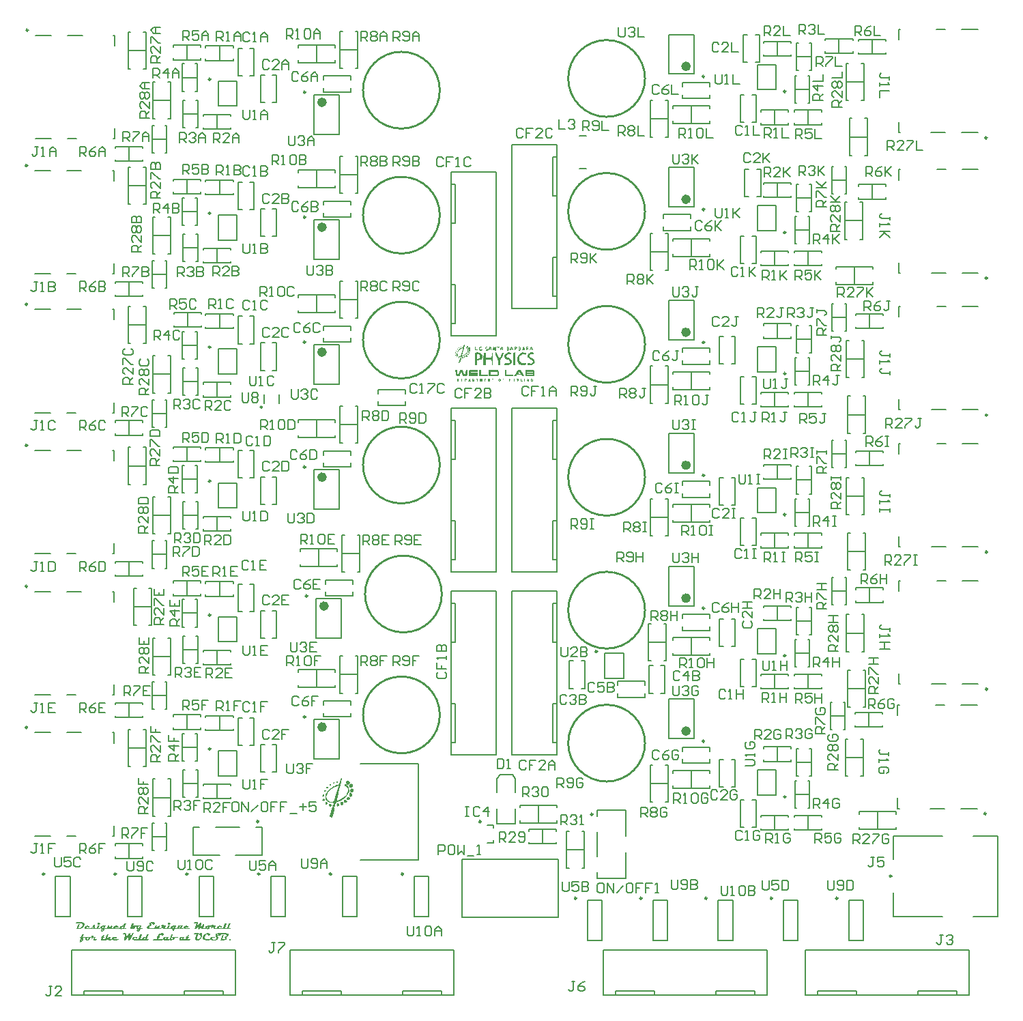
<source format=gbr>
%TF.GenerationSoftware,Altium Limited,Altium Designer,19.1.9 (167)*%
G04 Layer_Color=65535*
%FSLAX26Y26*%
%MOIN*%
%TF.FileFunction,Legend,Top*%
%TF.Part,Single*%
G01*
G75*
%TA.AperFunction,NonConductor*%
%ADD70C,0.007874*%
%ADD71C,0.009842*%
%ADD73C,0.005906*%
%ADD112C,0.010000*%
%ADD113C,0.023622*%
%ADD114C,0.006000*%
G36*
X680574Y404978D02*
X681129Y404867D01*
X681795Y404645D01*
X682461Y404367D01*
X683183Y403923D01*
X683849Y403313D01*
X683904Y403257D01*
X684126Y403035D01*
X684404Y402647D01*
X684737Y402147D01*
X685014Y401592D01*
X685292Y400871D01*
X685514Y400094D01*
X685569Y399261D01*
Y399150D01*
Y398873D01*
X685458Y398429D01*
X685347Y397874D01*
X685125Y397208D01*
X684792Y396542D01*
X684293Y395820D01*
X683682Y395154D01*
X683571Y395099D01*
X683349Y394877D01*
X682961Y394655D01*
X682406Y394322D01*
X681740Y394044D01*
X680963Y393767D01*
X680075Y393545D01*
X679131Y393489D01*
X679020D01*
X678687Y393545D01*
X678188Y393600D01*
X677577Y393711D01*
X676856Y393878D01*
X676079Y394211D01*
X675302Y394599D01*
X674580Y395154D01*
X674525Y395210D01*
X674303Y395487D01*
X674025Y395820D01*
X673692Y396320D01*
X673304Y396930D01*
X673026Y397596D01*
X672804Y398429D01*
X672749Y399261D01*
Y399317D01*
Y399428D01*
Y399650D01*
X672804Y399927D01*
X672915Y400538D01*
X673082Y401204D01*
X669974D01*
X669752Y401148D01*
X669419Y401037D01*
X669030Y400926D01*
X668697Y400704D01*
X668309Y400427D01*
X667920Y400038D01*
X667865Y399983D01*
X667754Y399816D01*
X667643Y399594D01*
X667476Y399261D01*
X667254Y398928D01*
X667143Y398484D01*
X667032Y397985D01*
X666977Y397485D01*
Y397430D01*
Y397263D01*
X667032Y396986D01*
X667088Y396653D01*
X667143Y396153D01*
X667310Y395598D01*
X667476Y394932D01*
X667754Y394211D01*
X667809Y394100D01*
X667865Y393878D01*
X667976Y393489D01*
X668142Y393045D01*
X668420Y391991D01*
X668475Y391436D01*
X668531Y390992D01*
Y390936D01*
X668475Y390770D01*
X668364Y390492D01*
X668198Y390159D01*
X667865Y389715D01*
X667365Y389271D01*
X667032Y388994D01*
X666644Y388772D01*
X666200Y388550D01*
X665700Y388272D01*
X665645D01*
X665534Y388161D01*
X665312Y388106D01*
X665034Y387939D01*
X664368Y387606D01*
X663536Y387162D01*
X662648Y386718D01*
X661815Y386219D01*
X661038Y385719D01*
X660761Y385553D01*
X660483Y385331D01*
X660428D01*
X660372Y385220D01*
X660039Y384887D01*
X659595Y384387D01*
X659096Y383666D01*
X658541Y382778D01*
X658097Y381668D01*
X657764Y380447D01*
X657708Y379781D01*
X657653Y379059D01*
Y379004D01*
Y378948D01*
X657708Y378615D01*
X657819Y378116D01*
X658041Y377505D01*
X658430Y376895D01*
X658707Y376562D01*
X659040Y376229D01*
X659429Y375951D01*
X659873Y375729D01*
X660372Y375452D01*
X660927Y375285D01*
X660983D01*
X661260Y375230D01*
X661649Y375174D01*
X662259Y375119D01*
X662981Y375008D01*
X663980Y374952D01*
X665145Y374897D01*
X684164D01*
X688067Y387495D01*
X696669D01*
X694116Y379226D01*
X701553Y385608D01*
X701609Y385664D01*
X701720Y385719D01*
X701886Y385830D01*
X702108Y385997D01*
X702386Y386219D01*
X702719Y386441D01*
X703551Y386885D01*
X704495Y387329D01*
X705605Y387717D01*
X706881Y387995D01*
X707492Y388106D01*
X708269D01*
X708546Y388050D01*
X708935Y387939D01*
X709379Y387773D01*
X709767Y387440D01*
X710156Y387051D01*
X710433Y386441D01*
X710544Y386052D01*
Y385664D01*
Y385608D01*
Y385497D01*
Y385331D01*
X710489Y385109D01*
X710378Y384498D01*
X710156Y383721D01*
X707381Y374897D01*
X716871D01*
X719979Y383610D01*
X719924D01*
X719757Y383666D01*
X719480Y383777D01*
X719147Y383943D01*
X718758Y384110D01*
X718370Y384387D01*
X717926Y384720D01*
X717593Y385109D01*
X717537Y385164D01*
X717482Y385331D01*
X717315Y385553D01*
X717149Y385886D01*
X716982Y386274D01*
X716871Y386718D01*
X716760Y387218D01*
X716705Y387773D01*
Y387828D01*
Y387884D01*
X716760Y388217D01*
X716816Y388716D01*
X717038Y389382D01*
X717315Y390048D01*
X717759Y390770D01*
X718425Y391491D01*
X718814Y391824D01*
X719258Y392102D01*
X719369Y392157D01*
X719646Y392324D01*
X720090Y392490D01*
X720701Y392768D01*
X721422Y392990D01*
X722255Y393156D01*
X723254Y393323D01*
X724308Y393378D01*
X728249D01*
X726195Y387495D01*
X739127D01*
X735186Y374897D01*
X745332D01*
X745343Y375008D01*
X745509Y375674D01*
X749172Y387495D01*
X757830D01*
X753945Y374897D01*
X763666D01*
X763602Y375174D01*
X763491Y375951D01*
X763436Y376839D01*
Y376895D01*
Y377061D01*
Y377394D01*
X763491Y377727D01*
X763547Y378171D01*
X763602Y378671D01*
X763824Y379670D01*
Y379725D01*
X763880Y379836D01*
X763935Y380058D01*
X764046Y380336D01*
X764157Y380669D01*
X764324Y381057D01*
X764823Y381945D01*
X765434Y382944D01*
X766211Y383943D01*
X767265Y384942D01*
X767820Y385386D01*
X768486Y385775D01*
X768542D01*
X768597Y385830D01*
X768764Y385941D01*
X769041Y386052D01*
X769319Y386163D01*
X769652Y386330D01*
X770484Y386663D01*
X771539Y386940D01*
X772704Y387218D01*
X774092Y387440D01*
X775535Y387495D01*
X789021D01*
X785025Y374897D01*
X795015D01*
X794960Y374786D01*
X794904Y374564D01*
X794682Y374175D01*
X794405Y373676D01*
X794016Y373176D01*
X793517Y372677D01*
X792906Y372177D01*
X792185Y371733D01*
X792129Y371678D01*
X791907Y371622D01*
X791574Y371511D01*
X791186Y371400D01*
X790686Y371234D01*
X790131Y371123D01*
X789521Y371067D01*
X788855Y371012D01*
X783749D01*
X780641Y361077D01*
X778421D01*
X778088Y361133D01*
X777588Y361244D01*
X777089Y361410D01*
X776534Y361632D01*
X775923Y361910D01*
X775368Y362354D01*
X775313Y362409D01*
X775146Y362576D01*
X774869Y362909D01*
X774591Y363297D01*
X774314Y363741D01*
X774036Y364352D01*
X773870Y365018D01*
X773814Y365739D01*
Y365795D01*
Y365906D01*
Y366072D01*
X773870Y366350D01*
X773981Y366960D01*
X774147Y367682D01*
X775979Y373454D01*
X775923Y373398D01*
X775868Y373343D01*
X775701Y373176D01*
X775535Y373010D01*
X774980Y372510D01*
X774203Y372011D01*
X773259Y371456D01*
X772149Y370956D01*
X770873Y370623D01*
X770151Y370568D01*
X769430Y370512D01*
X768986D01*
X768486Y370568D01*
X767931Y370623D01*
X767820D01*
X767598Y370679D01*
X767210Y370790D01*
X766710Y371012D01*
X766155Y371234D01*
X765600Y371622D01*
X765045Y372066D01*
X764546Y372677D01*
X764490Y372732D01*
X764379Y373010D01*
X764213Y373343D01*
X763991Y373842D01*
X763769Y374453D01*
X763750Y374532D01*
X763547Y374175D01*
X763325Y373676D01*
X762936Y373176D01*
X762492Y372677D01*
X761882Y372177D01*
X761216Y371733D01*
X761160Y371678D01*
X760994Y371622D01*
X760716Y371511D01*
X760328Y371400D01*
X759884Y371234D01*
X759329Y371123D01*
X758774Y371067D01*
X758163Y371012D01*
X748284D01*
X748118Y371067D01*
X747563Y371178D01*
X746952Y371400D01*
X746286Y371733D01*
X745787Y372233D01*
X745565Y372566D01*
X745398Y372954D01*
X745287Y373398D01*
X745232Y373898D01*
X745010Y373454D01*
X744677Y372954D01*
X744177Y372455D01*
X743567Y372011D01*
X743511Y371955D01*
X743289Y371844D01*
X742956Y371678D01*
X742512Y371511D01*
X742013Y371345D01*
X741402Y371178D01*
X740792Y371067D01*
X740126Y371012D01*
X730469D01*
X730247Y371067D01*
X729636Y371178D01*
X728970Y371400D01*
X728249Y371733D01*
X727694Y372288D01*
X727416Y372621D01*
X727250Y373010D01*
X727139Y373509D01*
X727083Y374009D01*
Y374064D01*
Y374120D01*
Y374286D01*
X727139Y374508D01*
X727250Y375063D01*
X727416Y375729D01*
X729858Y383610D01*
X724974D01*
X721422Y376617D01*
X721367Y376562D01*
X721311Y376340D01*
X721145Y376062D01*
X720867Y375785D01*
X720534Y375452D01*
X720146Y375174D01*
X719591Y374952D01*
X718980Y374897D01*
X717371D01*
X717315Y374786D01*
X717260Y374564D01*
X717038Y374175D01*
X716760Y373676D01*
X716372Y373176D01*
X715872Y372677D01*
X715262Y372177D01*
X714540Y371733D01*
X714485Y371678D01*
X714263Y371622D01*
X713985Y371511D01*
X713597Y371400D01*
X713097Y371234D01*
X712542Y371123D01*
X711932Y371067D01*
X711321Y371012D01*
X701331D01*
X701165Y371067D01*
X700610Y371123D01*
X699999Y371289D01*
X699389Y371567D01*
X698834Y371900D01*
X698667Y372177D01*
X698501Y372455D01*
X698390Y372788D01*
X698334Y373176D01*
Y373232D01*
Y373287D01*
Y373454D01*
X698390Y373676D01*
X698501Y374175D01*
X698667Y374841D01*
X700277Y380058D01*
X692063Y373010D01*
X692007D01*
X691952Y372899D01*
X691785Y372843D01*
X691563Y372677D01*
X691064Y372399D01*
X690398Y372011D01*
X689621Y371622D01*
X688844Y371345D01*
X688067Y371123D01*
X687345Y371012D01*
X682961D01*
X683953Y374215D01*
X683793Y373842D01*
X683516Y373343D01*
X683127Y372843D01*
X682628Y372344D01*
X681962Y371900D01*
X681906Y371844D01*
X681684Y371789D01*
X681351Y371622D01*
X680852Y371456D01*
X680297Y371289D01*
X679686Y371178D01*
X679020Y371067D01*
X678243Y371012D01*
X657653D01*
X657264Y371067D01*
X656820D01*
X655766Y371178D01*
X654600Y371400D01*
X653324Y371622D01*
X652103Y372011D01*
X650882Y372510D01*
X650826D01*
X650715Y372621D01*
X650493Y372732D01*
X650271Y372899D01*
X649661Y373343D01*
X648939Y374009D01*
X648162Y374841D01*
X647552Y375840D01*
X647330Y376451D01*
X647108Y377061D01*
X646997Y377727D01*
X646941Y378449D01*
Y378504D01*
Y378671D01*
X646997Y378893D01*
Y379170D01*
X647052Y379559D01*
X647163Y380003D01*
X647274Y380502D01*
X647496Y381057D01*
X647718Y381668D01*
X647996Y382278D01*
X648329Y382944D01*
X648773Y383610D01*
X649217Y384276D01*
X649827Y384998D01*
X650438Y385664D01*
X651215Y386330D01*
X651270Y386385D01*
X651381Y386441D01*
X651603Y386607D01*
X651825Y386829D01*
X652214Y387051D01*
X652602Y387329D01*
X653046Y387662D01*
X653601Y387995D01*
X654156Y388328D01*
X654822Y388661D01*
X656265Y389382D01*
X657875Y390048D01*
X659595Y390603D01*
Y390659D01*
X659540Y390714D01*
X659484Y390881D01*
X659373Y391103D01*
X659151Y391658D01*
X658929Y392435D01*
X658652Y393267D01*
X658430Y394211D01*
X658263Y395154D01*
X658208Y396098D01*
Y396153D01*
Y396320D01*
X658263Y396542D01*
Y396875D01*
X658374Y397263D01*
X658485Y397707D01*
X658596Y398207D01*
X658818Y398762D01*
X659096Y399317D01*
X659429Y399927D01*
X659817Y400482D01*
X660317Y401093D01*
X660872Y401648D01*
X661538Y402203D01*
X662259Y402758D01*
X663147Y403202D01*
X663203D01*
X663314Y403257D01*
X663536Y403368D01*
X663813Y403479D01*
X664202Y403646D01*
X664646Y403812D01*
X665145Y403979D01*
X665756Y404145D01*
X666366Y404312D01*
X667088Y404478D01*
X667809Y404645D01*
X668642Y404811D01*
X670362Y405033D01*
X672305Y405089D01*
X680075D01*
X680574Y404978D01*
D02*
G37*
G36*
X755999Y403091D02*
X756609Y402980D01*
X757331Y402758D01*
X758108Y402480D01*
X758885Y402036D01*
X759606Y401481D01*
X759662Y401426D01*
X759884Y401204D01*
X760217Y400815D01*
X760550Y400316D01*
X760883Y399705D01*
X761216Y399039D01*
X761438Y398262D01*
X761493Y397374D01*
Y397263D01*
Y396986D01*
X761382Y396542D01*
X761271Y395987D01*
X761049Y395321D01*
X760716Y394655D01*
X760217Y393933D01*
X759606Y393267D01*
X759495Y393212D01*
X759273Y392990D01*
X758885Y392768D01*
X758330Y392435D01*
X757664Y392157D01*
X756887Y391880D01*
X755999Y391658D01*
X755055Y391602D01*
X754944D01*
X754611Y391658D01*
X754112Y391713D01*
X753501Y391824D01*
X752780Y391991D01*
X752003Y392324D01*
X751226Y392712D01*
X750504Y393267D01*
X750449Y393323D01*
X750227Y393600D01*
X749949Y393933D01*
X749616Y394433D01*
X749228Y395043D01*
X748950Y395709D01*
X748728Y396542D01*
X748673Y397374D01*
Y397430D01*
Y397485D01*
X748728Y397763D01*
X748784Y398207D01*
X748895Y398762D01*
X749117Y399428D01*
X749450Y400094D01*
X749894Y400815D01*
X750504Y401481D01*
X750615Y401537D01*
X750837Y401759D01*
X751226Y402036D01*
X751781Y402369D01*
X752447Y402647D01*
X753224Y402924D01*
X754112Y403146D01*
X755055Y403202D01*
X755499D01*
X755999Y403091D01*
D02*
G37*
G36*
X412509Y403091D02*
X413120Y402979D01*
X413841Y402757D01*
X414618Y402480D01*
X415395Y402036D01*
X416117Y401481D01*
X416172Y401425D01*
X416394Y401204D01*
X416727Y400815D01*
X417060Y400315D01*
X417393Y399705D01*
X417726Y399039D01*
X417948Y398262D01*
X418004Y397374D01*
Y397263D01*
Y396986D01*
X417893Y396541D01*
X417782Y395986D01*
X417560Y395320D01*
X417227Y394654D01*
X416727Y393933D01*
X416117Y393267D01*
X416006Y393212D01*
X415784Y392990D01*
X415395Y392767D01*
X414840Y392435D01*
X414174Y392157D01*
X413397Y391880D01*
X412509Y391658D01*
X411566Y391602D01*
X411455D01*
X411122Y391658D01*
X410622Y391713D01*
X410012Y391824D01*
X409290Y391990D01*
X408513Y392324D01*
X407736Y392712D01*
X407015Y393267D01*
X406959Y393322D01*
X406737Y393600D01*
X406460Y393933D01*
X406127Y394433D01*
X405738Y395043D01*
X405461Y395709D01*
X405239Y396541D01*
X405183Y397374D01*
Y397430D01*
Y397485D01*
X405239Y397762D01*
X405294Y398207D01*
X405405Y398762D01*
X405627Y399428D01*
X405960Y400094D01*
X406404Y400815D01*
X407015Y401481D01*
X407126Y401536D01*
X407348Y401759D01*
X407736Y402036D01*
X408291Y402369D01*
X408957Y402647D01*
X409734Y402924D01*
X410622Y403146D01*
X411566Y403202D01*
X412010D01*
X412509Y403091D01*
D02*
G37*
G36*
X843134Y387440D02*
X843855Y387384D01*
X844688Y387273D01*
X845576Y387051D01*
X846519Y386829D01*
X847407Y386496D01*
X847463D01*
X847518Y386441D01*
X847907Y386274D01*
X848406Y385997D01*
X848961Y385553D01*
X849572Y385053D01*
X850127Y384387D01*
X850515Y383555D01*
X850626Y383166D01*
X850682Y382667D01*
Y382556D01*
Y382223D01*
X850571Y381779D01*
X850404Y381168D01*
X850127Y380502D01*
X849683Y379781D01*
X849017Y379059D01*
X848628Y378726D01*
X848184Y378393D01*
X840192D01*
X842801Y383610D01*
X837695D01*
X835697Y377727D01*
Y377672D01*
X835641Y377450D01*
X835586Y377117D01*
X835530Y376839D01*
Y376784D01*
X835586Y376562D01*
X835697Y376229D01*
X835919Y375896D01*
X836307Y375507D01*
X836862Y375230D01*
X837195Y375063D01*
X837639Y375008D01*
X838083Y374897D01*
X857508D01*
Y374841D01*
X857397Y374564D01*
X857231Y374231D01*
X857009Y373842D01*
X856676Y373343D01*
X856287Y372843D01*
X855788Y372399D01*
X855177Y371955D01*
X855122Y371900D01*
X854900Y371789D01*
X854567Y371678D01*
X854067Y371511D01*
X853512Y371289D01*
X852902Y371178D01*
X852236Y371067D01*
X851459Y371012D01*
X837473D01*
X836918Y371067D01*
X836141Y371123D01*
X835253Y371234D01*
X834254Y371400D01*
X833199Y371622D01*
X832145Y371900D01*
X831035Y372288D01*
X829980Y372732D01*
X828981Y373287D01*
X828093Y374009D01*
X827372Y374786D01*
X826761Y375729D01*
X826539Y376284D01*
X826373Y376839D01*
X826317Y377394D01*
X826262Y378060D01*
Y378116D01*
Y378282D01*
X826317Y378504D01*
Y378837D01*
X826373Y379226D01*
X826484Y379670D01*
X826761Y380669D01*
X826983Y381224D01*
X827261Y381834D01*
X827538Y382445D01*
X827927Y383000D01*
X828426Y383610D01*
X828926Y384165D01*
X829536Y384720D01*
X830258Y385220D01*
X830313D01*
X830424Y385331D01*
X830591Y385442D01*
X830868Y385553D01*
X831201Y385775D01*
X831590Y385941D01*
X832034Y386163D01*
X832589Y386385D01*
X833144Y386552D01*
X833754Y386774D01*
X835197Y387162D01*
X836751Y387384D01*
X838472Y387495D01*
X842523D01*
X843134Y387440D01*
D02*
G37*
G36*
X536829Y374897D02*
X546986D01*
Y374841D01*
X546930Y374730D01*
X546819Y374563D01*
X546708Y374286D01*
X546375Y373675D01*
X545765Y372954D01*
X545432Y372621D01*
X544988Y372233D01*
X544544Y371899D01*
X543989Y371622D01*
X543323Y371344D01*
X542657Y371178D01*
X541880Y371067D01*
X541047Y371012D01*
X531390D01*
X531168Y371067D01*
X530502Y371123D01*
X529781Y371344D01*
X529059Y371622D01*
X528449Y372066D01*
X528227Y372344D01*
X528005Y372676D01*
X527894Y373065D01*
Y373509D01*
X527838Y373454D01*
X527783Y373398D01*
X527616Y373231D01*
X527394Y373010D01*
X527117Y372788D01*
X526839Y372510D01*
X526007Y371955D01*
X524952Y371400D01*
X523731Y370901D01*
X522344Y370512D01*
X521567Y370457D01*
X520734Y370401D01*
X520235D01*
X519735Y370512D01*
X519069Y370623D01*
X518292Y370789D01*
X517515Y371067D01*
X516738Y371455D01*
X516017Y372010D01*
X515961Y372066D01*
X515739Y372344D01*
X515406Y372732D01*
X515073Y373231D01*
X514740Y373897D01*
X514561Y374316D01*
X514518Y374231D01*
X514296Y373842D01*
X513963Y373342D01*
X513575Y372843D01*
X513075Y372399D01*
X512465Y371955D01*
X512409Y371899D01*
X512187Y371788D01*
X511854Y371678D01*
X511355Y371511D01*
X510800Y371289D01*
X510189Y371178D01*
X509523Y371067D01*
X508746Y371012D01*
X494760D01*
X494205Y371067D01*
X493428Y371123D01*
X492540Y371233D01*
X491541Y371400D01*
X490487Y371622D01*
X489432Y371899D01*
X488322Y372288D01*
X487268Y372732D01*
X486269Y373287D01*
X485381Y374009D01*
X484659Y374786D01*
X484628Y374834D01*
X484604Y374786D01*
X484548Y374563D01*
X484326Y374175D01*
X484049Y373675D01*
X483660Y373176D01*
X483161Y372676D01*
X482550Y372177D01*
X481829Y371733D01*
X481773Y371678D01*
X481551Y371622D01*
X481274Y371511D01*
X480885Y371400D01*
X480386Y371233D01*
X479831Y371123D01*
X479220Y371067D01*
X478610Y371012D01*
X468620D01*
X468453Y371067D01*
X467898Y371123D01*
X467288Y371289D01*
X466677Y371567D01*
X466122Y371899D01*
X465956Y372177D01*
X465789Y372454D01*
X465678Y372788D01*
X465623Y373176D01*
Y373231D01*
Y373287D01*
Y373454D01*
X465678Y373675D01*
X465789Y374175D01*
X465956Y374841D01*
X467565Y380058D01*
X459351Y373010D01*
X459296D01*
X459240Y372899D01*
X459074Y372843D01*
X458852Y372676D01*
X458352Y372399D01*
X457686Y372010D01*
X456909Y371622D01*
X456132Y371344D01*
X455355Y371123D01*
X454634Y371012D01*
X450249D01*
X451070Y373662D01*
X450804Y373342D01*
X450471Y372954D01*
X450027Y372621D01*
X449472Y372233D01*
X448917Y371899D01*
X448196Y371622D01*
X447419Y371344D01*
X446531Y371178D01*
X445532Y371067D01*
X444422Y371012D01*
X440037D01*
Y370956D01*
X439926Y370734D01*
X439815Y370457D01*
X439649Y370068D01*
X439482Y369568D01*
X439260Y369014D01*
X438983Y368403D01*
X438705Y367793D01*
X438039Y366405D01*
X437373Y365017D01*
X436596Y363685D01*
X436208Y363075D01*
X435819Y362575D01*
X435764Y362520D01*
X435653Y362409D01*
X435486Y362243D01*
X435264Y361965D01*
X434931Y361688D01*
X434598Y361354D01*
X434154Y361022D01*
X433655Y360633D01*
X432545Y359911D01*
X431213Y359301D01*
X430491Y359024D01*
X429659Y358857D01*
X428882Y358746D01*
X427994Y358690D01*
X427550D01*
X427050Y358801D01*
X426440Y358913D01*
X425774Y359079D01*
X425052Y359356D01*
X424386Y359745D01*
X423720Y360245D01*
X423665Y360300D01*
X423498Y360522D01*
X423221Y360855D01*
X422943Y361354D01*
X422666Y361909D01*
X422388Y362631D01*
X422222Y363464D01*
X422166Y364407D01*
Y364462D01*
Y364629D01*
Y364906D01*
X422222Y365240D01*
X422277Y365683D01*
X422333Y366183D01*
X422555Y367238D01*
X422888Y368403D01*
X423443Y369513D01*
X423831Y370012D01*
X424220Y370457D01*
X424664Y370845D01*
X425219Y371178D01*
X425108D01*
X424830Y371289D01*
X424442Y371400D01*
X423887Y371622D01*
X423276Y371899D01*
X422666Y372288D01*
X422055Y372732D01*
X421445Y373287D01*
X421389Y373342D01*
X421167Y373620D01*
X420945Y374009D01*
X420612Y374508D01*
X420335Y375118D01*
X420057Y375840D01*
X419835Y376673D01*
X419780Y377616D01*
Y377671D01*
Y377783D01*
Y378005D01*
X419835Y378282D01*
X419946Y378948D01*
X420113Y379725D01*
Y379781D01*
X420168Y379892D01*
X420224Y380113D01*
X420335Y380391D01*
X420446Y380724D01*
X420612Y381057D01*
X421001Y381945D01*
X421611Y382889D01*
X422388Y383887D01*
X423332Y384831D01*
X423887Y385275D01*
X424497Y385663D01*
X424553D01*
X424664Y385719D01*
X424830Y385830D01*
X425052Y385941D01*
X425330Y386108D01*
X425663Y386219D01*
X426551Y386607D01*
X427605Y386940D01*
X428826Y387217D01*
X430214Y387440D01*
X431768Y387495D01*
X445199D01*
X440759Y374897D01*
X451452D01*
X455355Y387495D01*
X463958D01*
X461405Y379226D01*
X468842Y385608D01*
X468897Y385663D01*
X469008Y385719D01*
X469175Y385830D01*
X469397Y385997D01*
X469674Y386219D01*
X470007Y386440D01*
X470840Y386885D01*
X471783Y387329D01*
X472893Y387717D01*
X474170Y387995D01*
X474780Y388106D01*
X475557D01*
X475835Y388050D01*
X476223Y387939D01*
X476667Y387772D01*
X477056Y387440D01*
X477444Y387051D01*
X477722Y386440D01*
X477833Y386052D01*
Y385663D01*
Y385608D01*
Y385497D01*
Y385330D01*
X477777Y385108D01*
X477666Y384498D01*
X477444Y383721D01*
X474669Y374897D01*
X484587D01*
X484049Y375729D01*
X483827Y376284D01*
X483660Y376839D01*
X483605Y377394D01*
X483549Y378060D01*
Y378115D01*
Y378282D01*
X483605Y378504D01*
Y378837D01*
X483660Y379226D01*
X483771Y379670D01*
X484049Y380668D01*
X484271Y381224D01*
X484548Y381834D01*
X484826Y382445D01*
X485214Y383000D01*
X485714Y383610D01*
X486213Y384165D01*
X486824Y384720D01*
X487545Y385219D01*
X487601D01*
X487712Y385330D01*
X487878Y385442D01*
X488156Y385553D01*
X488489Y385774D01*
X488877Y385941D01*
X489321Y386163D01*
X489876Y386385D01*
X490431Y386551D01*
X491042Y386774D01*
X492485Y387162D01*
X494039Y387384D01*
X495759Y387495D01*
X499811D01*
X500421Y387440D01*
X501143Y387384D01*
X501975Y387273D01*
X502863Y387051D01*
X503807Y386829D01*
X504695Y386496D01*
X504750D01*
X504806Y386440D01*
X505194Y386274D01*
X505694Y385997D01*
X506249Y385553D01*
X506859Y385053D01*
X507414Y384387D01*
X507803Y383555D01*
X507914Y383166D01*
X507969Y382666D01*
Y382555D01*
Y382223D01*
X507858Y381779D01*
X507692Y381168D01*
X507414Y380502D01*
X506970Y379781D01*
X506304Y379059D01*
X505916Y378726D01*
X505472Y378393D01*
X497480D01*
X500088Y383610D01*
X494982D01*
X492984Y377727D01*
Y377671D01*
X492929Y377450D01*
X492873Y377116D01*
X492818Y376839D01*
Y376784D01*
X492873Y376562D01*
X492984Y376228D01*
X493206Y375896D01*
X493595Y375507D01*
X494150Y375229D01*
X494483Y375063D01*
X494927Y375007D01*
X495371Y374897D01*
X514355D01*
X514185Y375618D01*
X514130Y376617D01*
Y376673D01*
Y376839D01*
X514185Y377116D01*
Y377505D01*
X514241Y377949D01*
X514352Y378449D01*
X514463Y379003D01*
X514629Y379614D01*
X514851Y380280D01*
X515129Y380946D01*
X515462Y381668D01*
X515850Y382334D01*
X516350Y383000D01*
X516905Y383666D01*
X517515Y384276D01*
X518237Y384887D01*
X518292Y384942D01*
X518403Y384998D01*
X518625Y385108D01*
X518903Y385275D01*
X519236Y385497D01*
X519680Y385719D01*
X520179Y385941D01*
X520734Y386219D01*
X521345Y386440D01*
X522066Y386663D01*
X522788Y386885D01*
X523565Y387106D01*
X525341Y387384D01*
X526229Y387495D01*
X532112D01*
X536052Y400260D01*
X544766D01*
X536829Y374897D01*
D02*
G37*
G36*
X388256Y394932D02*
X388478Y394877D01*
X388700Y394821D01*
X389366Y394599D01*
X390143Y394266D01*
X390864Y393767D01*
X391530Y393156D01*
X391752Y392767D01*
X391974Y392324D01*
X392085Y391880D01*
X392141Y391325D01*
Y391269D01*
Y391047D01*
X392085Y390714D01*
X392030Y390270D01*
X391863Y389771D01*
X391697Y389216D01*
X391419Y388661D01*
X391086Y388106D01*
X391142Y387995D01*
X391253Y387717D01*
X391419Y387217D01*
X391641Y386607D01*
X391919Y385885D01*
X392196Y385108D01*
X392529Y384221D01*
X392862Y383332D01*
Y383277D01*
X392918Y383221D01*
X392973Y383055D01*
X393029Y382833D01*
X393251Y382278D01*
X393473Y381557D01*
X393639Y380779D01*
X393861Y380002D01*
X393972Y379170D01*
X394028Y378449D01*
Y378337D01*
Y378115D01*
X393917Y377727D01*
X393806Y377228D01*
X393639Y376673D01*
X393306Y376062D01*
X392918Y375452D01*
X392363Y374897D01*
X401842D01*
X401853Y375007D01*
X402020Y375673D01*
X405683Y387495D01*
X414341D01*
X410456Y374897D01*
X420390D01*
X420335Y374786D01*
X420279Y374563D01*
X420057Y374175D01*
X419835Y373675D01*
X419447Y373176D01*
X419003Y372676D01*
X418392Y372177D01*
X417726Y371733D01*
X417671Y371678D01*
X417504Y371622D01*
X417227Y371511D01*
X416838Y371400D01*
X416394Y371233D01*
X415839Y371123D01*
X415284Y371067D01*
X414674Y371012D01*
X404795D01*
X404628Y371067D01*
X404073Y371178D01*
X403463Y371400D01*
X402797Y371733D01*
X402297Y372233D01*
X402075Y372565D01*
X401909Y372954D01*
X401798Y373398D01*
X401742Y373897D01*
Y373953D01*
D01*
X401520Y373509D01*
X401187Y373010D01*
X400743Y372565D01*
X400133Y372122D01*
X400077Y372066D01*
X399800Y371955D01*
X399467Y371788D01*
X398967Y371567D01*
X398412Y371344D01*
X397746Y371178D01*
X397080Y371067D01*
X396303Y371012D01*
X377378D01*
X377045Y371067D01*
X376656Y371123D01*
X376212Y371178D01*
X375269Y371400D01*
X374270Y371788D01*
X373826Y372066D01*
X373437Y372399D01*
X373104Y372732D01*
X372827Y373176D01*
X372660Y373675D01*
X372613Y374148D01*
X372438Y373842D01*
X372105Y373342D01*
X371717Y372843D01*
X371217Y372399D01*
X370607Y371955D01*
X370551Y371899D01*
X370329Y371788D01*
X369996Y371678D01*
X369497Y371511D01*
X368942Y371289D01*
X368331Y371178D01*
X367665Y371067D01*
X366888Y371012D01*
X352902D01*
X352347Y371067D01*
X351570Y371123D01*
X350682Y371233D01*
X349683Y371400D01*
X348629Y371622D01*
X347574Y371899D01*
X346464Y372288D01*
X345410Y372732D01*
X344411Y373287D01*
X343523Y374009D01*
X342801Y374786D01*
X342191Y375729D01*
X341969Y376284D01*
X341802Y376839D01*
X341747Y377394D01*
X341691Y378060D01*
Y378115D01*
Y378282D01*
X341747Y378504D01*
Y378837D01*
X341802Y379226D01*
X341913Y379670D01*
X342191Y380668D01*
X342413Y381224D01*
X342690Y381834D01*
X342968Y382445D01*
X343356Y383000D01*
X343856Y383610D01*
X344355Y384165D01*
X344966Y384720D01*
X345687Y385219D01*
X345743D01*
X345854Y385330D01*
X346020Y385442D01*
X346298Y385553D01*
X346631Y385774D01*
X347019Y385941D01*
X347463Y386163D01*
X348018Y386385D01*
X348573Y386551D01*
X349184Y386774D01*
X350627Y387162D01*
X352181Y387384D01*
X353901Y387495D01*
X357953D01*
X358563Y387440D01*
X359285Y387384D01*
X360117Y387273D01*
X361005Y387051D01*
X361949Y386829D01*
X362837Y386496D01*
X362892D01*
X362948Y386440D01*
X363336Y386274D01*
X363836Y385997D01*
X364391Y385553D01*
X365001Y385053D01*
X365556Y384387D01*
X365945Y383555D01*
X366056Y383166D01*
X366111Y382666D01*
Y382555D01*
Y382223D01*
X366000Y381779D01*
X365834Y381168D01*
X365556Y380502D01*
X365112Y379781D01*
X364446Y379059D01*
X364058Y378726D01*
X363614Y378393D01*
X355622D01*
X358230Y383610D01*
X353124D01*
X351126Y377727D01*
Y377671D01*
X351071Y377450D01*
X351015Y377116D01*
X350960Y376839D01*
Y376784D01*
X351015Y376562D01*
X351126Y376228D01*
X351348Y375896D01*
X351737Y375507D01*
X352292Y375229D01*
X352625Y375063D01*
X353069Y375007D01*
X353513Y374897D01*
X372660D01*
Y374952D01*
X372716Y375118D01*
X372771Y375396D01*
X372938Y375729D01*
X373104Y376062D01*
X373382Y376450D01*
X373715Y376784D01*
X374159Y377116D01*
X374214Y377172D01*
X374381Y377228D01*
X374603Y377339D01*
X374936Y377505D01*
X375380Y377616D01*
X375824Y377727D01*
X376323Y377783D01*
X376878Y377838D01*
X377156D01*
X377378Y377783D01*
X377600Y377727D01*
X377933Y377671D01*
X378765Y377450D01*
X379764Y377061D01*
X380985Y376562D01*
X382373Y375896D01*
X383150Y375452D01*
X383982Y374952D01*
X384038Y375007D01*
X384204Y375229D01*
X384426Y375507D01*
X384648Y375951D01*
X384870Y376395D01*
X385092Y376950D01*
X385259Y377560D01*
X385314Y378171D01*
Y378226D01*
Y378337D01*
X385259Y378615D01*
X385203Y378948D01*
X385037Y379447D01*
X384870Y380113D01*
X384593Y380890D01*
X384260Y381889D01*
X381485Y379447D01*
X376601D01*
X383094Y385386D01*
Y385442D01*
X383039Y385497D01*
X382872Y385830D01*
X382650Y386219D01*
X382484Y386607D01*
Y386663D01*
X382428Y386774D01*
X382373Y386940D01*
X382317Y387217D01*
X382206Y387828D01*
X382151Y388605D01*
X388089Y394988D01*
X388145D01*
X388256Y394932D01*
D02*
G37*
G36*
X1046652Y374897D02*
X1056864D01*
X1056809Y374786D01*
X1056753Y374564D01*
X1056531Y374175D01*
X1056309Y373676D01*
X1055921Y373176D01*
X1055421Y372677D01*
X1054811Y372177D01*
X1054034Y371733D01*
X1053978Y371678D01*
X1053756Y371622D01*
X1053479Y371511D01*
X1053090Y371400D01*
X1052591Y371234D01*
X1052036Y371123D01*
X1051425Y371067D01*
X1050815Y371012D01*
X1041158D01*
X1040936Y371067D01*
X1040381Y371123D01*
X1039715Y371345D01*
X1039049Y371622D01*
X1038494Y372066D01*
X1038272Y372344D01*
X1038105Y372677D01*
X1037994Y373010D01*
X1037939Y373454D01*
Y373509D01*
Y373565D01*
X1037994Y373842D01*
X1038047Y374268D01*
X1037994Y374175D01*
X1037772Y373676D01*
X1037384Y373176D01*
X1036884Y372677D01*
X1036274Y372177D01*
X1035497Y371733D01*
X1035441Y371678D01*
X1035219Y371622D01*
X1034942Y371511D01*
X1034553Y371400D01*
X1034054Y371234D01*
X1033499Y371123D01*
X1032888Y371067D01*
X1032278Y371012D01*
X1022621D01*
X1022399Y371067D01*
X1021844Y371123D01*
X1021178Y371345D01*
X1020512Y371622D01*
X1019957Y372066D01*
X1019735Y372344D01*
X1019568Y372677D01*
X1019457Y373010D01*
X1019402Y373454D01*
Y373509D01*
Y373565D01*
X1019457Y373842D01*
X1019504Y374215D01*
X1019291Y373842D01*
X1018958Y373343D01*
X1018569Y372843D01*
X1018070Y372399D01*
X1017459Y371955D01*
X1017404Y371900D01*
X1017182Y371789D01*
X1016849Y371678D01*
X1016349Y371511D01*
X1015794Y371289D01*
X1015184Y371178D01*
X1014518Y371067D01*
X1013741Y371012D01*
X999755D01*
X999200Y371067D01*
X998423Y371123D01*
X997535Y371234D01*
X996536Y371400D01*
X995481Y371622D01*
X994427Y371900D01*
X993317Y372288D01*
X992262Y372732D01*
X991263Y373287D01*
X990375Y374009D01*
X989654Y374786D01*
X989043Y375729D01*
X988821Y376284D01*
X988655Y376839D01*
X988599Y377394D01*
X988544Y378060D01*
Y378116D01*
Y378282D01*
X988599Y378504D01*
Y378837D01*
X988655Y379226D01*
X988766Y379670D01*
X989043Y380669D01*
X989265Y381224D01*
X989543Y381834D01*
X989820Y382445D01*
X990209Y383000D01*
X990708Y383610D01*
X991208Y384165D01*
X991818Y384720D01*
X992540Y385220D01*
X992595D01*
X992706Y385331D01*
X992873Y385442D01*
X993150Y385553D01*
X993483Y385775D01*
X993872Y385941D01*
X994316Y386163D01*
X994871Y386385D01*
X995426Y386552D01*
X996036Y386774D01*
X997479Y387162D01*
X999033Y387384D01*
X1000754Y387495D01*
X1004805D01*
X1005416Y387440D01*
X1006137Y387384D01*
X1006970Y387273D01*
X1007858Y387051D01*
X1008801Y386829D01*
X1009689Y386496D01*
X1009745D01*
X1009800Y386441D01*
X1010189Y386274D01*
X1010688Y385997D01*
X1011243Y385553D01*
X1011854Y385053D01*
X1012409Y384387D01*
X1012797Y383555D01*
X1012908Y383166D01*
X1012964Y382667D01*
Y382556D01*
Y382223D01*
X1012853Y381779D01*
X1012686Y381168D01*
X1012409Y380502D01*
X1011965Y379781D01*
X1011299Y379059D01*
X1010910Y378726D01*
X1010466Y378393D01*
X1002474D01*
X1005083Y383610D01*
X999977D01*
X997979Y377727D01*
Y377672D01*
X997923Y377450D01*
X997868Y377117D01*
X997812Y376839D01*
Y376784D01*
X997868Y376562D01*
X997979Y376229D01*
X998201Y375896D01*
X998589Y375507D01*
X999144Y375230D01*
X999477Y375063D01*
X999921Y375008D01*
X1000365Y374897D01*
X1019641D01*
X1027505Y400205D01*
X1035941D01*
X1028115Y374897D01*
X1038178D01*
X1046042Y400205D01*
X1054478D01*
X1046652Y374897D01*
D02*
G37*
G36*
X817382D02*
X827205D01*
Y374786D01*
X827094Y374564D01*
X826928Y374175D01*
X826706Y373731D01*
X826428Y373232D01*
X826040Y372732D01*
X825540Y372233D01*
X824930Y371789D01*
X824874Y371733D01*
X824708Y371678D01*
X824430Y371567D01*
X824097Y371400D01*
X823653Y371234D01*
X823154Y371123D01*
X822654Y371067D01*
X822099Y371012D01*
X811665D01*
X811443Y371067D01*
X810888Y371123D01*
X810222Y371289D01*
X809556Y371567D01*
X809001Y371955D01*
X808779Y372177D01*
X808613Y372510D01*
X808502Y372843D01*
X808446Y373232D01*
X808335Y373121D01*
X808113Y372899D01*
X807669Y372510D01*
X807114Y372122D01*
X806337Y371733D01*
X805449Y371345D01*
X804450Y371123D01*
X803285Y371012D01*
X798734D01*
X798401Y371067D01*
X797957Y371123D01*
X797457Y371234D01*
X796958Y371456D01*
X796458Y371678D01*
X796014Y372011D01*
X795959Y372066D01*
X795848Y372177D01*
X795681Y372399D01*
X795515Y372677D01*
X795348Y373010D01*
X795182Y373454D01*
X795071Y373953D01*
X795015Y374508D01*
Y374564D01*
Y374675D01*
Y374841D01*
X795071Y375063D01*
X795126Y375618D01*
X795293Y376284D01*
X799344Y387495D01*
X808113D01*
X803618Y374897D01*
X808557D01*
X813053Y387495D01*
X821766D01*
X817382Y374897D01*
D02*
G37*
G36*
X327761Y405033D02*
X328316D01*
X328926Y404978D01*
X329592Y404866D01*
X330314Y404755D01*
X331923Y404478D01*
X333644Y403978D01*
X335309Y403368D01*
X336141Y402924D01*
X336918Y402480D01*
X336974Y402425D01*
X337140Y402369D01*
X337362Y402147D01*
X337640Y401925D01*
X338028Y401592D01*
X338417Y401259D01*
X338861Y400760D01*
X339305Y400260D01*
X339749Y399705D01*
X340193Y399039D01*
X340581Y398317D01*
X340970Y397541D01*
X341247Y396708D01*
X341469Y395764D01*
X341636Y394821D01*
X341691Y393767D01*
Y393711D01*
Y393545D01*
Y393322D01*
X341636Y392990D01*
X341580Y392601D01*
X341525Y392101D01*
X341414Y391546D01*
X341303Y390936D01*
X341136Y390270D01*
X340914Y389548D01*
X340359Y387939D01*
X340026Y387106D01*
X339638Y386219D01*
X339138Y385330D01*
X338583Y384387D01*
X338528Y384332D01*
X338417Y384110D01*
X338139Y383776D01*
X337806Y383332D01*
X337418Y382777D01*
X336918Y382111D01*
X336308Y381445D01*
X335586Y380668D01*
X334809Y379892D01*
X333921Y379059D01*
X332922Y378226D01*
X331868Y377339D01*
X330758Y376562D01*
X329481Y375729D01*
X328149Y375007D01*
X326762Y374286D01*
X326706Y374231D01*
X326429Y374120D01*
X326040Y374009D01*
X325541Y373786D01*
X324875Y373509D01*
X324042Y373231D01*
X323154Y372954D01*
X322155Y372676D01*
X321045Y372344D01*
X319880Y372066D01*
X318603Y371788D01*
X317271Y371511D01*
X315884Y371289D01*
X314441Y371178D01*
X312942Y371067D01*
X311444Y371012D01*
X303452D01*
X311166Y395875D01*
X319769D01*
X313275Y374897D01*
X313775D01*
X314108Y374952D01*
X314552Y375007D01*
X315051Y375063D01*
X315662Y375118D01*
X316272Y375285D01*
X317715Y375618D01*
X319325Y376118D01*
X320213Y376450D01*
X321045Y376839D01*
X321933Y377283D01*
X322821Y377783D01*
X322877Y377838D01*
X323043Y377894D01*
X323265Y378060D01*
X323598Y378337D01*
X323987Y378615D01*
X324431Y378948D01*
X325485Y379781D01*
X326595Y380835D01*
X327761Y382111D01*
X328815Y383499D01*
X329315Y384276D01*
X329759Y385053D01*
Y385108D01*
X329870Y385219D01*
X329925Y385442D01*
X330092Y385663D01*
X330203Y385997D01*
X330369Y386385D01*
X330758Y387273D01*
X331146Y388272D01*
X331424Y389327D01*
X331646Y390381D01*
X331757Y391380D01*
Y391435D01*
Y391546D01*
Y391769D01*
X331701Y392046D01*
Y392379D01*
X331646Y392823D01*
X331479Y393711D01*
X331202Y394654D01*
X330758Y395654D01*
X330203Y396597D01*
X329426Y397374D01*
X329315Y397430D01*
X329037Y397651D01*
X328538Y397873D01*
X327816Y398207D01*
X326928Y398484D01*
X325818Y398762D01*
X324486Y398928D01*
X322988Y398983D01*
X299622D01*
X303341Y405089D01*
X327372D01*
X327761Y405033D01*
D02*
G37*
G36*
X895248Y405033D02*
X895748Y404978D01*
X896358Y404811D01*
X896969Y404534D01*
X897468Y404090D01*
X897690Y403868D01*
X897857Y403535D01*
X897912Y403146D01*
X897968Y402758D01*
Y402702D01*
Y402591D01*
Y402425D01*
X897912Y402203D01*
X897857Y401870D01*
X897746Y401537D01*
X897468Y400649D01*
X892751Y385497D01*
X903296Y397485D01*
X903351Y397596D01*
X903573Y397818D01*
X903906Y398151D01*
X904295Y398595D01*
X905183Y399483D01*
X905627Y399872D01*
X906015Y400149D01*
X906071Y400205D01*
X906293Y400316D01*
X906626Y400482D01*
X907125Y400704D01*
X907680Y400871D01*
X908402Y401037D01*
X909179Y401148D01*
X910067Y401204D01*
X910178D01*
X910511Y401148D01*
X911010Y400982D01*
X911565Y400649D01*
X911621Y400593D01*
X911732Y400482D01*
X911954Y400316D01*
X912176Y400094D01*
X912398Y399761D01*
X912620Y399317D01*
X912731Y398873D01*
X912786Y398318D01*
Y398262D01*
Y398151D01*
Y397929D01*
X912731Y397652D01*
X912675Y397319D01*
X912564Y396986D01*
X912287Y396098D01*
X908402Y383666D01*
X918614Y392657D01*
X918725Y392768D01*
X918947Y392990D01*
X919280Y393323D01*
X919668Y393767D01*
X920112Y394211D01*
X920556Y394599D01*
X920945Y394988D01*
X921222Y395210D01*
X921278Y395265D01*
X921444Y395321D01*
X921666Y395432D01*
X922055Y395543D01*
X922499Y395654D01*
X923054Y395765D01*
X923720Y395876D01*
X924608D01*
X924774Y395820D01*
X924996D01*
X925551Y395598D01*
X925884Y395432D01*
X926217Y395210D01*
X926273Y395154D01*
X926439Y395043D01*
X926661Y394821D01*
X926939Y394488D01*
X927216Y394100D01*
X927438Y393656D01*
X927605Y393101D01*
X927660Y392435D01*
Y392379D01*
Y392268D01*
Y392046D01*
X927605Y391769D01*
X927549Y391380D01*
X927438Y390992D01*
X927161Y390104D01*
X921389Y374897D01*
X932096D01*
X931989Y375063D01*
X931545Y376007D01*
X931212Y377061D01*
X931157Y377616D01*
X931101Y378227D01*
Y378282D01*
Y378338D01*
Y378615D01*
X931157Y379004D01*
X931268Y379503D01*
Y379559D01*
X931323Y379670D01*
Y379836D01*
X931434Y380114D01*
X931601Y380780D01*
X931934Y381612D01*
X932378Y382500D01*
X933044Y383499D01*
X933821Y384443D01*
X934820Y385275D01*
X934875D01*
X934986Y385386D01*
X935153Y385497D01*
X935430Y385608D01*
X935708Y385775D01*
X936096Y385997D01*
X936596Y386163D01*
X937095Y386385D01*
X937706Y386607D01*
X938316Y386774D01*
X939038Y386996D01*
X939759Y387162D01*
X940592Y387273D01*
X941480Y387384D01*
X943367Y387495D01*
X960655D01*
X960627Y387773D01*
Y387828D01*
Y387884D01*
X960683Y388217D01*
X960738Y388716D01*
X960960Y389382D01*
X961238Y390048D01*
X961682Y390770D01*
X962348Y391491D01*
X962736Y391824D01*
X963180Y392102D01*
X963291Y392157D01*
X963569Y392324D01*
X964013Y392490D01*
X964623Y392768D01*
X965345Y392990D01*
X966177Y393156D01*
X967176Y393323D01*
X968231Y393378D01*
X972171D01*
X970118Y387495D01*
X983049D01*
X979109Y374897D01*
X989376D01*
Y374841D01*
Y374619D01*
X989265Y374286D01*
X989154Y373898D01*
X988932Y373454D01*
X988599Y372954D01*
X988100Y372455D01*
X987489Y372011D01*
X987434Y371955D01*
X987212Y371844D01*
X986879Y371678D01*
X986435Y371511D01*
X985935Y371345D01*
X985325Y371178D01*
X984714Y371067D01*
X984048Y371012D01*
X974391D01*
X974169Y371067D01*
X973559Y371178D01*
X972893Y371400D01*
X972171Y371733D01*
X971616Y372288D01*
X971339Y372621D01*
X971172Y373010D01*
X971061Y373509D01*
X971006Y374009D01*
Y374064D01*
Y374120D01*
Y374286D01*
X971061Y374508D01*
X971172Y375063D01*
X971339Y375729D01*
X973781Y383610D01*
X968897D01*
X965345Y376617D01*
X965289Y376562D01*
X965234Y376340D01*
X965067Y376062D01*
X964790Y375785D01*
X964457Y375452D01*
X964068Y375174D01*
X963513Y374952D01*
X962903Y374897D01*
X960794D01*
X963902Y383610D01*
X952524D01*
X952580Y383499D01*
X952746Y383333D01*
X952913Y383166D01*
X953135Y382889D01*
X953357Y382556D01*
X953523Y382112D01*
X953745Y381612D01*
Y381557D01*
X953801Y381390D01*
X953912Y381113D01*
X953967Y380780D01*
X954134Y380003D01*
X954189Y379170D01*
Y379115D01*
Y379004D01*
X954134Y378782D01*
X954078Y378504D01*
X954023Y378171D01*
X953912Y377783D01*
X953579Y376839D01*
X953135Y375840D01*
X952524Y374786D01*
X952136Y374286D01*
X951636Y373787D01*
X951137Y373287D01*
X950582Y372843D01*
X950526D01*
X950415Y372732D01*
X950249Y372621D01*
X950027Y372510D01*
X949749Y372344D01*
X949361Y372177D01*
X948917Y371955D01*
X948417Y371733D01*
X947918Y371567D01*
X947307Y371345D01*
X945920Y371012D01*
X944366Y370734D01*
X942590Y370623D01*
X942035D01*
X941646Y370679D01*
X941147D01*
X940647Y370734D01*
X940037Y370790D01*
X939371Y370901D01*
X937928Y371178D01*
X936485Y371567D01*
X935097Y372122D01*
X934431Y372455D01*
X933821Y372843D01*
X933765D01*
X933710Y372954D01*
X933377Y373232D01*
X932988Y373676D01*
X932489Y374286D01*
X932208Y374722D01*
X932156Y374564D01*
X931989Y374286D01*
X931823Y374009D01*
X931656Y373676D01*
X931379Y373343D01*
X931046Y372954D01*
X930602Y372621D01*
X930158Y372233D01*
X929603Y371900D01*
X928992Y371622D01*
X928271Y371345D01*
X927438Y371178D01*
X926495Y371067D01*
X925496Y371012D01*
X916449D01*
X916227Y371067D01*
X915561Y371123D01*
X914840Y371289D01*
X914063Y371567D01*
X913397Y372011D01*
X913175Y372288D01*
X912953Y372566D01*
X912842Y372954D01*
X912786Y373343D01*
Y373398D01*
Y373509D01*
X912842Y373676D01*
Y373953D01*
X912897Y374231D01*
X913008Y374619D01*
X913286Y375507D01*
X917337Y385941D01*
X904461Y373676D01*
Y373620D01*
X904406Y373565D01*
X904184Y373176D01*
X903795Y372732D01*
X903351Y372177D01*
X902796Y371567D01*
X902130Y371123D01*
X901464Y370734D01*
X901076Y370679D01*
X900687Y370623D01*
X900465D01*
X900188Y370679D01*
X899855Y370734D01*
X899744D01*
X899466Y370845D01*
X899078Y370956D01*
X898634Y371178D01*
X898134Y371511D01*
X897746Y372011D01*
X897468Y372621D01*
X897413Y373010D01*
X897357Y373454D01*
Y373509D01*
Y373620D01*
Y373787D01*
X897413Y374064D01*
X897524Y374730D01*
X897801Y375507D01*
X902574Y390881D01*
X888089Y373509D01*
X888033Y373398D01*
X887811Y373121D01*
X887534Y372732D01*
X887090Y372288D01*
X886479Y371789D01*
X885813Y371400D01*
X884981Y371123D01*
X884537Y371067D01*
X884037Y371012D01*
X879542D01*
X888200Y398984D01*
X875879D01*
X879320Y405089D01*
X895026D01*
X895248Y405033D01*
D02*
G37*
G36*
X574347Y374952D02*
X574847D01*
X575235Y375007D01*
X575624Y375063D01*
X576123Y375118D01*
X577289Y375396D01*
X577899Y375618D01*
X578510Y375896D01*
X579120Y376228D01*
X579731Y376617D01*
X580341Y377116D01*
X580896Y377671D01*
X581396Y378337D01*
X581840Y379115D01*
X581729Y379170D01*
X581507Y379392D01*
X581118Y379670D01*
X580730Y380113D01*
X580341Y380668D01*
X579953Y381279D01*
X579731Y382056D01*
X579620Y382889D01*
Y383000D01*
Y383221D01*
X579675Y383555D01*
X579786Y384054D01*
X579953Y384553D01*
X580230Y385108D01*
X580563Y385663D01*
X581063Y386163D01*
X581118Y386219D01*
X581340Y386385D01*
X581618Y386607D01*
X582062Y386829D01*
X582561Y387051D01*
X583172Y387273D01*
X583838Y387440D01*
X584559Y387495D01*
X598656Y387495D01*
D01*
X607370D01*
D01*
X609590D01*
Y387440D01*
X609534Y387329D01*
X609423Y387162D01*
X609257Y386885D01*
X608868Y386274D01*
X608313Y385553D01*
X607592Y384831D01*
X606648Y384221D01*
X606235Y384014D01*
X603263Y374897D01*
X607703D01*
X611588Y387495D01*
X620190D01*
X616305Y374897D01*
X627017D01*
Y374841D01*
X626961Y374730D01*
X626850Y374564D01*
X626739Y374286D01*
X626351Y373676D01*
X625740Y372954D01*
X625019Y372233D01*
X624020Y371622D01*
X623465Y371345D01*
X622854Y371178D01*
X622133Y371067D01*
X621411Y371012D01*
X615195D01*
Y370956D01*
X615084Y370790D01*
X614973Y370457D01*
X614862Y370068D01*
X614640Y369624D01*
X614418Y369069D01*
X614196Y368459D01*
X613919Y367793D01*
X613253Y366461D01*
X612531Y365018D01*
X611754Y363741D01*
X611310Y363131D01*
X610922Y362576D01*
X610866Y362520D01*
X610755Y362409D01*
X610589Y362243D01*
X610367Y361965D01*
X610034Y361688D01*
X609701Y361355D01*
X609257Y361022D01*
X608757Y360633D01*
X607592Y359912D01*
X606260Y359301D01*
X605538Y359024D01*
X604761Y358857D01*
X603929Y358746D01*
X603041Y358691D01*
X602763D01*
X602541Y358746D01*
X602042Y358802D01*
X601376Y358913D01*
X600654Y359135D01*
X599933Y359468D01*
X599211Y359856D01*
X598545Y360467D01*
X598490Y360522D01*
X598323Y360744D01*
X598101Y361077D01*
X597879Y361577D01*
X597602Y362132D01*
X597380Y362853D01*
X597213Y363630D01*
X597158Y364518D01*
Y364629D01*
Y364851D01*
X597213Y365240D01*
X597269Y365684D01*
X597380Y366239D01*
X597491Y366905D01*
X597713Y367571D01*
X597990Y368237D01*
X598046Y368292D01*
X598157Y368514D01*
X598323Y368847D01*
X598601Y369291D01*
X598878Y369735D01*
X599267Y370179D01*
X599655Y370623D01*
X600155Y371012D01*
X598046D01*
X597768Y371067D01*
X597380Y371123D01*
X596991Y371234D01*
X596547Y371400D01*
X596103Y371622D01*
X595659Y371955D01*
X595604Y372011D01*
X595493Y372122D01*
X595326Y372344D01*
X595160Y372621D01*
X594993Y373010D01*
X594827Y373398D01*
X594716Y373898D01*
X594660Y374397D01*
Y374453D01*
Y374508D01*
Y374841D01*
X594716Y375285D01*
X594827Y375785D01*
X597386Y383610D01*
X591164D01*
Y383555D01*
X591108Y383333D01*
X591053Y382944D01*
X590942Y382500D01*
X590775Y381890D01*
X590553Y381224D01*
X590276Y380502D01*
X589943Y379725D01*
X589499Y378893D01*
X588999Y378060D01*
X588444Y377228D01*
X587723Y376395D01*
X587001Y375563D01*
X586113Y374786D01*
X585114Y374064D01*
X584004Y373398D01*
X583949D01*
X583782Y373287D01*
X583560Y373176D01*
X583227Y373010D01*
X582783Y372843D01*
X582228Y372621D01*
X581673Y372454D01*
X580952Y372233D01*
X580230Y372010D01*
X579398Y371788D01*
X578565Y371567D01*
X577622Y371400D01*
X575624Y371123D01*
X574514Y371067D01*
X573404Y371012D01*
X568797D01*
X568575Y371067D01*
X568298D01*
X567632Y371233D01*
X566910Y371567D01*
X566855Y371622D01*
X566744Y371733D01*
X566522Y371899D01*
X566355Y372177D01*
X566133Y372454D01*
X565911Y372899D01*
X565800Y373342D01*
X565745Y373897D01*
Y373953D01*
Y374064D01*
Y374231D01*
X565800Y374508D01*
X565911Y375118D01*
X566078Y375951D01*
X573626Y400204D01*
X582228D01*
X574347Y374952D01*
D02*
G37*
G36*
X1035719Y350876D02*
X1036218D01*
X1036829Y350821D01*
X1037439Y350765D01*
X1038827Y350543D01*
X1040214Y350266D01*
X1041491Y349877D01*
X1042101Y349655D01*
X1042656Y349378D01*
X1042712D01*
X1042823Y349267D01*
X1042989Y349156D01*
X1043211Y349045D01*
X1043766Y348601D01*
X1044377Y347935D01*
X1044987Y347102D01*
X1045542Y346048D01*
X1045764Y345437D01*
X1045931Y344771D01*
X1046042Y344050D01*
X1046097Y343273D01*
Y343217D01*
Y343106D01*
Y342940D01*
X1046042Y342662D01*
X1045986Y342329D01*
X1045875Y341996D01*
X1045653Y341108D01*
X1045154Y340109D01*
X1044876Y339554D01*
X1044488Y338944D01*
X1044099Y338389D01*
X1043544Y337778D01*
X1042989Y337223D01*
X1042323Y336613D01*
X1042212Y336502D01*
X1041879Y336280D01*
X1041380Y335891D01*
X1040603Y335392D01*
X1039659Y334781D01*
X1038494Y334060D01*
X1037106Y333338D01*
X1035497Y332506D01*
Y332450D01*
X1035552Y332339D01*
X1035663Y332173D01*
X1035774Y331951D01*
X1036107Y331340D01*
X1036440Y330563D01*
X1036773Y329675D01*
X1037106Y328676D01*
X1037328Y327677D01*
X1037384Y326678D01*
Y326623D01*
Y326456D01*
X1037328Y326179D01*
X1037273Y325790D01*
X1037162Y325346D01*
X1036995Y324847D01*
X1036773Y324236D01*
X1036496Y323626D01*
X1036163Y323015D01*
X1035663Y322349D01*
X1035108Y321683D01*
X1034442Y321017D01*
X1033610Y320351D01*
X1032722Y319741D01*
X1031612Y319186D01*
X1030391Y318686D01*
X1030335D01*
X1030169Y318631D01*
X1029891Y318520D01*
X1029503Y318409D01*
X1029003Y318242D01*
X1028448Y318131D01*
X1027782Y317965D01*
X1027061Y317798D01*
X1026228Y317576D01*
X1025340Y317410D01*
X1024397Y317299D01*
X1023342Y317132D01*
X1022288Y317021D01*
X1021178Y316910D01*
X1018736Y316855D01*
X1006193D01*
X1014962Y341719D01*
X1023620D01*
X1016183Y320740D01*
X1018125D01*
X1018458Y320795D01*
X1018902D01*
X1019901Y320851D01*
X1021011Y320962D01*
X1022232Y321128D01*
X1023453Y321350D01*
X1024563Y321683D01*
X1024619D01*
X1024730Y321739D01*
X1024952Y321850D01*
X1025229Y321961D01*
X1025951Y322349D01*
X1026783Y322849D01*
X1027560Y323515D01*
X1028282Y324347D01*
X1028559Y324847D01*
X1028781Y325346D01*
X1028892Y325901D01*
X1028948Y326512D01*
Y326567D01*
Y326678D01*
X1028892Y326900D01*
X1028837Y327233D01*
X1028726Y327622D01*
X1028504Y328010D01*
X1028282Y328510D01*
X1027949Y329065D01*
X1027893Y329120D01*
X1027782Y329287D01*
X1027671Y329564D01*
X1027505Y329897D01*
X1027172Y330619D01*
X1027061Y330952D01*
X1027005Y331229D01*
Y331285D01*
Y331396D01*
Y331562D01*
Y331673D01*
Y331729D01*
X1027116Y331840D01*
X1027283Y332062D01*
X1027505Y332339D01*
X1027893Y332672D01*
X1028337Y333061D01*
X1028948Y333394D01*
X1029669Y333782D01*
X1029725D01*
X1029780Y333838D01*
X1029947Y333949D01*
X1030169Y334004D01*
X1030668Y334282D01*
X1031334Y334670D01*
X1032056Y335059D01*
X1032777Y335503D01*
X1033443Y336002D01*
X1034054Y336446D01*
X1034165Y336557D01*
X1034442Y336779D01*
X1034775Y337223D01*
X1035219Y337778D01*
X1035663Y338444D01*
X1035996Y339221D01*
X1036274Y340109D01*
X1036385Y341053D01*
Y341108D01*
Y341219D01*
X1036329Y341386D01*
X1036274Y341663D01*
X1036107Y342274D01*
X1035885Y342607D01*
X1035663Y342940D01*
X1035386Y343273D01*
X1034997Y343661D01*
X1034553Y343939D01*
X1033998Y344216D01*
X1033332Y344494D01*
X1032555Y344660D01*
X1031667Y344771D01*
X1030668Y344827D01*
X1008557D01*
X1008524Y344660D01*
X1008468Y344216D01*
X1008357Y343661D01*
X1008080Y342995D01*
X1007747Y342329D01*
X1007303Y341608D01*
X1006637Y340942D01*
X1006526Y340886D01*
X1006304Y340664D01*
X1005915Y340442D01*
X1005360Y340109D01*
X1004694Y339832D01*
X1003917Y339554D01*
X1003029Y339332D01*
X1002086Y339277D01*
X1001975D01*
X1001642Y339332D01*
X1001142Y339388D01*
X1000532Y339499D01*
X999810Y339665D01*
X999033Y339998D01*
X998256Y340387D01*
X997535Y340942D01*
X997479Y340997D01*
X997257Y341219D01*
X996980Y341608D01*
X996647Y342107D01*
X996258Y342662D01*
X995981Y343384D01*
X995759Y344161D01*
X995703Y345049D01*
Y345160D01*
Y345437D01*
X995759Y345881D01*
X995870Y346492D01*
X995703D01*
X995481Y346547D01*
X995259D01*
X994815Y346603D01*
X994149D01*
X993927Y346547D01*
X993317Y346436D01*
X992651Y346214D01*
X991985Y345826D01*
X991374Y345271D01*
X991152Y344938D01*
X990986Y344549D01*
X990875Y344050D01*
X990819Y343495D01*
Y343439D01*
X990875Y343162D01*
Y342995D01*
X990930Y342718D01*
X990986Y342385D01*
X991097Y342052D01*
X991208Y341608D01*
X991374Y341108D01*
X991541Y340498D01*
X991707Y339887D01*
X991985Y339166D01*
X992262Y338333D01*
X992595Y337445D01*
X992984Y336446D01*
Y336391D01*
X993095Y336224D01*
X993206Y335947D01*
X993317Y335558D01*
X993483Y335114D01*
X993650Y334559D01*
X993872Y333949D01*
X994094Y333338D01*
X994482Y331951D01*
X994815Y330563D01*
X995037Y329176D01*
X995148Y327899D01*
Y327844D01*
Y327622D01*
X995093Y327289D01*
X995037Y326789D01*
X994926Y326234D01*
X994760Y325624D01*
X994538Y324902D01*
X994205Y324181D01*
X993816Y323348D01*
X993372Y322571D01*
X992762Y321739D01*
X992040Y320906D01*
X991208Y320074D01*
X990209Y319352D01*
X989043Y318631D01*
X987767Y317965D01*
X987711D01*
X987545Y317854D01*
X987212Y317743D01*
X986823Y317576D01*
X986268Y317410D01*
X985658Y317188D01*
X984936Y316966D01*
X984159Y316744D01*
X983216Y316522D01*
X982272Y316300D01*
X981218Y316078D01*
X980108Y315911D01*
X978887Y315745D01*
X977666Y315634D01*
X976334Y315578D01*
X975002Y315523D01*
X974336D01*
X973892Y315578D01*
X973281D01*
X972615Y315634D01*
X971838Y315689D01*
X971006Y315745D01*
X970118Y315856D01*
X969174Y315967D01*
X967176Y316300D01*
X965123Y316744D01*
X963125Y317354D01*
X963069Y317410D01*
X962792Y317465D01*
X962459Y317632D01*
X962015Y317854D01*
X961460Y318131D01*
X960849Y318464D01*
X960183Y318853D01*
X959517Y319352D01*
X958796Y319852D01*
X958130Y320462D01*
X957519Y321128D01*
X957020Y321850D01*
X956520Y322627D01*
X956187Y323515D01*
X955965Y324403D01*
X955854Y325402D01*
Y325513D01*
X955910Y325735D01*
X955965Y326123D01*
X956076Y326623D01*
X956243Y327233D01*
X956576Y327899D01*
X956964Y328621D01*
X957519Y329398D01*
X958241Y330119D01*
X959129Y330841D01*
X960183Y331507D01*
X960849Y331784D01*
X961515Y332117D01*
X962237Y332339D01*
X963014Y332617D01*
X963902Y332839D01*
X964790Y333005D01*
X965789Y333116D01*
X966899Y333227D01*
X968009Y333338D01*
X978443D01*
X980219Y329453D01*
X972560D01*
X972060Y329398D01*
X971394Y329342D01*
X970673Y329231D01*
X969896Y329009D01*
X969063Y328787D01*
X968286Y328454D01*
X968175Y328399D01*
X967898Y328232D01*
X967454Y327955D01*
X967010Y327566D01*
X966566Y327011D01*
X966122Y326401D01*
X965844Y325679D01*
X965789Y325235D01*
X965733Y324791D01*
Y324736D01*
Y324680D01*
X965789Y324347D01*
X965900Y323848D01*
X966177Y323237D01*
X966621Y322571D01*
X966899Y322183D01*
X967232Y321850D01*
X967620Y321517D01*
X968120Y321128D01*
X968675Y320851D01*
X969285Y320518D01*
X969341D01*
X969396Y320462D01*
X969563Y320407D01*
X969785Y320351D01*
X970340Y320129D01*
X971117Y319963D01*
X972005Y319741D01*
X973004Y319519D01*
X974114Y319408D01*
X975279Y319352D01*
X975668D01*
X975945Y319408D01*
X976278D01*
X976667Y319463D01*
X977610Y319574D01*
X978665Y319796D01*
X979775Y320074D01*
X980885Y320518D01*
X981939Y321073D01*
X981995D01*
X982050Y321184D01*
X982217Y321295D01*
X982439Y321461D01*
X982938Y321905D01*
X983549Y322571D01*
X984104Y323404D01*
X984603Y324403D01*
X984825Y325013D01*
X984992Y325624D01*
X985047Y326234D01*
X985103Y326956D01*
Y327011D01*
Y327067D01*
Y327233D01*
X985047Y327455D01*
Y327733D01*
X984992Y328066D01*
X984936Y328454D01*
X984881Y328898D01*
X984770Y329398D01*
X984603Y329953D01*
X984437Y330563D01*
X984270Y331229D01*
X983771Y332728D01*
X983105Y334448D01*
Y334504D01*
X983049Y334670D01*
X982938Y334892D01*
X982827Y335281D01*
X982661Y335669D01*
X982494Y336113D01*
X982161Y337223D01*
X981773Y338444D01*
X981495Y339721D01*
X981273Y340942D01*
X981162Y342052D01*
Y342163D01*
X981218Y342440D01*
X981273Y342884D01*
X981384Y343439D01*
X981606Y344105D01*
X981939Y344882D01*
X982439Y345659D01*
X983049Y346492D01*
X983826Y347324D01*
X984825Y348101D01*
X985380Y348490D01*
X986046Y348878D01*
X986712Y349211D01*
X987489Y349544D01*
X988322Y349822D01*
X989210Y350099D01*
X990153Y350377D01*
X991208Y350543D01*
X992318Y350710D01*
X993539Y350821D01*
X994815Y350932D01*
X1002530D01*
X1003029Y350821D01*
X1003584Y350710D01*
X1004306Y350488D01*
X1005027Y350210D01*
X1005524Y349926D01*
X1006137Y350932D01*
X1035219D01*
X1035719Y350876D01*
D02*
G37*
G36*
X722477Y351431D02*
X723143Y351320D01*
X723920Y351098D01*
X724752Y350821D01*
X725585Y350432D01*
X726362Y349933D01*
X726473Y349877D01*
X726695Y349655D01*
X727083Y349267D01*
X727472Y348767D01*
X727860Y348157D01*
X728249Y347380D01*
X728471Y346492D01*
X728582Y345548D01*
Y345437D01*
X728526Y345160D01*
X728471Y344660D01*
X728304Y344105D01*
X728082Y343439D01*
X727694Y342718D01*
X727194Y342052D01*
X726528Y341386D01*
X726417Y341330D01*
X726195Y341164D01*
X725807Y340886D01*
X725252Y340609D01*
X724641Y340276D01*
X723864Y340054D01*
X723032Y339832D01*
X722144Y339776D01*
X722033D01*
X721700Y339832D01*
X721145Y339887D01*
X720479Y339998D01*
X719757Y340220D01*
X718980Y340553D01*
X718148Y340997D01*
X717426Y341608D01*
X717371Y341719D01*
X717149Y341941D01*
X716816Y342329D01*
X716538Y342884D01*
X716205Y343606D01*
X715928Y344383D01*
X715761Y345326D01*
Y346325D01*
X715428D01*
X715206Y346270D01*
X714873Y346214D01*
X714429Y346103D01*
X713985Y345937D01*
X713430Y345715D01*
X713375D01*
X713264Y345604D01*
X713097Y345493D01*
X712875Y345326D01*
X712598Y345049D01*
X712265Y344716D01*
X711932Y344272D01*
X711599Y343717D01*
X711210Y342995D01*
X710877Y342218D01*
X710489Y341275D01*
X710156Y340165D01*
X709878Y338944D01*
X709601Y337556D01*
X709379Y335947D01*
X709212Y334171D01*
Y334060D01*
X709157Y333727D01*
X709046Y333227D01*
X708935Y332561D01*
X708713Y331784D01*
X708380Y330896D01*
X707991Y329897D01*
X707492Y328787D01*
X706826Y327677D01*
X706049Y326567D01*
X705105Y325457D01*
X703995Y324347D01*
X702719Y323348D01*
X701276Y322349D01*
X699611Y321461D01*
X698723Y321073D01*
X697724Y320740D01*
X726195D01*
D01*
X725973Y321628D01*
X725918Y322627D01*
Y322682D01*
Y322849D01*
Y323126D01*
X725973Y323459D01*
X726029Y323903D01*
X726140Y324403D01*
X726417Y325568D01*
X726861Y326845D01*
X727139Y327511D01*
X727527Y328177D01*
X727971Y328787D01*
X728471Y329453D01*
X729026Y330064D01*
X729692Y330619D01*
X729747Y330674D01*
X729858Y330730D01*
X730025Y330896D01*
X730302Y331063D01*
X730635Y331229D01*
X731024Y331507D01*
X731468Y331729D01*
X732023Y332006D01*
X732578Y332228D01*
X733244Y332506D01*
X734687Y332894D01*
X736296Y333227D01*
X737184Y333283D01*
X738128Y333338D01*
X751670D01*
X747674Y320740D01*
X757775D01*
Y320684D01*
X757719Y320573D01*
X757664Y320407D01*
X757497Y320129D01*
X757164Y319519D01*
X756887Y319186D01*
X756609Y318797D01*
X756221Y318464D01*
X755832Y318076D01*
X755333Y317743D01*
X754778Y317465D01*
X754167Y317188D01*
X753446Y317021D01*
X752669Y316910D01*
X751836Y316855D01*
X742346D01*
X742068Y316910D01*
X741458Y316966D01*
X740736Y317188D01*
X740015Y317465D01*
X739404Y317909D01*
X739127Y318187D01*
X738960Y318520D01*
X738849Y318908D01*
X738794Y319352D01*
X738738Y319297D01*
X738683Y319241D01*
X738516Y319075D01*
X738294Y318908D01*
X737739Y318409D01*
X736962Y317854D01*
X736019Y317299D01*
X734909Y316799D01*
X733632Y316466D01*
X732966Y316411D01*
X732245Y316355D01*
X732134D01*
X731801Y316411D01*
X731246Y316466D01*
X730635Y316577D01*
X729858Y316799D01*
X729137Y317077D01*
X728360Y317521D01*
X727638Y318076D01*
X727583Y318131D01*
X727361Y318409D01*
X727083Y318797D01*
X726806Y319297D01*
X726473Y319963D01*
X726337Y320344D01*
X726251Y320129D01*
X725862Y319519D01*
X725585Y319186D01*
X725252Y318797D01*
X724863Y318464D01*
X724419Y318076D01*
X723920Y317743D01*
X723309Y317465D01*
X722588Y317188D01*
X721811Y317021D01*
X720923Y316910D01*
X719979Y316855D01*
X675579D01*
Y316910D01*
X675690Y317132D01*
X675801Y317410D01*
X675968Y317743D01*
X676190Y318187D01*
X676412Y318686D01*
X677022Y319796D01*
X677744Y320851D01*
X678188Y321350D01*
X678632Y321794D01*
X679131Y322127D01*
X679631Y322460D01*
X680186Y322627D01*
X680741Y322682D01*
X681018D01*
X681351Y322627D01*
X681851Y322571D01*
X682517Y322405D01*
X683349Y322238D01*
X684348Y321961D01*
X685569Y321628D01*
X685625D01*
X685736Y321572D01*
X685902Y321517D01*
X686124Y321461D01*
X686735Y321295D01*
X687456Y321128D01*
X688289Y320906D01*
X689121Y320740D01*
X689843Y320629D01*
X690509Y320573D01*
X690675D01*
X690953Y320629D01*
X691230Y320684D01*
X691619Y320795D01*
X692007Y320962D01*
X692507Y321184D01*
X693006Y321517D01*
X693561Y321905D01*
X694116Y322405D01*
X694727Y323015D01*
X695337Y323737D01*
X695892Y324625D01*
X696503Y325624D01*
X697058Y326789D01*
X697557Y328121D01*
X700332Y339277D01*
Y339332D01*
X700388Y339443D01*
X700443Y339554D01*
X700554Y339776D01*
X700832Y340387D01*
X701276Y341164D01*
X701831Y342107D01*
X702552Y343162D01*
X703440Y344272D01*
X704550Y345382D01*
X705827Y346547D01*
X706548Y347102D01*
X707325Y347602D01*
X708158Y348157D01*
X709101Y348656D01*
X710045Y349156D01*
X711044Y349600D01*
X712098Y349988D01*
X713264Y350377D01*
X714429Y350710D01*
X715706Y350987D01*
X717038Y351209D01*
X718425Y351376D01*
X719924Y351431D01*
X721478Y351487D01*
X721977D01*
X722477Y351431D01*
D02*
G37*
G36*
X950082Y350821D02*
X950693Y350710D01*
X951303Y350488D01*
X952025Y350155D01*
X952746Y349711D01*
X953468Y349100D01*
X953523Y349045D01*
X953745Y348767D01*
X954078Y348434D01*
X954411Y347935D01*
X954744Y347324D01*
X955077Y346603D01*
X955299Y345826D01*
X955355Y344993D01*
Y344882D01*
X955299Y344549D01*
X955244Y344105D01*
X955077Y343495D01*
X954855Y342829D01*
X954467Y342107D01*
X953967Y341386D01*
X953301Y340720D01*
X953190Y340664D01*
X952968Y340498D01*
X952580Y340220D01*
X952025Y339943D01*
X951359Y339610D01*
X950637Y339388D01*
X949749Y339166D01*
X948806Y339110D01*
X948362D01*
X947918Y339221D01*
X947307Y339332D01*
X946586Y339499D01*
X945809Y339776D01*
X945087Y340165D01*
X944310Y340720D01*
X944199Y340775D01*
X943977Y341053D01*
X943700Y341441D01*
X943311Y341941D01*
X942923Y342551D01*
X942645Y343273D01*
X942423Y344105D01*
X942312Y344993D01*
Y345049D01*
Y345160D01*
Y345326D01*
Y345493D01*
X942368Y345992D01*
X942479Y346492D01*
X942257D01*
X941979Y346436D01*
X941591Y346381D01*
X941147Y346325D01*
X940647Y346214D01*
X940037Y346048D01*
X939371Y345826D01*
X938649Y345493D01*
X937928Y345160D01*
X937151Y344716D01*
X936318Y344216D01*
X935486Y343606D01*
X934653Y342884D01*
X933876Y342052D01*
X933044Y341108D01*
X932988Y341053D01*
X932877Y340886D01*
X932655Y340609D01*
X932433Y340220D01*
X932156Y339776D01*
X931823Y339221D01*
X931434Y338611D01*
X931101Y337945D01*
X930713Y337168D01*
X930324Y336335D01*
X929714Y334615D01*
X929492Y333671D01*
X929270Y332728D01*
X929159Y331729D01*
X929103Y330730D01*
Y330619D01*
Y330286D01*
X929214Y329786D01*
X929325Y329176D01*
X929492Y328399D01*
X929769Y327566D01*
X930213Y326678D01*
X930713Y325735D01*
X931434Y324791D01*
X932267Y323903D01*
X933321Y323071D01*
X933932Y322682D01*
X934598Y322294D01*
X935319Y321961D01*
X936096Y321683D01*
X936929Y321406D01*
X937817Y321184D01*
X938816Y320962D01*
X939870Y320851D01*
X940980Y320795D01*
X942146Y320740D01*
X954356D01*
Y320684D01*
X954300Y320573D01*
X954245Y320407D01*
X954134Y320129D01*
X953856Y319519D01*
X953634Y319186D01*
X953301Y318797D01*
X952968Y318464D01*
X952580Y318076D01*
X952080Y317743D01*
X951525Y317465D01*
X950859Y317188D01*
X950138Y317021D01*
X949361Y316910D01*
X948417Y316855D01*
X938705D01*
X938094Y316910D01*
X937373D01*
X936596Y316966D01*
X935652Y317077D01*
X934653Y317132D01*
X933599Y317299D01*
X932544Y317465D01*
X930269Y317854D01*
X928049Y318464D01*
X926939Y318797D01*
X925940Y319241D01*
X925884Y319297D01*
X925607Y319408D01*
X925274Y319574D01*
X924830Y319907D01*
X924275Y320240D01*
X923664Y320684D01*
X923054Y321239D01*
X922388Y321850D01*
X921722Y322571D01*
X921056Y323348D01*
X920501Y324236D01*
X919946Y325235D01*
X919502Y326290D01*
X919169Y327511D01*
X918947Y328732D01*
X918891Y330119D01*
Y330175D01*
Y330286D01*
Y330563D01*
X918947Y330841D01*
Y331229D01*
X919002Y331673D01*
X919113Y332173D01*
X919224Y332783D01*
X919502Y334060D01*
X919946Y335447D01*
X920612Y337001D01*
X921000Y337778D01*
X921444Y338555D01*
X921500Y338611D01*
X921611Y338833D01*
X921833Y339110D01*
X922110Y339499D01*
X922443Y339998D01*
X922887Y340553D01*
X923387Y341164D01*
X923997Y341885D01*
X924663Y342551D01*
X925385Y343328D01*
X926162Y344050D01*
X927050Y344827D01*
X927993Y345604D01*
X929048Y346325D01*
X930102Y346991D01*
X931268Y347657D01*
X931323Y347713D01*
X931545Y347824D01*
X931878Y347935D01*
X932322Y348157D01*
X932933Y348434D01*
X933599Y348712D01*
X934376Y348989D01*
X935264Y349322D01*
X936207Y349600D01*
X937206Y349877D01*
X938316Y350155D01*
X939426Y350432D01*
X940647Y350654D01*
X941868Y350765D01*
X943145Y350876D01*
X944421Y350932D01*
X949638D01*
X950082Y350821D01*
D02*
G37*
G36*
X565245Y319907D02*
Y319852D01*
X565190Y319796D01*
X564912Y319408D01*
X564524Y318964D01*
X563969Y318409D01*
X563192Y317798D01*
X562304Y317354D01*
X561249Y316966D01*
X560639Y316910D01*
X560028Y316855D01*
X557031D01*
Y338333D01*
X545099Y319796D01*
Y319741D01*
X544988Y319685D01*
X544766Y319352D01*
X544322Y318853D01*
X543711Y318353D01*
X542879Y317798D01*
X541935Y317299D01*
X540825Y316966D01*
X540159Y316910D01*
X539493Y316855D01*
X536052D01*
X538605Y344827D01*
X527339D01*
X531057Y350932D01*
X542102D01*
X542435Y350876D01*
X542934Y350821D01*
X543434Y350710D01*
X543989Y350543D01*
X544544Y350321D01*
X545099Y349988D01*
X545154Y349933D01*
X545376Y349766D01*
X545709Y349489D01*
X546042Y349045D01*
X546375Y348545D01*
X546708Y347879D01*
X546930Y347047D01*
X546986Y346159D01*
Y346103D01*
Y345937D01*
Y345659D01*
X546930Y345382D01*
X545210Y329009D01*
X556754Y347269D01*
X556809Y347380D01*
X556976Y347602D01*
X557198Y347935D01*
X557475Y348323D01*
X558197Y349211D01*
X558530Y349600D01*
X558918Y349933D01*
X558974Y349988D01*
X559196Y350099D01*
X559473Y350266D01*
X559917Y350432D01*
X560417Y350599D01*
X561083Y350765D01*
X561804Y350876D01*
X562637Y350932D01*
X565023D01*
Y329398D01*
X576623Y350932D01*
X582339D01*
X565245Y319907D01*
D02*
G37*
G36*
X493262Y333283D02*
X493983Y333227D01*
X494816Y333116D01*
X495704Y332894D01*
X496647Y332672D01*
X497535Y332339D01*
X497591D01*
X497646Y332284D01*
X498035Y332117D01*
X498534Y331840D01*
X499089Y331396D01*
X499700Y330896D01*
X500255Y330230D01*
X500643Y329398D01*
X500754Y329009D01*
X500810Y328510D01*
Y328399D01*
Y328066D01*
X500699Y327622D01*
X500532Y327011D01*
X500255Y326345D01*
X499811Y325624D01*
X499145Y324902D01*
X498756Y324569D01*
X498312Y324236D01*
X490320D01*
X492929Y329453D01*
X487823D01*
X485825Y323570D01*
Y323515D01*
X485769Y323293D01*
X485714Y322960D01*
X485658Y322682D01*
Y322627D01*
X485714Y322405D01*
X485825Y322072D01*
X486047Y321739D01*
X486435Y321350D01*
X486990Y321073D01*
X487323Y320906D01*
X487767Y320851D01*
X488211Y320740D01*
X507636D01*
Y320684D01*
X507525Y320407D01*
X507359Y320074D01*
X507137Y319685D01*
X506804Y319186D01*
X506415Y318686D01*
X505916Y318242D01*
X505305Y317798D01*
X505250Y317743D01*
X505028Y317632D01*
X504695Y317521D01*
X504195Y317354D01*
X503640Y317132D01*
X503030Y317021D01*
X502364Y316910D01*
X501587Y316855D01*
X487601D01*
X487046Y316910D01*
X486269Y316966D01*
X485381Y317077D01*
X484382Y317243D01*
X483327Y317465D01*
X482273Y317743D01*
X481163Y318131D01*
X480108Y318575D01*
X479109Y319130D01*
X478221Y319852D01*
X477500Y320629D01*
X476889Y321572D01*
X476667Y322127D01*
X476501Y322682D01*
X476445Y323237D01*
X476390Y323903D01*
Y323959D01*
Y324125D01*
X476445Y324347D01*
Y324680D01*
X476501Y325069D01*
X476612Y325513D01*
X476889Y326512D01*
X477111Y327067D01*
X477389Y327677D01*
X477666Y328288D01*
X478055Y328843D01*
X478554Y329453D01*
X479054Y330008D01*
X479664Y330563D01*
X480386Y331063D01*
X480441D01*
X480552Y331174D01*
X480719Y331285D01*
X480996Y331396D01*
X481329Y331618D01*
X481718Y331784D01*
X482162Y332006D01*
X482717Y332228D01*
X483272Y332395D01*
X483882Y332617D01*
X485325Y333005D01*
X486879Y333227D01*
X488600Y333338D01*
X492651D01*
X493262Y333283D01*
D02*
G37*
G36*
X911454Y351764D02*
X912120Y351653D01*
X912897Y351431D01*
X913730Y351154D01*
X914562Y350710D01*
X915339Y350155D01*
X915450Y350099D01*
X915672Y349822D01*
X916061Y349433D01*
X916449Y348934D01*
X916838Y348212D01*
X917226Y347435D01*
X917448Y346547D01*
X917559Y345493D01*
Y345437D01*
Y345382D01*
Y345215D01*
Y344993D01*
X917504Y344716D01*
Y344383D01*
X917393Y343550D01*
X917226Y342551D01*
X917004Y341330D01*
X916671Y339943D01*
X916227Y338389D01*
Y338333D01*
X916172Y338222D01*
X916116Y338000D01*
X916061Y337778D01*
X915950Y337445D01*
X915783Y337057D01*
X915506Y336113D01*
X915117Y335059D01*
X914673Y333893D01*
X914174Y332728D01*
X913674Y331562D01*
X913619Y331451D01*
X913508Y331229D01*
X913286Y330785D01*
X913008Y330230D01*
X912675Y329564D01*
X912231Y328787D01*
X911787Y327955D01*
X911232Y327067D01*
X910067Y325180D01*
X908790Y323293D01*
X908124Y322405D01*
X907403Y321572D01*
X906737Y320795D01*
X906015Y320129D01*
X905960Y320074D01*
X905793Y319963D01*
X905516Y319741D01*
X905127Y319463D01*
X904683Y319186D01*
X904073Y318853D01*
X903407Y318464D01*
X902630Y318076D01*
X901742Y317687D01*
X900743Y317299D01*
X899688Y316966D01*
X898523Y316688D01*
X897302Y316411D01*
X895970Y316189D01*
X894582Y316078D01*
X893084Y316022D01*
X892695D01*
X892362Y316078D01*
X892029D01*
X891585Y316133D01*
X890642Y316244D01*
X889532Y316466D01*
X888366Y316799D01*
X887256Y317188D01*
X886202Y317798D01*
X886146D01*
X886091Y317909D01*
X885758Y318187D01*
X885258Y318686D01*
X884703Y319352D01*
X884148Y320240D01*
X883649Y321295D01*
X883316Y322516D01*
X883260Y323237D01*
X883205Y323959D01*
Y324070D01*
Y324292D01*
X883260Y324680D01*
X883316Y325124D01*
X883371Y325735D01*
X883482Y326345D01*
X883649Y327067D01*
X883871Y327788D01*
X889143Y344827D01*
X876489D01*
X879986Y350932D01*
X899688D01*
X892806Y328288D01*
Y328232D01*
X892695Y327955D01*
X892584Y327622D01*
X892473Y327178D01*
X892362Y326623D01*
X892251Y326068D01*
X892196Y325457D01*
X892140Y324847D01*
Y324791D01*
Y324514D01*
X892196Y324181D01*
X892307Y323792D01*
X892418Y323293D01*
X892640Y322793D01*
X892973Y322349D01*
X893361Y321905D01*
X893417Y321850D01*
X893583Y321739D01*
X893805Y321628D01*
X894194Y321461D01*
X894638Y321239D01*
X895137Y321128D01*
X895748Y321017D01*
X896414Y320962D01*
X896691D01*
X897080Y321017D01*
X897524Y321128D01*
X898134Y321295D01*
X898800Y321517D01*
X899522Y321850D01*
X900354Y322349D01*
X901242Y322904D01*
X902186Y323626D01*
X903129Y324514D01*
X904128Y325568D01*
X905127Y326789D01*
X905627Y327511D01*
X906126Y328232D01*
X906626Y329065D01*
X907125Y329953D01*
X907625Y330841D01*
X908069Y331840D01*
Y331895D01*
X908180Y332006D01*
X908235Y332284D01*
X908402Y332561D01*
X908513Y332950D01*
X908735Y333338D01*
X909123Y334393D01*
X909512Y335558D01*
X909956Y336779D01*
X910289Y338056D01*
X910566Y339277D01*
X910289D01*
X910067Y339332D01*
X909567Y339388D01*
X908846Y339499D01*
X908069Y339665D01*
X907236Y339998D01*
X906404Y340387D01*
X905571Y340942D01*
X905460Y341053D01*
X905238Y341275D01*
X904850Y341663D01*
X904461Y342218D01*
X904073Y342884D01*
X903684Y343661D01*
X903462Y344549D01*
X903351Y345548D01*
Y345604D01*
Y345659D01*
X903407Y345992D01*
X903462Y346492D01*
X903629Y347102D01*
X903906Y347824D01*
X904295Y348601D01*
X904850Y349378D01*
X905571Y350099D01*
X905682Y350155D01*
X905960Y350377D01*
X906348Y350654D01*
X906959Y350987D01*
X907680Y351320D01*
X908457Y351598D01*
X909401Y351820D01*
X910400Y351875D01*
X910899D01*
X911454Y351764D01*
D02*
G37*
G36*
X849183Y333338D02*
X855011D01*
Y333283D01*
X854955Y333172D01*
X854844Y333005D01*
X854733Y332728D01*
X854345Y332117D01*
X853790Y331396D01*
X853013Y330674D01*
X852569Y330341D01*
X852014Y330064D01*
X851459Y329786D01*
X850848Y329620D01*
X850127Y329509D01*
X849350Y329453D01*
X847907D01*
X845243Y320740D01*
X858341D01*
Y320684D01*
X858285Y320573D01*
X858230Y320407D01*
X858063Y320129D01*
X857730Y319519D01*
X857453Y319186D01*
X857120Y318797D01*
X856787Y318464D01*
X856343Y318076D01*
X855843Y317743D01*
X855288Y317465D01*
X854622Y317188D01*
X853901Y317021D01*
X853124Y316910D01*
X852236Y316855D01*
X839582D01*
X839360Y316910D01*
X838805Y316966D01*
X838139Y317188D01*
X837473Y317465D01*
X836918Y317909D01*
X836696Y318187D01*
X836529Y318520D01*
X836418Y318908D01*
X836363Y319352D01*
Y319408D01*
Y319463D01*
X836418Y319741D01*
X836432Y319849D01*
X836252Y319519D01*
X835974Y319186D01*
X835697Y318797D01*
X835308Y318464D01*
X834920Y318076D01*
X834420Y317743D01*
X833865Y317465D01*
X833255Y317188D01*
X832533Y317021D01*
X831756Y316910D01*
X830924Y316855D01*
X821433D01*
X821156Y316910D01*
X820545Y316966D01*
X819824Y317188D01*
X819102Y317465D01*
X818492Y317909D01*
X818214Y318187D01*
X818048Y318520D01*
X817937Y318908D01*
X817881Y319352D01*
X817826Y319297D01*
X817770Y319241D01*
X817604Y319075D01*
X817382Y318908D01*
X816827Y318409D01*
X816050Y317854D01*
X815106Y317299D01*
X813996Y316799D01*
X812720Y316466D01*
X812054Y316411D01*
X811332Y316355D01*
X811221D01*
X810888Y316411D01*
X810333Y316466D01*
X809723Y316577D01*
X808946Y316799D01*
X808224Y317077D01*
X807447Y317521D01*
X806726Y318076D01*
X806670Y318131D01*
X806448Y318409D01*
X806171Y318797D01*
X805893Y319297D01*
X805560Y319963D01*
X805283Y320740D01*
X805061Y321628D01*
X805005Y322627D01*
Y322682D01*
Y322849D01*
Y323126D01*
X805061Y323459D01*
X805116Y323903D01*
X805227Y324403D01*
X805505Y325568D01*
X805949Y326845D01*
X806226Y327511D01*
X806615Y328177D01*
X807059Y328787D01*
X807558Y329453D01*
X808113Y330064D01*
X808779Y330619D01*
X808835Y330674D01*
X808946Y330730D01*
X809112Y330896D01*
X809390Y331063D01*
X809723Y331229D01*
X810111Y331507D01*
X810555Y331729D01*
X811110Y332006D01*
X811665Y332228D01*
X812331Y332506D01*
X813774Y332894D01*
X815384Y333227D01*
X816272Y333283D01*
X817215Y333338D01*
X830757D01*
X826761Y320740D01*
X836657D01*
X839304Y329453D01*
X835697D01*
X837084Y333338D01*
X837140D01*
X837251Y333394D01*
X837473Y333449D01*
X837750Y333505D01*
X838028Y333616D01*
X838416Y333782D01*
X839249Y334060D01*
X840192Y334504D01*
X841136Y334948D01*
X842079Y335503D01*
X842856Y336113D01*
X842967Y336224D01*
X843245Y336502D01*
X843689Y337001D01*
X843966Y337279D01*
X844244Y337667D01*
X844577Y338111D01*
X844910Y338611D01*
X845298Y339221D01*
X845742Y339832D01*
X846131Y340553D01*
X846575Y341330D01*
X847019Y342163D01*
X847463Y343051D01*
X852180D01*
X849183Y333338D01*
D02*
G37*
G36*
X646497Y320740D02*
X656654D01*
Y320684D01*
X656598Y320573D01*
X656487Y320407D01*
X656376Y320129D01*
X656043Y319519D01*
X655433Y318797D01*
X655100Y318464D01*
X654656Y318076D01*
X654212Y317743D01*
X653657Y317465D01*
X652991Y317188D01*
X652325Y317021D01*
X651548Y316910D01*
X650715Y316855D01*
X641058D01*
X640836Y316910D01*
X640170Y316966D01*
X639449Y317188D01*
X638727Y317465D01*
X638117Y317909D01*
X637895Y318187D01*
X637673Y318520D01*
X637562Y318908D01*
Y319352D01*
X637506Y319297D01*
X637451Y319241D01*
X637284Y319075D01*
X637062Y318853D01*
X636785Y318631D01*
X636507Y318353D01*
X635675Y317798D01*
X634620Y317243D01*
X633399Y316744D01*
X632012Y316355D01*
X631235Y316300D01*
X630402Y316244D01*
X629903D01*
X629403Y316355D01*
X628737Y316466D01*
X627960Y316633D01*
X627183Y316910D01*
X626406Y317299D01*
X625685Y317854D01*
X625629Y317909D01*
X625407Y318187D01*
X625074Y318575D01*
X624741Y319075D01*
X624408Y319741D01*
X624221Y320177D01*
X624131Y320018D01*
X623909Y319519D01*
X623520Y319019D01*
X623021Y318520D01*
X622410Y318020D01*
X621633Y317576D01*
X621578Y317521D01*
X621356Y317465D01*
X621078Y317354D01*
X620690Y317243D01*
X620190Y317077D01*
X619635Y316966D01*
X619025Y316910D01*
X618414Y316855D01*
X608757D01*
X608535Y316910D01*
X607980Y316966D01*
X607314Y317188D01*
X606648Y317465D01*
X606093Y317909D01*
X605871Y318187D01*
X605705Y318520D01*
X605594Y318853D01*
X605538Y319297D01*
Y319352D01*
Y319408D01*
X605594Y319685D01*
X605640Y320058D01*
X605427Y319685D01*
X605094Y319186D01*
X604706Y318686D01*
X604206Y318242D01*
X603596Y317798D01*
X603540Y317743D01*
X603318Y317632D01*
X602985Y317521D01*
X602486Y317354D01*
X601931Y317132D01*
X601320Y317021D01*
X600654Y316910D01*
X599877Y316855D01*
X585891D01*
X585336Y316910D01*
X584559Y316966D01*
X583671Y317077D01*
X582672Y317243D01*
X581618Y317465D01*
X580563Y317743D01*
X579453Y318131D01*
X578399Y318575D01*
X577400Y319130D01*
X576512Y319852D01*
X575790Y320629D01*
X575180Y321572D01*
X574958Y322127D01*
X574791Y322682D01*
X574736Y323237D01*
X574680Y323903D01*
Y323959D01*
Y324125D01*
X574736Y324347D01*
Y324680D01*
X574791Y325069D01*
X574902Y325513D01*
X575180Y326512D01*
X575402Y327067D01*
X575679Y327677D01*
X575957Y328288D01*
X576345Y328843D01*
X576845Y329453D01*
X577344Y330008D01*
X577955Y330563D01*
X578676Y331063D01*
X578732D01*
X578843Y331174D01*
X579009Y331285D01*
X579287Y331396D01*
X579620Y331618D01*
X580008Y331784D01*
X580452Y332006D01*
X581007Y332228D01*
X581562Y332395D01*
X582173Y332617D01*
X583616Y333005D01*
X585170Y333227D01*
X586890Y333338D01*
X590942D01*
X591552Y333283D01*
X592274Y333227D01*
X593106Y333116D01*
X593994Y332894D01*
X594938Y332672D01*
X595826Y332339D01*
X595881D01*
X595937Y332284D01*
X596325Y332117D01*
X596825Y331840D01*
X597380Y331396D01*
X597990Y330896D01*
X598545Y330230D01*
X598934Y329398D01*
X599045Y329009D01*
X599100Y328510D01*
Y328399D01*
Y328066D01*
X598989Y327622D01*
X598823Y327011D01*
X598545Y326345D01*
X598101Y325624D01*
X597435Y324902D01*
X597047Y324569D01*
X596603Y324236D01*
X588611D01*
X591219Y329453D01*
X586113D01*
X584115Y323570D01*
Y323515D01*
X584060Y323293D01*
X584004Y322960D01*
X583949Y322682D01*
Y322627D01*
X584004Y322405D01*
X584115Y322072D01*
X584337Y321739D01*
X584726Y321350D01*
X585281Y321073D01*
X585614Y320906D01*
X586058Y320851D01*
X586502Y320740D01*
X605777Y320740D01*
X613641Y346048D01*
X622077D01*
X614252Y320740D01*
X624023D01*
X623853Y321461D01*
X623798Y322460D01*
Y322516D01*
Y322682D01*
X623853Y322960D01*
Y323348D01*
X623909Y323792D01*
X624020Y324292D01*
X624131Y324847D01*
X624297Y325457D01*
X624519Y326123D01*
X624797Y326789D01*
X625130Y327511D01*
X625518Y328177D01*
X626018Y328843D01*
X626573Y329509D01*
X627183Y330119D01*
X627905Y330730D01*
X627960Y330785D01*
X628071Y330841D01*
X628293Y330952D01*
X628571Y331118D01*
X628904Y331340D01*
X629348Y331562D01*
X629847Y331784D01*
X630402Y332062D01*
X631013Y332284D01*
X631734Y332506D01*
X632456Y332728D01*
X633233Y332950D01*
X635009Y333227D01*
X635897Y333338D01*
X641780D01*
X645720Y346103D01*
X654434D01*
X646497Y320740D01*
D02*
G37*
G36*
X453801Y324902D02*
X461349Y331340D01*
X461405Y331396D01*
X461460Y331451D01*
X461627Y331562D01*
X461849Y331729D01*
X462126Y331951D01*
X462459Y332173D01*
X463236Y332617D01*
X464235Y333061D01*
X465345Y333505D01*
X466622Y333782D01*
X467288Y333893D01*
X468065D01*
X468342Y333838D01*
X468731Y333782D01*
X469230Y333616D01*
X469674Y333283D01*
X470063Y332839D01*
X470340Y332284D01*
X470451Y331895D01*
Y331451D01*
Y331396D01*
Y331285D01*
Y331118D01*
X470396Y330896D01*
X470285Y330286D01*
X470007Y329453D01*
X467177Y320740D01*
X477278D01*
X477222Y320629D01*
X477167Y320407D01*
X476945Y320018D01*
X476667Y319519D01*
X476334Y319019D01*
X475835Y318520D01*
X475280Y318020D01*
X474558Y317576D01*
X474503Y317521D01*
X474281Y317465D01*
X474003Y317354D01*
X473615Y317243D01*
X473115Y317077D01*
X472616Y316966D01*
X472005Y316910D01*
X471395Y316855D01*
X460905D01*
X460572Y316910D01*
X460184Y316966D01*
X459684Y317077D01*
X459185Y317354D01*
X458741Y317687D01*
X458408Y318131D01*
X458352Y318464D01*
X458297Y318797D01*
Y318853D01*
Y318964D01*
Y319130D01*
X458352Y319352D01*
X458463Y319907D01*
X458630Y320684D01*
X460239Y325846D01*
X451137Y318298D01*
X451082Y318242D01*
X450860Y318076D01*
X450527Y317854D01*
X450083Y317576D01*
X449528Y317299D01*
X448917Y317077D01*
X448307Y316910D01*
X447585Y316855D01*
X442701D01*
X443520Y319502D01*
X443256Y319186D01*
X442923Y318797D01*
X442590Y318464D01*
X442146Y318076D01*
X441647Y317743D01*
X441092Y317465D01*
X440426Y317188D01*
X439704Y317021D01*
X438927Y316910D01*
X438039Y316855D01*
X425385D01*
X425163Y316910D01*
X424608Y316966D01*
X423942Y317188D01*
X423276Y317465D01*
X422721Y317909D01*
X422499Y318187D01*
X422333Y318520D01*
X422222Y318908D01*
X422166Y319352D01*
Y319408D01*
Y319463D01*
X422222Y319741D01*
X422277Y320185D01*
X422444Y320684D01*
X425108Y329453D01*
X421500D01*
X422888Y333338D01*
X422943D01*
X423054Y333394D01*
X423276Y333449D01*
X423554Y333505D01*
X423831Y333616D01*
X424220Y333782D01*
X425052Y334060D01*
X425996Y334504D01*
X426939Y334948D01*
X427883Y335503D01*
X428660Y336113D01*
X428771Y336224D01*
X429048Y336502D01*
X429492Y337001D01*
X429770Y337279D01*
X430047Y337667D01*
X430380Y338111D01*
X430713Y338611D01*
X431102Y339221D01*
X431546Y339832D01*
X431934Y340553D01*
X432378Y341330D01*
X432822Y342163D01*
X433266Y343051D01*
X437984D01*
X434987Y333338D01*
X440814D01*
Y333283D01*
X440759Y333172D01*
X440648Y333005D01*
X440537Y332728D01*
X440148Y332117D01*
X439593Y331396D01*
X438816Y330674D01*
X438372Y330341D01*
X437817Y330064D01*
X437262Y329786D01*
X436652Y329620D01*
X435930Y329509D01*
X435153Y329453D01*
X433710D01*
X431046Y320740D01*
X443903D01*
X451748Y346103D01*
X460350D01*
X453801Y324902D01*
D02*
G37*
G36*
X766266Y320795D02*
X766766D01*
X767154Y320851D01*
X767543Y320906D01*
X768042Y320962D01*
X769208Y321239D01*
X769818Y321461D01*
X770429Y321739D01*
X771039Y322072D01*
X771650Y322460D01*
X772260Y322960D01*
X772815Y323515D01*
X773315Y324181D01*
X773759Y324958D01*
X773648Y325013D01*
X773426Y325235D01*
X773037Y325513D01*
X772649Y325957D01*
X772260Y326512D01*
X771872Y327122D01*
X771650Y327899D01*
X771539Y328732D01*
Y328843D01*
Y329065D01*
X771594Y329398D01*
X771705Y329897D01*
X771872Y330397D01*
X772149Y330952D01*
X772482Y331507D01*
X772982Y332006D01*
X773037Y332062D01*
X773259Y332228D01*
X773537Y332450D01*
X773981Y332672D01*
X774480Y332894D01*
X775091Y333116D01*
X775757Y333283D01*
X776478Y333338D01*
X801509D01*
Y333283D01*
X801453Y333172D01*
X801342Y333005D01*
X801176Y332728D01*
X800787Y332117D01*
X800232Y331396D01*
X799511Y330674D01*
X798567Y330064D01*
X798012Y329786D01*
X797457Y329620D01*
X796791Y329509D01*
X796125Y329453D01*
X783083D01*
Y329398D01*
X783027Y329176D01*
X782972Y328787D01*
X782861Y328343D01*
X782694Y327733D01*
X782472Y327067D01*
X782195Y326345D01*
X781862Y325568D01*
X781418Y324736D01*
X780918Y323903D01*
X780363Y323071D01*
X779642Y322238D01*
X778920Y321406D01*
X778032Y320629D01*
X777033Y319907D01*
X775923Y319241D01*
X775868D01*
X775701Y319130D01*
X775479Y319019D01*
X775146Y318853D01*
X774702Y318686D01*
X774147Y318464D01*
X773592Y318298D01*
X772871Y318076D01*
X772149Y317854D01*
X771317Y317632D01*
X770484Y317410D01*
X769541Y317243D01*
X767543Y316966D01*
X766433Y316910D01*
X765323Y316855D01*
X760716D01*
X760494Y316910D01*
X760217D01*
X759551Y317077D01*
X758829Y317410D01*
X758774Y317465D01*
X758663Y317576D01*
X758441Y317743D01*
X758274Y318020D01*
X758052Y318298D01*
X757830Y318742D01*
X757719Y319186D01*
X757664Y319741D01*
Y319796D01*
Y319907D01*
Y320074D01*
X757719Y320351D01*
X757830Y320962D01*
X757997Y321794D01*
X765545Y346048D01*
X774147D01*
X766266Y320795D01*
D02*
G37*
G36*
X333422Y333338D02*
X357620D01*
Y333335D01*
X357675Y333338D01*
X374963D01*
X374936Y333616D01*
Y333671D01*
Y333727D01*
X374991Y334060D01*
X375047Y334559D01*
X375269Y335225D01*
X375546Y335891D01*
X375990Y336613D01*
X376656Y337334D01*
X377045Y337667D01*
X377489Y337945D01*
X377600Y338000D01*
X377877Y338167D01*
X378321Y338333D01*
X378932Y338611D01*
X379653Y338833D01*
X380486Y338999D01*
X381485Y339166D01*
X382539Y339221D01*
X386480D01*
X384426Y333338D01*
X387701D01*
D01*
X397358D01*
X393417Y320740D01*
X403685D01*
Y320684D01*
Y320462D01*
X403574Y320129D01*
X403463Y319741D01*
X403241Y319297D01*
X402908Y318797D01*
X402408Y318298D01*
X401798Y317854D01*
X401742Y317798D01*
X401520Y317687D01*
X401187Y317521D01*
X400743Y317354D01*
X400244Y317188D01*
X399633Y317021D01*
X399023Y316910D01*
X398357Y316855D01*
X388700D01*
X388478Y316910D01*
X387867Y317021D01*
X387201Y317243D01*
X386480Y317576D01*
X385925Y318131D01*
X385647Y318464D01*
X385481Y318853D01*
X385370Y319352D01*
X385314Y319852D01*
Y319907D01*
Y319963D01*
Y320129D01*
X385370Y320351D01*
X385481Y320906D01*
X385647Y321572D01*
X388089Y329453D01*
X383205D01*
X379653Y322460D01*
X379598Y322405D01*
X379542Y322183D01*
X379376Y321905D01*
X379098Y321628D01*
X378765Y321295D01*
X378377Y321017D01*
X377822Y320795D01*
X377211Y320740D01*
X375102D01*
X378210Y329453D01*
X378155D01*
D01*
X366833D01*
X366888Y329342D01*
X367055Y329176D01*
X367221Y329009D01*
X367443Y328732D01*
X367665Y328399D01*
X367832Y327955D01*
X368054Y327455D01*
Y327400D01*
X368109Y327233D01*
X368220Y326956D01*
X368276Y326623D01*
X368442Y325846D01*
X368498Y325013D01*
Y324958D01*
Y324847D01*
X368442Y324625D01*
X368387Y324347D01*
X368331Y324014D01*
X368220Y323626D01*
X367887Y322682D01*
X367443Y321683D01*
X366833Y320629D01*
X366444Y320129D01*
X365945Y319630D01*
X365445Y319130D01*
X364890Y318686D01*
X364835D01*
X364724Y318575D01*
X364557Y318464D01*
X364335Y318353D01*
X364058Y318187D01*
X363669Y318020D01*
X363225Y317798D01*
X362726Y317576D01*
X362226Y317410D01*
X361616Y317188D01*
X360228Y316855D01*
X358674Y316577D01*
X356898Y316466D01*
X356343D01*
X355955Y316522D01*
X355455D01*
X354956Y316577D01*
X354345Y316633D01*
X353679Y316744D01*
X352236Y317021D01*
X350793Y317410D01*
X349406Y317965D01*
X348740Y318298D01*
X348129Y318686D01*
X348074D01*
X348018Y318797D01*
X347685Y319075D01*
X347297Y319519D01*
X346797Y320129D01*
X346298Y320906D01*
X345854Y321850D01*
X345521Y322904D01*
X345465Y323459D01*
X345410Y324070D01*
Y324125D01*
Y324181D01*
Y324458D01*
X345465Y324847D01*
X345576Y325346D01*
Y325402D01*
X345632Y325513D01*
Y325679D01*
X345743Y325957D01*
X345909Y326623D01*
X346242Y327455D01*
X346686Y328343D01*
X347352Y329342D01*
X347443Y329453D01*
X335253D01*
X335364Y329342D01*
X335586Y329065D01*
X335753Y328787D01*
X335975Y328510D01*
X336141Y328177D01*
X336363Y327733D01*
X336530Y327289D01*
X336752Y326734D01*
X336918Y326179D01*
X337085Y325513D01*
X337196Y324791D01*
X337251Y323959D01*
X337307Y323126D01*
Y322183D01*
Y322127D01*
Y321905D01*
X337251Y321572D01*
X337140Y321184D01*
X337029Y320629D01*
X336863Y320018D01*
X336696Y319297D01*
X336363Y318520D01*
X336030Y317687D01*
X335586Y316855D01*
X335031Y315967D01*
X334421Y315023D01*
X333699Y314080D01*
X332867Y313136D01*
X331868Y312193D01*
X330758Y311305D01*
X330702Y311249D01*
X330480Y311138D01*
X330203Y310916D01*
X329814Y310639D01*
X329315Y310306D01*
X328704Y309917D01*
X328038Y309529D01*
X327261Y309140D01*
X326484Y308752D01*
X325652Y308363D01*
X323820Y307697D01*
X322877Y307420D01*
X321878Y307253D01*
X320934Y307142D01*
X319935Y307087D01*
X319769D01*
X319602Y307142D01*
X319325Y307198D01*
X318770Y307475D01*
X318437Y307642D01*
X318159Y307919D01*
X318104Y307975D01*
X318048Y308030D01*
X317937Y308197D01*
X317771Y308419D01*
X317493Y308974D01*
X317438Y309307D01*
X317382Y309695D01*
Y309751D01*
X317438Y309973D01*
X317493Y310195D01*
X317604Y310528D01*
X323654Y327844D01*
X323598D01*
X323432Y327899D01*
X323210Y328010D01*
X322932Y328121D01*
X322211Y328510D01*
X321878Y328787D01*
X321545Y329120D01*
X321489Y329176D01*
X321378Y329287D01*
X321267Y329509D01*
X321101Y329842D01*
X320879Y330175D01*
X320768Y330619D01*
X320657Y331063D01*
X320601Y331562D01*
Y331618D01*
Y331729D01*
Y331895D01*
X320657Y332117D01*
X320768Y332672D01*
X321045Y333338D01*
X325541D01*
X330092Y346048D01*
X338805D01*
X333422Y333338D01*
D02*
G37*
G36*
X1053257Y323848D02*
X1053645Y323737D01*
X1054145Y323626D01*
X1054589Y323404D01*
X1055088Y323126D01*
X1055588Y322738D01*
X1055643Y322682D01*
X1055810Y322516D01*
X1055976Y322294D01*
X1056254Y321961D01*
X1056476Y321572D01*
X1056642Y321073D01*
X1056809Y320573D01*
X1056864Y319963D01*
Y319907D01*
Y319685D01*
X1056809Y319408D01*
X1056698Y319019D01*
X1056531Y318575D01*
X1056309Y318131D01*
X1056032Y317632D01*
X1055588Y317188D01*
X1055532Y317132D01*
X1055366Y317021D01*
X1055088Y316855D01*
X1054755Y316633D01*
X1054311Y316411D01*
X1053812Y316244D01*
X1053257Y316133D01*
X1052646Y316078D01*
X1052369D01*
X1052036Y316133D01*
X1051592Y316244D01*
X1051148Y316355D01*
X1050648Y316522D01*
X1050149Y316799D01*
X1049649Y317188D01*
X1049594Y317243D01*
X1049483Y317410D01*
X1049261Y317632D01*
X1049039Y317965D01*
X1048817Y318353D01*
X1048595Y318853D01*
X1048484Y319408D01*
X1048428Y319963D01*
Y320018D01*
Y320240D01*
X1048484Y320518D01*
X1048595Y320906D01*
X1048706Y321350D01*
X1048928Y321794D01*
X1049261Y322294D01*
X1049649Y322738D01*
X1049705Y322793D01*
X1049871Y322904D01*
X1050149Y323126D01*
X1050482Y323348D01*
X1050926Y323515D01*
X1051425Y323737D01*
X1052036Y323848D01*
X1052646Y323903D01*
X1052924D01*
X1053257Y323848D01*
D02*
G37*
G36*
X1578639Y1090665D02*
Y1090300D01*
Y1089572D01*
X1578275Y1088661D01*
X1577910Y1087567D01*
X1577181Y1086839D01*
X1576271Y1086292D01*
X1575542Y1086474D01*
X1574813Y1086656D01*
X1573902Y1087021D01*
X1572809Y1087750D01*
X1572627Y1087932D01*
X1572262Y1088843D01*
Y1089936D01*
X1572444Y1090665D01*
X1572809Y1091394D01*
Y1091576D01*
X1572991Y1091758D01*
X1573720Y1092487D01*
X1574631Y1093216D01*
X1575177Y1093580D01*
X1575724D01*
X1578639Y1090665D01*
D02*
G37*
G36*
X1561330Y1087385D02*
X1562059Y1087021D01*
X1562788Y1086474D01*
X1563516Y1085745D01*
X1564063Y1084834D01*
X1565521Y1081919D01*
X1555135D01*
Y1084834D01*
Y1085017D01*
X1555500Y1085381D01*
X1556228Y1086292D01*
X1557686Y1087385D01*
X1558415Y1087567D01*
X1559508Y1087750D01*
X1560055D01*
X1561330Y1087385D01*
D02*
G37*
G36*
X1627651Y1096495D02*
X1629837Y1096313D01*
X1632024Y1095766D01*
X1634210Y1094673D01*
X1636032Y1093033D01*
X1636943Y1091940D01*
X1637490Y1090665D01*
X1638947Y1084834D01*
X1636032Y1080279D01*
X1635850Y1079915D01*
X1634939Y1079186D01*
X1633664Y1078275D01*
X1632206Y1077546D01*
X1630202Y1077000D01*
X1629109D01*
X1627833Y1077182D01*
X1626740Y1077546D01*
X1625465Y1078275D01*
X1624007Y1079004D01*
X1622732Y1080279D01*
X1622549Y1080644D01*
X1622003Y1081373D01*
X1621274Y1082648D01*
X1620545Y1084106D01*
Y1084288D01*
X1620363Y1084470D01*
X1620181Y1085381D01*
X1619998Y1086656D01*
X1619816Y1087750D01*
Y1093580D01*
X1624189Y1096495D01*
X1624736D01*
X1625100Y1096677D01*
X1625829D01*
X1627651Y1096495D01*
D02*
G37*
G36*
X1543475Y1078822D02*
X1544203D01*
X1544932Y1078640D01*
X1545661Y1078457D01*
X1546390Y1078093D01*
X1547119Y1077546D01*
X1547665Y1076818D01*
X1547847Y1075907D01*
Y1075724D01*
Y1075360D01*
X1547483Y1074267D01*
X1547119Y1073538D01*
X1546572Y1072809D01*
X1545843Y1072080D01*
X1544932Y1071534D01*
X1544750D01*
X1544386Y1071352D01*
X1543292Y1070987D01*
X1541835D01*
X1541106Y1071169D01*
X1540559Y1071534D01*
X1539102Y1077364D01*
Y1080279D01*
X1543475Y1078822D01*
D02*
G37*
G36*
X1647693Y1080279D02*
X1652066Y1077364D01*
Y1071534D01*
Y1071352D01*
Y1070805D01*
X1651883Y1070076D01*
Y1068983D01*
X1651155Y1066614D01*
X1650608Y1065339D01*
X1649879Y1064246D01*
X1649697Y1064064D01*
X1649515Y1063881D01*
X1648968Y1063335D01*
X1648239Y1062788D01*
X1647329Y1062242D01*
X1646235Y1061877D01*
X1644778Y1061513D01*
X1643320Y1061331D01*
X1643138D01*
X1642591Y1061513D01*
X1641862Y1061877D01*
X1640951Y1062242D01*
X1638947Y1063153D01*
X1638218Y1063699D01*
X1637490Y1064246D01*
X1637307D01*
X1637125Y1064610D01*
X1636214Y1065521D01*
X1635303Y1066979D01*
X1634392Y1068801D01*
X1634028Y1069894D01*
X1633846Y1070987D01*
X1634028Y1072263D01*
X1634392Y1073538D01*
X1634939Y1074813D01*
X1635850Y1076089D01*
X1637307Y1077546D01*
X1638947Y1078822D01*
X1643320Y1081919D01*
X1647693Y1080279D01*
D02*
G37*
G36*
X1531631Y1062788D02*
Y1062606D01*
Y1062059D01*
X1531449Y1061331D01*
X1531267Y1060602D01*
X1530903Y1059691D01*
X1530356Y1058780D01*
X1529627Y1058051D01*
X1528716Y1057687D01*
X1528170D01*
X1527076Y1057504D01*
X1525619Y1057687D01*
X1524890Y1058051D01*
X1524343Y1058415D01*
X1524161Y1058780D01*
X1523615Y1059509D01*
X1523068Y1060966D01*
X1522886Y1062788D01*
Y1065703D01*
X1531631D01*
Y1062788D01*
D02*
G37*
G36*
X1516145Y1050581D02*
X1517238Y1050216D01*
X1518513Y1049488D01*
X1521428Y1048030D01*
X1519971Y1043657D01*
Y1043475D01*
X1519606Y1043293D01*
X1519242Y1042746D01*
X1518695Y1042200D01*
X1517966Y1041653D01*
X1516873Y1041289D01*
X1515598Y1040924D01*
X1514140Y1040742D01*
X1511225D01*
Y1045115D01*
Y1045297D01*
Y1045479D01*
X1511407Y1046390D01*
X1511590Y1047666D01*
X1512136Y1048941D01*
X1513047Y1050034D01*
X1514322Y1050581D01*
X1515051Y1050763D01*
X1516145Y1050581D01*
D02*
G37*
G36*
X1653523Y1056958D02*
X1653706D01*
X1653888Y1056593D01*
X1654799Y1055682D01*
X1655892Y1054225D01*
X1656803Y1052403D01*
X1657167Y1051310D01*
X1657532Y1050034D01*
Y1048941D01*
X1657350Y1047666D01*
X1656803Y1046208D01*
X1656074Y1044933D01*
X1654981Y1043657D01*
X1653523Y1042200D01*
X1653341Y1042017D01*
X1652612Y1041471D01*
X1651337Y1040742D01*
X1649879Y1040013D01*
X1648057Y1039649D01*
X1646235Y1039831D01*
X1645142Y1040013D01*
X1644049Y1040560D01*
X1642956Y1041289D01*
X1641862Y1042200D01*
X1638947Y1046572D01*
X1640405Y1052403D01*
Y1052585D01*
X1640587Y1053314D01*
X1640951Y1054225D01*
X1641862Y1055318D01*
X1642227Y1055682D01*
X1642956Y1056411D01*
X1644413Y1057322D01*
X1646235Y1058415D01*
X1650608Y1059873D01*
X1653523Y1056958D01*
D02*
G37*
G36*
X1512683Y1025984D02*
Y1020153D01*
X1508310D01*
X1503755Y1018696D01*
X1505213Y1024526D01*
Y1030357D01*
X1512683D01*
Y1025984D01*
D02*
G37*
G36*
X1646235Y1034912D02*
X1650608Y1033454D01*
Y1027441D01*
Y1027259D01*
Y1027077D01*
X1650426Y1025802D01*
X1650244Y1024162D01*
X1649515Y1022340D01*
X1648422Y1020518D01*
X1646964Y1018878D01*
X1644778Y1017603D01*
X1643320Y1017420D01*
X1641862Y1017238D01*
X1641316D01*
X1640769Y1017420D01*
X1640223Y1017603D01*
X1639312Y1017967D01*
X1638401Y1018514D01*
X1637672Y1019242D01*
X1636761Y1020153D01*
Y1020336D01*
X1636397Y1020700D01*
X1636032Y1021247D01*
X1635668Y1022158D01*
X1635303Y1023251D01*
X1634939Y1024526D01*
X1634757Y1025802D01*
X1634574Y1027441D01*
Y1033454D01*
X1637490Y1034912D01*
X1641862Y1037827D01*
X1646235Y1034912D01*
D02*
G37*
G36*
X1638947Y1011408D02*
Y1011226D01*
Y1010497D01*
X1638765Y1009404D01*
X1638218Y1008128D01*
X1637672Y1006671D01*
X1636761Y1005031D01*
X1635486Y1003755D01*
X1633664Y1002480D01*
X1633481Y1002298D01*
X1632753Y1002116D01*
X1631841Y1001751D01*
X1630566Y1001569D01*
X1629109D01*
X1627469Y1001933D01*
X1625829Y1002662D01*
X1624189Y1003938D01*
X1621274Y1008493D01*
X1624189Y1012865D01*
X1627104Y1015781D01*
X1637490D01*
X1638947Y1011408D01*
D02*
G37*
G36*
X1512683Y1008493D02*
X1515598Y1007035D01*
Y1002480D01*
Y1002298D01*
Y1001933D01*
X1515234Y1000840D01*
X1514687Y999200D01*
X1513958Y997743D01*
X1513411Y997196D01*
X1512865Y996650D01*
X1512136Y996285D01*
X1511225D01*
X1510314Y996650D01*
X1509221Y997196D01*
X1507946Y998107D01*
X1506670Y999565D01*
X1503755Y1003938D01*
X1506670Y1007035D01*
X1509767Y1009950D01*
X1512683Y1008493D01*
D02*
G37*
G36*
X1622732Y999565D02*
X1625647Y996650D01*
X1622732Y992277D01*
X1619816Y987904D01*
X1614715D01*
X1613986Y988086D01*
X1613075Y988268D01*
X1612164Y988633D01*
X1611071Y989179D01*
X1610342Y989908D01*
X1609613Y990819D01*
Y991001D01*
X1609431Y991366D01*
X1609249Y991912D01*
X1609066Y992823D01*
Y993917D01*
Y995192D01*
X1609249Y996467D01*
X1609613Y998107D01*
Y1002480D01*
X1613986D01*
X1619816Y1003938D01*
X1622732Y999565D01*
D02*
G37*
G36*
X1524343Y992095D02*
X1525255Y991730D01*
X1526166Y991184D01*
X1527259Y990455D01*
X1527987Y989362D01*
X1528716Y987904D01*
X1530174Y984989D01*
X1527259Y981891D01*
X1527076Y981709D01*
X1526712Y981527D01*
X1526166Y980980D01*
X1525437Y980616D01*
X1524526Y980069D01*
X1523615Y979705D01*
X1522522Y979523D01*
X1521428Y979705D01*
X1521246D01*
X1521064Y979887D01*
X1520517Y980252D01*
X1519971Y980798D01*
X1519424Y981709D01*
X1519060Y982802D01*
X1518695Y984442D01*
X1518513Y986446D01*
Y992277D01*
X1523615D01*
X1524343Y992095D01*
D02*
G37*
G36*
X1603601Y992277D02*
X1603783Y992095D01*
X1603965Y991912D01*
X1604876Y990819D01*
X1605969Y989179D01*
X1606698Y987175D01*
X1607062Y986082D01*
X1607245Y984807D01*
X1607062Y983531D01*
X1606698Y982438D01*
X1606151Y981163D01*
X1605240Y979887D01*
X1603965Y978612D01*
X1602143Y977519D01*
X1597770Y976061D01*
X1594855Y978976D01*
X1594673D01*
X1594126Y979341D01*
X1593397Y979887D01*
X1593033Y980434D01*
X1592668Y981163D01*
Y981345D01*
X1592486Y981527D01*
X1592304Y982802D01*
X1592122Y984442D01*
X1591940Y986446D01*
Y990819D01*
X1596312Y992277D01*
X1599228Y993734D01*
X1603601Y992277D01*
D02*
G37*
G36*
X1586109Y983531D02*
Y977519D01*
Y971688D01*
X1581554D01*
X1575724Y970231D01*
X1574266Y974603D01*
Y974786D01*
X1574084Y975150D01*
X1573902Y975697D01*
X1573720Y976608D01*
Y977701D01*
Y978976D01*
X1573902Y980252D01*
X1574266Y981891D01*
X1575724Y984989D01*
X1581554D01*
X1586109Y983531D01*
D02*
G37*
G36*
X1599228Y1109431D02*
X1599045Y1108520D01*
X1598863Y1107245D01*
X1598681Y1106334D01*
X1598499Y1105241D01*
X1598317Y1103965D01*
X1597952Y1102326D01*
X1597588Y1100504D01*
X1597224Y1098499D01*
X1596859Y1096131D01*
X1596312Y1093580D01*
Y1093398D01*
X1596130Y1092851D01*
X1595948Y1091940D01*
X1595766Y1090483D01*
X1595219Y1088661D01*
X1594855Y1086474D01*
X1594126Y1083741D01*
X1593397Y1080279D01*
X1592486Y1076453D01*
X1591393Y1072080D01*
X1590300Y1066979D01*
X1588842Y1061331D01*
X1587385Y1055136D01*
X1585563Y1048030D01*
X1583741Y1040378D01*
X1582648Y1036369D01*
X1581554Y1031996D01*
Y1031814D01*
Y1031632D01*
X1581372Y1030539D01*
X1581008Y1028717D01*
X1580643Y1026530D01*
X1580097Y1023980D01*
X1579368Y1021064D01*
X1577910Y1015052D01*
Y1014687D01*
X1577546Y1013776D01*
X1577181Y1012319D01*
X1576817Y1010497D01*
X1576271Y1008493D01*
X1575724Y1006306D01*
X1575360Y1004302D01*
X1574995Y1002480D01*
Y1002298D01*
X1574813Y1001751D01*
Y1001022D01*
X1574631Y1000294D01*
X1574448Y999565D01*
Y998836D01*
X1574266Y998289D01*
Y998107D01*
X1574448D01*
X1574995Y997925D01*
X1575360D01*
X1576088Y998107D01*
X1576999Y998289D01*
X1578275Y998654D01*
X1579915Y999200D01*
X1581736Y1000111D01*
X1583923Y1001205D01*
X1586656Y1002480D01*
X1589753Y1004120D01*
X1593397Y1006124D01*
X1597406Y1008675D01*
X1602143Y1011408D01*
X1613986Y1018696D01*
X1621274Y1028899D01*
X1627104Y1037827D01*
X1628562Y1046572D01*
X1630020Y1055318D01*
X1627104Y1061331D01*
X1626922Y1061513D01*
X1626558Y1062059D01*
X1625829Y1062788D01*
X1624918Y1063881D01*
X1623642Y1064975D01*
X1622185Y1066250D01*
X1620363Y1067525D01*
X1618359Y1068619D01*
X1618177Y1068801D01*
X1617448Y1069165D01*
X1616354Y1069712D01*
X1615261Y1070441D01*
X1612893Y1072263D01*
X1611800Y1073356D01*
X1611071Y1074449D01*
Y1077364D01*
X1625647D01*
X1624189Y1074449D01*
X1624007Y1074267D01*
X1623642Y1073720D01*
Y1073174D01*
X1623825Y1072991D01*
X1624371D01*
X1625282Y1072809D01*
X1626376Y1072080D01*
X1627104Y1071534D01*
X1627833Y1070805D01*
X1628015Y1070623D01*
X1628197Y1070441D01*
X1628562Y1069894D01*
X1629109Y1069347D01*
X1630020Y1067343D01*
X1630748Y1064975D01*
Y1064792D01*
X1630930Y1064428D01*
X1631113Y1063699D01*
X1631477Y1062606D01*
X1632206Y1060237D01*
X1633117Y1057504D01*
Y1057322D01*
X1633299Y1056958D01*
X1633664Y1056229D01*
X1633846Y1055318D01*
X1634392Y1053132D01*
X1634574Y1050945D01*
Y1042200D01*
X1628562Y1031996D01*
Y1031814D01*
X1628380Y1031450D01*
X1628015Y1030903D01*
X1627651Y1029992D01*
X1626922Y1028899D01*
X1626193Y1027441D01*
X1625100Y1025984D01*
X1623825Y1024344D01*
X1622367Y1022522D01*
X1620727Y1020518D01*
X1618723Y1018331D01*
X1616537Y1016145D01*
X1613986Y1013776D01*
X1611071Y1011226D01*
X1607791Y1008675D01*
X1604329Y1006124D01*
X1604147Y1005942D01*
X1603418Y1005577D01*
X1602507Y1004849D01*
X1601050Y1003938D01*
X1599410Y1002844D01*
X1597588Y1001751D01*
X1595584Y1000476D01*
X1593397Y999200D01*
X1588660Y996650D01*
X1583923Y994463D01*
X1581736Y993552D01*
X1579550Y992823D01*
X1577546Y992459D01*
X1575724Y992277D01*
X1571351D01*
Y987904D01*
Y987722D01*
Y987357D01*
X1570987Y986264D01*
X1570622Y985535D01*
X1570076Y984807D01*
X1569347Y984078D01*
X1568436Y983531D01*
X1565521Y981891D01*
X1566978Y976061D01*
Y968773D01*
X1562423D01*
X1561877Y968955D01*
X1561148Y969320D01*
X1560055Y969684D01*
X1557686Y970595D01*
X1555135Y971688D01*
X1553678Y974603D01*
X1556593Y978976D01*
Y979158D01*
X1556775Y979341D01*
X1557139Y980434D01*
X1557686Y981891D01*
X1558051Y983531D01*
X1558233Y985171D01*
X1557868Y986446D01*
X1557504Y987175D01*
X1556957Y987540D01*
X1556228Y987722D01*
X1555135Y987904D01*
X1554771Y987722D01*
X1554224Y987540D01*
X1551674D01*
X1549669Y987904D01*
X1548394Y988086D01*
X1546936Y988451D01*
X1545296Y988815D01*
X1543475Y989362D01*
X1533271Y992277D01*
X1525801Y999565D01*
X1518513Y1007035D01*
Y1015781D01*
Y1024526D01*
X1522886Y1034912D01*
Y1035094D01*
X1523250Y1035458D01*
X1523615Y1036187D01*
X1524161Y1037280D01*
X1524890Y1038373D01*
X1525801Y1039831D01*
X1527076Y1041471D01*
X1528352Y1043293D01*
X1529992Y1045297D01*
X1531814Y1047483D01*
X1534000Y1049670D01*
X1536551Y1052221D01*
X1539284Y1054589D01*
X1542199Y1057322D01*
X1545661Y1059873D01*
X1549305Y1062606D01*
X1549487Y1062788D01*
X1550216Y1063335D01*
X1551309Y1064064D01*
X1552767Y1064975D01*
X1554407Y1066068D01*
X1556411Y1067343D01*
X1558597Y1068619D01*
X1561148Y1070076D01*
X1566249Y1072627D01*
X1571533Y1074996D01*
X1574266Y1076089D01*
X1576817Y1076818D01*
X1579186Y1077182D01*
X1581554Y1077364D01*
X1584652D01*
X1589024Y1092122D01*
Y1092305D01*
X1589207Y1093033D01*
X1589571Y1093944D01*
X1589936Y1095038D01*
X1590482Y1096495D01*
X1591029Y1098135D01*
X1592486Y1101597D01*
X1594126Y1104876D01*
X1594855Y1106334D01*
X1595766Y1107609D01*
X1596677Y1108703D01*
X1597588Y1109431D01*
X1598317Y1109796D01*
X1599228D01*
Y1109431D01*
D02*
G37*
G36*
X1544932Y981891D02*
X1545296Y981709D01*
X1546025Y980980D01*
X1546936Y979887D01*
X1547665Y978430D01*
X1548212Y976790D01*
Y976061D01*
X1548030Y975150D01*
X1547665Y974239D01*
X1547119Y973328D01*
X1546207Y972599D01*
X1544932Y971688D01*
X1542017Y968773D01*
X1537644Y971688D01*
X1537462Y971870D01*
X1536733Y972599D01*
X1536004Y973692D01*
X1535458Y975150D01*
X1535093Y976790D01*
Y978430D01*
X1535458Y979341D01*
X1536004Y980252D01*
X1536733Y980980D01*
X1537644Y981891D01*
X1542017Y984989D01*
X1544932Y981891D01*
D02*
G37*
G36*
X1558233Y967315D02*
X1558415D01*
X1559144Y967133D01*
X1560055Y966769D01*
X1561148Y966222D01*
X1562241Y965676D01*
X1563152Y964947D01*
X1563881Y964036D01*
X1564063Y962943D01*
Y962760D01*
Y962214D01*
X1563881Y961121D01*
X1563699Y960210D01*
X1563516Y959299D01*
X1563334Y958023D01*
X1562970Y956566D01*
X1562605Y954926D01*
X1562241Y953104D01*
X1561695Y950735D01*
X1561148Y948367D01*
X1560419Y945451D01*
X1559690Y942354D01*
Y941990D01*
X1559508Y941261D01*
X1559144Y939985D01*
X1558779Y938163D01*
X1558233Y936159D01*
X1557504Y933973D01*
X1556228Y929236D01*
X1554589Y924316D01*
X1553678Y922130D01*
X1552767Y920126D01*
X1551856Y918304D01*
X1550945Y917028D01*
X1550216Y916299D01*
X1549305Y915935D01*
X1549123D01*
X1548576Y916299D01*
X1547847Y916482D01*
X1546936Y917028D01*
X1544932Y918486D01*
X1544203Y919215D01*
X1543475Y920308D01*
X1539102Y923223D01*
X1544932Y946727D01*
X1552220Y968773D01*
X1558233Y967315D01*
D02*
G37*
G36*
X2187551Y3216874D02*
X2187187D01*
X2186458Y3217238D01*
X2185729Y3217603D01*
Y3217967D01*
X2186093Y3218332D01*
X2186458Y3218696D01*
X2186822Y3219425D01*
X2187187Y3219790D01*
X2187551Y3220154D01*
Y3216874D01*
D02*
G37*
G36*
X2180990Y3216509D02*
X2181355Y3215780D01*
X2181719Y3213958D01*
X2178803D01*
Y3214322D01*
X2179168Y3215416D01*
X2179532Y3216509D01*
X2180261Y3216874D01*
X2180626D01*
X2180990Y3216509D01*
D02*
G37*
G36*
X2284508Y3213958D02*
Y3211042D01*
X2281592Y3213958D01*
X2280499D01*
X2278312Y3213229D01*
X2276854Y3212500D01*
X2275396Y3211406D01*
X2273938Y3209948D01*
X2272844Y3208126D01*
Y3205210D01*
X2275760Y3202294D01*
X2284508D01*
X2278676Y3196462D01*
X2275760D01*
X2272844Y3199378D01*
X2269928Y3202294D01*
Y3208126D01*
Y3211042D01*
X2272844Y3213958D01*
Y3216874D01*
X2281592D01*
X2284508Y3213958D01*
D02*
G37*
G36*
X2215253Y3220519D02*
X2216347Y3220154D01*
X2216711Y3218696D01*
X2217076Y3216874D01*
Y3213958D01*
Y3213593D01*
X2216711Y3212500D01*
X2215982Y3211406D01*
X2214160Y3211042D01*
X2213795D01*
X2212702Y3211406D01*
X2211244Y3211771D01*
X2209786Y3212500D01*
X2209421Y3212864D01*
X2209057Y3213593D01*
X2208692Y3215051D01*
X2208328Y3216874D01*
Y3220154D01*
X2211608D01*
X2212337Y3220519D01*
X2214160Y3220883D01*
X2215253Y3220519D01*
D02*
G37*
G36*
X2172971Y3211042D02*
Y3210677D01*
Y3209584D01*
X2172242Y3208490D01*
X2171513Y3208126D01*
X2170055D01*
Y3211042D01*
Y3213958D01*
X2172971Y3211042D01*
D02*
G37*
G36*
X2352305Y3208126D02*
Y3196462D01*
X2349025D01*
X2343193Y3202294D01*
X2340277Y3211042D01*
Y3205210D01*
Y3199378D01*
X2337361D01*
Y3205210D01*
Y3205574D01*
Y3205939D01*
Y3207761D01*
X2337725Y3210313D01*
X2338454Y3212500D01*
X2339548Y3214322D01*
X2340277Y3215051D01*
X2342099D01*
X2343193Y3214322D01*
X2344651Y3212864D01*
X2346109Y3211042D01*
X2349025Y3205210D01*
Y3211042D01*
Y3216874D01*
X2352305D01*
Y3208126D01*
D02*
G37*
G36*
X2510863Y3213958D02*
Y3211042D01*
Y3208126D01*
X2507947D01*
Y3205210D01*
X2510863Y3202294D01*
X2505031D01*
X2502115Y3205210D01*
Y3202294D01*
X2499199Y3199378D01*
Y3208126D01*
Y3216874D01*
X2507947D01*
X2510863Y3213958D01*
D02*
G37*
G36*
X2264096D02*
Y3208126D01*
Y3202294D01*
X2261180Y3199378D01*
X2260816D01*
X2260087Y3199013D01*
X2257900Y3198284D01*
X2254984D01*
X2253526Y3198649D01*
X2252432Y3199378D01*
X2249152Y3202294D01*
Y3208126D01*
Y3216874D01*
X2252432D01*
Y3211042D01*
Y3202294D01*
X2261180D01*
Y3208126D01*
Y3216874D01*
X2264096Y3213958D01*
D02*
G37*
G36*
X2222908Y3211042D02*
X2225824D01*
Y3208126D01*
Y3207761D01*
Y3207397D01*
X2225095Y3205210D01*
X2224366Y3204116D01*
X2223272Y3203387D01*
X2221814Y3202658D01*
X2219992Y3202294D01*
X2217076Y3205210D01*
Y3211042D01*
X2219992Y3213958D01*
X2222908Y3211042D01*
D02*
G37*
G36*
X2167139Y3204845D02*
X2166775Y3204481D01*
X2165317Y3202658D01*
X2164588Y3201929D01*
X2163494Y3201565D01*
X2162401D01*
X2161307Y3202294D01*
Y3202658D01*
Y3203387D01*
Y3205210D01*
X2167139D01*
Y3204845D01*
D02*
G37*
G36*
X2487535Y3216509D02*
X2488264Y3215780D01*
X2488993Y3214322D01*
X2490086Y3212500D01*
X2491180Y3209948D01*
X2492273Y3207032D01*
X2492638Y3203387D01*
X2493002Y3199378D01*
X2490086D01*
X2487170Y3202294D01*
X2481338D01*
Y3199378D01*
X2478422D01*
X2484254Y3216874D01*
X2487170D01*
X2487535Y3216509D01*
D02*
G37*
G36*
X2455094Y3213958D02*
Y3211042D01*
Y3208126D01*
X2452178D01*
X2449262Y3205210D01*
X2452178Y3202294D01*
X2452543Y3201929D01*
X2453636Y3200836D01*
X2454730Y3199742D01*
X2455094Y3199378D01*
X2449262Y3202294D01*
X2445982Y3205210D01*
Y3202294D01*
X2443066Y3199378D01*
Y3199742D01*
Y3200471D01*
Y3201565D01*
Y3203023D01*
Y3205210D01*
Y3208126D01*
Y3216874D01*
X2449262D01*
X2455094Y3213958D01*
D02*
G37*
G36*
X2431402D02*
X2431766Y3213593D01*
X2432131Y3212864D01*
X2432860Y3211042D01*
X2433224Y3210677D01*
X2433589Y3209219D01*
X2433953Y3207397D01*
X2434318Y3205210D01*
X2437234Y3199378D01*
X2434318D01*
X2431402Y3202294D01*
X2425570D01*
X2422654Y3199378D01*
X2419738D01*
Y3200107D01*
Y3201565D01*
X2420102Y3204116D01*
X2420831Y3207032D01*
X2421925Y3209948D01*
X2423383Y3212864D01*
X2425570Y3215416D01*
X2428486Y3216874D01*
X2431402Y3213958D01*
D02*
G37*
G36*
X2381830Y3216509D02*
X2382559Y3215780D01*
X2383288Y3214322D01*
X2384381Y3212500D01*
X2385475Y3209948D01*
X2386568Y3207032D01*
X2386933Y3203387D01*
X2387297Y3199378D01*
X2384381D01*
X2381465Y3202294D01*
X2375633D01*
Y3199378D01*
X2372717D01*
Y3199742D01*
Y3200836D01*
X2373082Y3202658D01*
X2373446Y3204845D01*
X2374175Y3207397D01*
X2375269Y3210313D01*
X2376727Y3213593D01*
X2378549Y3216874D01*
X2381465D01*
X2381830Y3216509D01*
D02*
G37*
G36*
X2369801Y3213958D02*
X2366885D01*
X2363969Y3205210D01*
Y3204845D01*
Y3204481D01*
X2363605Y3202294D01*
X2362876Y3200471D01*
X2362147Y3199742D01*
X2361053Y3199378D01*
Y3205210D01*
Y3213958D01*
X2355221D01*
X2355586Y3214322D01*
X2355950Y3215051D01*
X2356679Y3215416D01*
X2358137Y3216145D01*
X2360324Y3216509D01*
X2362876Y3216874D01*
X2369801D01*
Y3213958D01*
D02*
G37*
G36*
X2525807Y3216145D02*
X2527265Y3214687D01*
X2527994Y3213229D01*
X2529088Y3211406D01*
X2530181Y3209219D01*
X2531275Y3206668D01*
Y3206303D01*
X2531639Y3205574D01*
X2532368Y3203023D01*
Y3200471D01*
X2532004Y3199742D01*
X2531275Y3199378D01*
Y3199013D01*
X2530910Y3198284D01*
X2530181D01*
X2529452Y3198649D01*
X2528359Y3199378D01*
Y3202294D01*
X2519611D01*
Y3199378D01*
Y3199013D01*
X2519246Y3198284D01*
X2518517D01*
X2517788Y3198649D01*
X2516695Y3199378D01*
X2522527Y3216874D01*
X2525443D01*
X2525807Y3216145D01*
D02*
G37*
G36*
X2325697Y3216509D02*
X2326061Y3215416D01*
X2326426Y3213958D01*
X2327155Y3212500D01*
X2327519Y3212135D01*
X2327884Y3211406D01*
X2328248Y3209948D01*
X2328613Y3208126D01*
X2331529Y3199378D01*
Y3199013D01*
X2331164Y3198284D01*
X2330435D01*
X2329706Y3198649D01*
X2328613Y3199378D01*
Y3202294D01*
X2319865D01*
Y3199378D01*
X2314033D01*
Y3199742D01*
Y3201200D01*
X2314397Y3203387D01*
X2315126Y3205939D01*
X2316220Y3208855D01*
X2317678Y3211771D01*
X2319865Y3214322D01*
X2322781Y3216874D01*
X2325697D01*
Y3216509D01*
D02*
G37*
G36*
X2472590Y3213958D02*
Y3211042D01*
Y3210677D01*
Y3210313D01*
Y3208126D01*
Y3206303D01*
Y3205574D01*
Y3205210D01*
Y3202294D01*
X2469674Y3199378D01*
X2466758Y3196462D01*
X2463842D01*
X2460926Y3199378D01*
Y3199742D01*
Y3200471D01*
Y3202294D01*
Y3202658D01*
Y3204116D01*
Y3205939D01*
Y3208126D01*
Y3216874D01*
X2469674D01*
X2472590Y3213958D01*
D02*
G37*
G36*
X2413906D02*
X2414270D01*
X2415364Y3213229D01*
X2416093Y3212500D01*
X2416457Y3211406D01*
X2416822Y3209948D01*
Y3208126D01*
Y3202294D01*
X2413906Y3199378D01*
X2413541Y3199013D01*
X2412083Y3197920D01*
X2410261Y3196826D01*
X2408074Y3196462D01*
X2405158D01*
Y3208126D01*
Y3216874D01*
X2413906D01*
Y3213958D01*
D02*
G37*
G36*
X2308565Y3215416D02*
X2310023Y3215051D01*
X2311117Y3213958D01*
X2307472D01*
X2305285Y3213593D01*
X2303462Y3212864D01*
X2302733Y3212135D01*
X2302369Y3211042D01*
X2305285Y3208126D01*
X2305649D01*
X2307107Y3207761D01*
X2308565Y3207032D01*
X2310388Y3205939D01*
X2311846Y3204845D01*
X2312575Y3203387D01*
Y3201565D01*
X2311846Y3200471D01*
X2311117Y3199378D01*
X2308201Y3196462D01*
X2305285D01*
X2299088Y3199378D01*
X2305285Y3202294D01*
X2308201D01*
Y3205210D01*
X2304920D01*
X2304191Y3205574D01*
X2302369Y3207032D01*
X2300182Y3208855D01*
X2299453Y3209948D01*
X2299088Y3211042D01*
Y3211406D01*
X2299817Y3212864D01*
X2300911Y3213958D01*
X2302004Y3214687D01*
X2303462Y3215416D01*
X2303827D01*
X2304191Y3215780D01*
X2306378D01*
X2308565Y3215416D01*
D02*
G37*
G36*
X2157298Y3197191D02*
X2158391Y3196462D01*
X2161307D01*
X2160943Y3196097D01*
X2159849Y3195004D01*
X2158756Y3193910D01*
X2158391Y3193546D01*
X2155475D01*
Y3196462D01*
Y3196826D01*
X2155840Y3197555D01*
X2156569D01*
X2157298Y3197191D01*
D02*
G37*
G36*
X2226188Y3201929D02*
X2226917Y3200107D01*
Y3197555D01*
X2226553Y3195733D01*
X2225824Y3193546D01*
X2225459Y3193181D01*
X2224001Y3192452D01*
X2222179D01*
X2221085Y3192817D01*
X2219992Y3193546D01*
X2217076Y3196462D01*
X2219992Y3199378D01*
Y3199742D01*
X2220356Y3200836D01*
X2221085Y3201929D01*
X2222908Y3202294D01*
X2225824D01*
X2226188Y3201929D01*
D02*
G37*
G36*
X2222908Y3187714D02*
Y3187349D01*
Y3186985D01*
X2222543Y3184798D01*
X2221814Y3182975D01*
X2221085Y3182246D01*
X2219992Y3181882D01*
Y3182246D01*
X2219263Y3182611D01*
X2218534Y3183340D01*
X2218169Y3183704D01*
X2217805Y3184433D01*
X2217440Y3185891D01*
X2217076Y3187714D01*
Y3190630D01*
X2222908D01*
Y3187714D01*
D02*
G37*
G36*
X2155475Y3184798D02*
X2152559Y3181882D01*
Y3184798D01*
Y3187714D01*
X2155475D01*
Y3184798D01*
D02*
G37*
G36*
X2487899Y3186985D02*
X2490086Y3186256D01*
X2490451Y3185891D01*
X2491909Y3185527D01*
X2493731Y3185162D01*
X2495918Y3184798D01*
X2499199D01*
Y3181882D01*
Y3181517D01*
X2498834Y3180424D01*
X2497741Y3179330D01*
X2495918Y3178966D01*
Y3176050D01*
X2490086Y3178966D01*
X2478422D01*
X2475506Y3176050D01*
X2472590Y3173134D01*
X2466758Y3170218D01*
Y3161105D01*
Y3155273D01*
Y3149441D01*
X2475506Y3134861D01*
X2493002D01*
X2495918Y3137777D01*
X2499199Y3134861D01*
Y3134497D01*
Y3133768D01*
Y3131945D01*
Y3129029D01*
X2493002Y3126113D01*
X2475506D01*
X2472590Y3129029D01*
X2471497D01*
X2469310Y3129394D01*
X2466394Y3130123D01*
X2463842Y3131945D01*
X2463478Y3132674D01*
X2462020Y3134132D01*
X2460197Y3137048D01*
X2458010Y3140693D01*
X2455094Y3143609D01*
Y3155273D01*
Y3164021D01*
X2458010Y3170218D01*
X2460926Y3176050D01*
X2466758Y3178966D01*
X2475506Y3184798D01*
X2478422Y3187714D01*
X2486077D01*
X2487899Y3186985D01*
D02*
G37*
G36*
X2217076Y3178966D02*
X2217440Y3178601D01*
X2218169Y3177508D01*
Y3176050D01*
X2217805Y3175321D01*
X2217076Y3174592D01*
X2216711D01*
X2215253Y3174227D01*
X2213431Y3174592D01*
X2212337Y3175321D01*
X2211244Y3176050D01*
Y3178966D01*
Y3181882D01*
X2217076D01*
Y3178966D01*
D02*
G37*
G36*
X2158391Y3176050D02*
Y3175685D01*
Y3175321D01*
X2157662Y3173498D01*
X2156933Y3172769D01*
X2155840Y3172405D01*
X2154382D01*
X2152559Y3173134D01*
Y3176050D01*
X2155475Y3178966D01*
X2158391Y3176050D01*
D02*
G37*
G36*
X2211244Y3173134D02*
Y3170218D01*
X2208328Y3166937D01*
X2207963D01*
X2206870Y3167302D01*
X2205412Y3167666D01*
X2203954Y3168395D01*
X2203589Y3168760D01*
X2203225Y3169853D01*
X2202860Y3171311D01*
X2202496Y3173134D01*
X2205412Y3176050D01*
X2208328D01*
X2211244Y3173134D01*
D02*
G37*
G36*
X2162765Y3169853D02*
X2163859Y3168760D01*
X2164223Y3166937D01*
Y3164021D01*
X2160943D01*
X2159849Y3164386D01*
X2158756Y3165115D01*
X2158391Y3166937D01*
Y3170218D01*
X2161672D01*
X2162765Y3169853D01*
D02*
G37*
G36*
X2199944D02*
X2201402Y3168395D01*
X2202131Y3167302D01*
X2201767Y3166208D01*
X2201038Y3165115D01*
X2199215Y3164021D01*
Y3161105D01*
X2196299Y3164021D01*
Y3164386D01*
Y3165115D01*
Y3166937D01*
Y3170218D01*
X2199580D01*
X2199944Y3169853D01*
D02*
G37*
G36*
X2193383Y3164021D02*
Y3161105D01*
X2190467Y3158189D01*
X2187551D01*
Y3161105D01*
Y3164021D01*
Y3166937D01*
X2193383D01*
Y3164021D01*
D02*
G37*
G36*
X2172971D02*
X2173336Y3163657D01*
X2174065Y3162199D01*
Y3160376D01*
X2173700Y3159283D01*
X2172971Y3158189D01*
X2170055D01*
Y3161105D01*
X2169691Y3161470D01*
X2168962Y3162563D01*
Y3163657D01*
X2169326Y3164021D01*
X2170055D01*
Y3166937D01*
X2172971Y3164021D01*
D02*
G37*
G36*
X2199215Y3225986D02*
Y3225622D01*
X2198851Y3224164D01*
X2198486Y3223070D01*
X2198122Y3221612D01*
X2197757Y3219790D01*
X2197028Y3217238D01*
X2196299Y3214687D01*
X2195570Y3211042D01*
X2194477Y3207032D01*
X2193383Y3202294D01*
X2191925Y3196826D01*
X2190467Y3190630D01*
Y3190265D01*
X2190103Y3189172D01*
X2189738Y3187714D01*
X2189009Y3185891D01*
X2187916Y3181517D01*
X2187551Y3179330D01*
Y3177508D01*
Y3176779D01*
Y3175321D01*
Y3173863D01*
Y3173498D01*
Y3173134D01*
X2187916Y3172769D01*
X2189009D01*
X2190467Y3173134D01*
X2192654Y3174227D01*
X2195206Y3176050D01*
X2199215Y3178966D01*
X2205412Y3181882D01*
X2208328Y3187714D01*
X2214160Y3190630D01*
Y3196462D01*
Y3202294D01*
X2213795Y3202658D01*
X2212702Y3203752D01*
X2211244Y3204845D01*
X2209786Y3205210D01*
X2209421D01*
X2209057Y3205574D01*
X2208692Y3205939D01*
X2208328Y3206668D01*
Y3207032D01*
Y3207397D01*
X2207599Y3207761D01*
X2206870Y3208126D01*
X2206505D01*
X2206141Y3208490D01*
X2205776Y3209219D01*
X2205412Y3211042D01*
X2211244D01*
Y3208126D01*
X2212337D01*
X2213066Y3207761D01*
X2214160Y3207032D01*
X2215253Y3205939D01*
X2216347Y3204481D01*
X2216711Y3202294D01*
X2217076Y3199378D01*
Y3193546D01*
X2214160Y3190630D01*
Y3190265D01*
X2213795Y3189536D01*
X2213066Y3188443D01*
X2212337Y3187349D01*
X2209786Y3183704D01*
X2206870Y3180424D01*
X2206505D01*
X2206141Y3179695D01*
X2203954Y3177872D01*
X2200673Y3175685D01*
X2196299Y3173134D01*
X2195935D01*
X2195206Y3172769D01*
X2193019Y3171676D01*
X2190103Y3170582D01*
X2187551Y3170218D01*
X2184635D01*
Y3166937D01*
Y3166573D01*
Y3165844D01*
Y3164021D01*
X2181719D01*
Y3161105D01*
X2184635Y3158189D01*
X2180261D01*
X2181355Y3157460D01*
X2181719Y3156731D01*
Y3156367D01*
Y3156002D01*
X2181355Y3154909D01*
X2180990Y3153451D01*
X2180626Y3151993D01*
X2179897Y3149441D01*
X2178803Y3146525D01*
X2178439Y3146161D01*
X2177710Y3144703D01*
X2176981Y3142880D01*
X2175523Y3140693D01*
X2174065Y3138506D01*
X2172607Y3136684D01*
X2171149Y3135226D01*
X2170055Y3134861D01*
Y3137777D01*
X2172971Y3146525D01*
X2175887Y3158189D01*
X2178803D01*
Y3158554D01*
Y3159283D01*
Y3161105D01*
X2175887D01*
X2178803Y3164021D01*
Y3166937D01*
X2172971D01*
X2167139Y3170218D01*
X2164223Y3173134D01*
X2158391Y3176050D01*
Y3181882D01*
Y3184798D01*
X2161307Y3190630D01*
Y3190994D01*
X2162036Y3191359D01*
X2163494Y3193910D01*
X2166046Y3197191D01*
X2169326Y3200836D01*
X2173700Y3204481D01*
X2178439Y3207761D01*
X2184271Y3210313D01*
X2187187Y3210677D01*
X2190467Y3211042D01*
X2193383Y3220154D01*
Y3220519D01*
X2193748Y3221612D01*
X2195206Y3224164D01*
X2195935Y3225257D01*
X2197028Y3226351D01*
X2198122Y3226715D01*
X2199215Y3225986D01*
D02*
G37*
G36*
X2531639Y3187349D02*
X2534555Y3186620D01*
X2537107Y3184798D01*
Y3181882D01*
Y3178966D01*
X2519611D01*
X2516695Y3176050D01*
Y3173134D01*
X2516330Y3172769D01*
X2515601Y3171311D01*
Y3169124D01*
X2515966Y3168031D01*
X2516695Y3166937D01*
Y3164021D01*
X2525443Y3161105D01*
X2525807D01*
X2526901Y3160741D01*
X2528359Y3160012D01*
X2530181Y3159283D01*
X2534191Y3157460D01*
X2535649Y3156367D01*
X2537107Y3155273D01*
X2537471Y3154909D01*
X2538565Y3153086D01*
X2539658Y3150535D01*
X2540023Y3146525D01*
Y3146161D01*
X2540387Y3145432D01*
X2540752Y3144338D01*
X2541116Y3143245D01*
Y3141422D01*
X2540752Y3139600D01*
X2540023Y3138142D01*
X2538565Y3136319D01*
X2538200D01*
X2537836Y3135590D01*
X2535649Y3133768D01*
X2532368Y3131581D01*
X2528359Y3129029D01*
X2525443Y3126113D01*
X2505031D01*
Y3131945D01*
Y3134861D01*
X2516695D01*
X2522527Y3131945D01*
X2525443Y3134861D01*
X2528359Y3137777D01*
X2531275Y3140693D01*
Y3141058D01*
Y3142151D01*
Y3143245D01*
Y3143609D01*
Y3146525D01*
X2522527Y3152357D01*
X2507947Y3161105D01*
X2505031Y3164021D01*
Y3170218D01*
Y3176050D01*
X2507947Y3178966D01*
X2508676Y3179330D01*
X2510134Y3180788D01*
X2513050Y3182611D01*
X2516695Y3184798D01*
X2519611Y3187714D01*
X2529452D01*
X2531639Y3187349D01*
D02*
G37*
G36*
X2445982Y3184798D02*
Y3155273D01*
Y3126113D01*
X2437234D01*
Y3155273D01*
Y3184798D01*
X2440150D01*
X2440514Y3185162D01*
X2441972Y3186256D01*
X2443795Y3187349D01*
X2445982Y3187714D01*
Y3184798D01*
D02*
G37*
G36*
X2425570D02*
Y3181882D01*
Y3178966D01*
X2410990D01*
X2405158Y3176050D01*
X2402242Y3173134D01*
Y3170218D01*
Y3166937D01*
X2405158Y3164021D01*
X2405887D01*
X2407345Y3163657D01*
X2410261Y3162928D01*
X2413906Y3161105D01*
X2414635Y3160741D01*
X2416093Y3160012D01*
X2418644Y3158554D01*
X2421196Y3156731D01*
X2423747Y3154180D01*
X2426299Y3151264D01*
X2427757Y3147619D01*
X2428486Y3143609D01*
Y3137777D01*
X2425570Y3134861D01*
Y3131945D01*
X2419738Y3129029D01*
X2413906Y3126113D01*
X2396045D01*
X2393129Y3129029D01*
Y3131945D01*
X2396045Y3134861D01*
X2416822D01*
X2419738Y3137777D01*
Y3143609D01*
Y3146525D01*
X2416822Y3149441D01*
X2416093Y3149806D01*
X2415364Y3150535D01*
X2414270Y3150899D01*
X2412812Y3151628D01*
X2410625Y3151993D01*
X2408074Y3152357D01*
X2405158D01*
X2399326Y3155273D01*
X2396045Y3158189D01*
X2393129Y3164021D01*
Y3170218D01*
Y3176050D01*
X2396045Y3178966D01*
X2396774Y3179330D01*
X2398597Y3180788D01*
X2401148Y3182611D01*
X2405158Y3184798D01*
X2410990Y3187714D01*
X2416822D01*
X2425570Y3184798D01*
D02*
G37*
G36*
X2351212Y3187349D02*
X2352670Y3186620D01*
X2354128Y3185527D01*
X2355586Y3184069D01*
X2357044Y3181882D01*
X2358137Y3178966D01*
X2358502Y3178601D01*
X2359595Y3176779D01*
X2360689Y3174227D01*
X2361053Y3170218D01*
X2369801Y3158189D01*
X2375633Y3170218D01*
X2375998Y3170947D01*
X2376727Y3172405D01*
X2377456Y3174956D01*
X2378549Y3177508D01*
X2379643Y3180059D01*
X2380736Y3182611D01*
X2381101Y3184069D01*
X2381465Y3184798D01*
X2382194Y3185162D01*
X2383288Y3185527D01*
X2384381Y3185891D01*
X2385839Y3186256D01*
X2386204D01*
X2386568Y3186620D01*
X2388026Y3186985D01*
X2389484D01*
X2390213Y3186620D01*
Y3186256D01*
Y3185891D01*
X2389849Y3184798D01*
X2389120Y3183340D01*
X2388026Y3180788D01*
X2386568Y3177508D01*
X2384381Y3172769D01*
X2382923Y3170218D01*
X2381465Y3166937D01*
X2372717Y3149441D01*
Y3137777D01*
Y3126113D01*
X2363969D01*
Y3126478D01*
Y3126842D01*
Y3127571D01*
Y3129029D01*
Y3131216D01*
Y3133768D01*
Y3137777D01*
Y3146525D01*
X2355221Y3164021D01*
Y3164386D01*
X2354857Y3165115D01*
X2354128Y3166208D01*
X2353399Y3167666D01*
X2351576Y3171676D01*
X2350118Y3176050D01*
X2348296Y3180059D01*
X2347567Y3184069D01*
Y3185527D01*
Y3186620D01*
X2348296Y3187349D01*
X2349025Y3187714D01*
X2350118D01*
X2351212Y3187349D01*
D02*
G37*
G36*
X2299088Y3184798D02*
X2302369D01*
Y3173134D01*
Y3161105D01*
X2328613D01*
X2331529Y3173134D01*
Y3184798D01*
X2337361D01*
Y3155273D01*
Y3126113D01*
X2331529D01*
Y3140693D01*
X2328613Y3152357D01*
X2302369D01*
Y3140693D01*
Y3126113D01*
X2299088D01*
X2298724Y3125749D01*
X2297266Y3125020D01*
X2295443D01*
X2294350Y3125384D01*
X2293256Y3126113D01*
X2290340Y3129029D01*
Y3155273D01*
X2293256Y3184798D01*
X2296172Y3187714D01*
X2299088Y3184798D01*
D02*
G37*
G36*
X2269928D02*
X2275760D01*
X2278676Y3181882D01*
X2284508Y3176050D01*
Y3170218D01*
Y3164021D01*
Y3158189D01*
X2284144Y3157825D01*
X2283415Y3156731D01*
X2281592Y3155273D01*
X2279405Y3153815D01*
X2276125Y3152357D01*
X2272115Y3150899D01*
X2267377Y3149806D01*
X2261180Y3149441D01*
X2258264D01*
Y3137777D01*
Y3126113D01*
X2249152D01*
Y3126478D01*
Y3127207D01*
Y3128665D01*
Y3131216D01*
Y3133039D01*
Y3135226D01*
Y3137777D01*
Y3141058D01*
Y3144338D01*
Y3148348D01*
Y3153086D01*
Y3158189D01*
Y3184798D01*
X2258264Y3187714D01*
X2267012D01*
X2269928Y3184798D01*
D02*
G37*
G36*
X2214160Y3095120D02*
Y3089289D01*
X2211244Y3080541D01*
X2208328Y3071793D01*
X2193383D01*
X2190467Y3074709D01*
X2187551Y3083456D01*
X2184635Y3095120D01*
X2178803Y3086372D01*
X2175887Y3077624D01*
Y3074709D01*
X2172971Y3071793D01*
X2158391D01*
Y3074709D01*
X2155475Y3080541D01*
Y3089289D01*
X2152559Y3098037D01*
Y3100952D01*
X2161307D01*
X2164223Y3089289D01*
Y3080541D01*
X2167139D01*
Y3077624D01*
X2172971Y3089289D01*
X2175887Y3100952D01*
X2190467D01*
X2193383Y3089289D01*
X2199580Y3077624D01*
Y3080541D01*
X2202496D01*
Y3089289D01*
X2205412Y3100952D01*
X2214160D01*
Y3095120D01*
D02*
G37*
G36*
X2540023Y3098037D02*
Y3086372D01*
Y3074709D01*
Y3071793D01*
X2496283D01*
Y3086372D01*
Y3100952D01*
X2537107D01*
X2540023Y3098037D01*
D02*
G37*
G36*
X2481338Y3086372D02*
X2490086Y3071793D01*
X2481338D01*
X2478422Y3074709D01*
X2475506Y3077624D01*
X2452178D01*
Y3074709D01*
X2449262Y3071793D01*
X2440150D01*
X2449262Y3086372D01*
X2458010Y3100952D01*
X2472590D01*
X2481338Y3086372D01*
D02*
G37*
G36*
X2402242Y3089289D02*
Y3077624D01*
X2437234D01*
Y3074709D01*
Y3071793D01*
X2396410D01*
Y3074709D01*
Y3086372D01*
Y3100952D01*
X2402242D01*
Y3089289D01*
D02*
G37*
G36*
X2363969Y3098037D02*
X2366885Y3095120D01*
Y3086372D01*
Y3077624D01*
X2363969Y3074709D01*
X2361053Y3071793D01*
X2316949D01*
Y3086372D01*
Y3100952D01*
X2361053D01*
X2363969Y3098037D01*
D02*
G37*
G36*
X2278676Y3089289D02*
Y3077624D01*
X2314033D01*
Y3074709D01*
Y3071793D01*
X2269928D01*
Y3074709D01*
Y3086372D01*
Y3100952D01*
X2278676D01*
Y3089289D01*
D02*
G37*
G36*
X2264096Y3095120D02*
Y3092204D01*
X2228740D01*
Y3089289D01*
X2264096D01*
Y3086372D01*
Y3080541D01*
X2228740D01*
Y3077624D01*
X2264096D01*
Y3074709D01*
Y3071793D01*
X2219992D01*
Y3074709D01*
Y3086372D01*
Y3098037D01*
X2222908Y3100952D01*
X2264096D01*
Y3095120D01*
D02*
G37*
G36*
X2284508Y3053932D02*
Y3045184D01*
X2272844D01*
Y3053932D01*
Y3059764D01*
X2278676D01*
Y3056848D01*
X2281592Y3059764D01*
X2284508D01*
Y3053932D01*
D02*
G37*
G36*
X2513779Y3056848D02*
Y3053932D01*
X2510863D01*
Y3056848D01*
X2507947D01*
Y3053932D01*
Y3048100D01*
X2510863D01*
Y3051016D01*
X2513779D01*
Y3048100D01*
X2510863Y3045184D01*
X2505031D01*
Y3048100D01*
X2502115Y3051016D01*
X2505031Y3056848D01*
Y3059764D01*
X2510863D01*
X2513779Y3056848D01*
D02*
G37*
G36*
X2443066Y3053932D02*
Y3045184D01*
X2440150D01*
Y3048100D01*
Y3051016D01*
X2437234D01*
Y3048100D01*
Y3045184D01*
X2434318D01*
Y3053932D01*
Y3059764D01*
X2437234D01*
Y3056848D01*
Y3053932D01*
X2440150D01*
Y3056848D01*
Y3059764D01*
X2443066D01*
Y3053932D01*
D02*
G37*
G36*
X2322781D02*
Y3045184D01*
X2319865D01*
X2316949Y3048100D01*
Y3045184D01*
X2314033D01*
Y3053932D01*
Y3059764D01*
X2316949D01*
Y3056848D01*
X2319865Y3053932D01*
Y3056848D01*
Y3059764D01*
X2322781D01*
Y3053932D01*
D02*
G37*
G36*
X2208328Y3056848D02*
Y3053932D01*
Y3051016D01*
X2202496D01*
X2205412Y3053932D01*
Y3056848D01*
X2202496D01*
Y3053932D01*
Y3051016D01*
Y3048100D01*
Y3045184D01*
X2199580D01*
Y3053932D01*
Y3059764D01*
X2208328D01*
Y3056848D01*
D02*
G37*
G36*
X2531275D02*
Y3051016D01*
Y3045184D01*
X2522527D01*
Y3048100D01*
Y3051016D01*
Y3056848D01*
Y3059764D01*
X2528359D01*
X2531275Y3056848D01*
D02*
G37*
G36*
X2493002Y3053932D02*
Y3045184D01*
X2490086D01*
Y3053932D01*
Y3059764D01*
X2493002D01*
Y3053932D01*
D02*
G37*
G36*
X2478422Y3056848D02*
X2475506D01*
Y3053932D01*
X2478422D01*
Y3051016D01*
X2481338Y3045184D01*
X2472590D01*
Y3048100D01*
Y3051016D01*
Y3056848D01*
Y3059764D01*
X2475506D01*
X2478422Y3056848D01*
D02*
G37*
G36*
X2460926Y3053932D02*
X2458010Y3045184D01*
X2455094D01*
Y3051016D01*
Y3053932D01*
Y3056848D01*
X2452178Y3059764D01*
X2460926D01*
Y3053932D01*
D02*
G37*
G36*
X2422654Y3056848D02*
X2425570Y3053932D01*
Y3051016D01*
X2419738D01*
Y3048100D01*
Y3045184D01*
X2416822D01*
Y3053932D01*
Y3059764D01*
X2419738D01*
X2422654Y3056848D01*
D02*
G37*
G36*
X2393129D02*
X2387297D01*
Y3053932D01*
X2390213D01*
X2393129Y3051016D01*
X2387297D01*
Y3048100D01*
Y3045184D01*
X2384381D01*
Y3053932D01*
Y3059764D01*
X2387297D01*
X2393129Y3056848D01*
D02*
G37*
G36*
X2372717D02*
X2375633D01*
Y3053932D01*
Y3051016D01*
X2372717Y3048100D01*
Y3045184D01*
X2366885D01*
X2363969Y3051016D01*
Y3053932D01*
Y3056848D01*
X2366885Y3059764D01*
X2372717D01*
Y3056848D01*
D02*
G37*
G36*
X2340277D02*
X2337361D01*
Y3051016D01*
Y3045184D01*
X2334445D01*
Y3051016D01*
Y3056848D01*
X2331529D01*
Y3059764D01*
X2340277D01*
Y3056848D01*
D02*
G37*
G36*
X2305285D02*
X2299453D01*
Y3053932D01*
X2302369D01*
X2305285Y3051016D01*
X2299453D01*
Y3048100D01*
X2296172Y3045184D01*
Y3053932D01*
Y3059764D01*
X2299453D01*
X2305285Y3056848D01*
D02*
G37*
G36*
X2264096D02*
X2261180D01*
Y3051016D01*
Y3045184D01*
X2258264D01*
Y3051016D01*
Y3056848D01*
X2255348Y3059764D01*
X2264096D01*
Y3056848D01*
D02*
G37*
G36*
X2246236D02*
Y3051016D01*
Y3045184D01*
X2243320D01*
Y3048100D01*
X2240404Y3051016D01*
Y3048100D01*
Y3045184D01*
X2237488D01*
Y3053932D01*
Y3059764D01*
X2240404D01*
X2246236Y3056848D01*
D02*
G37*
G36*
X2225824Y3053932D02*
X2228740Y3045184D01*
X2222908D01*
Y3048100D01*
X2219992Y3045184D01*
X2217076D01*
X2219992Y3051016D01*
Y3056848D01*
X2222908Y3059764D01*
X2225824D01*
Y3053932D01*
D02*
G37*
G36*
X2190467Y3056848D02*
X2184635D01*
Y3053932D01*
X2187551D01*
X2190467Y3051016D01*
X2184635D01*
Y3048100D01*
X2181719Y3045184D01*
Y3053932D01*
Y3059764D01*
X2184635D01*
X2190467Y3056848D01*
D02*
G37*
G36*
X2170055D02*
Y3053932D01*
Y3051016D01*
Y3045184D01*
X2161307D01*
Y3053932D01*
Y3059764D01*
X2170055D01*
Y3056848D01*
D02*
G37*
%LPC*%
G36*
X779087Y383610D02*
X774425D01*
X772538Y378393D01*
Y378338D01*
Y378282D01*
X772482Y378005D01*
X772427Y377616D01*
X772371Y377228D01*
Y377117D01*
X772427Y376839D01*
X772593Y376506D01*
X772871Y376062D01*
X773093Y375840D01*
X773315Y375618D01*
X773648Y375452D01*
X774036Y375285D01*
X774480Y375119D01*
X775035Y375008D01*
X775646Y374952D01*
X776312Y374897D01*
X779087Y383610D01*
D02*
G37*
G36*
X530946Y383610D02*
X525174D01*
X523287Y378393D01*
Y378337D01*
X523232Y378282D01*
X523176Y377949D01*
X523121Y377505D01*
X523065Y377061D01*
Y377005D01*
X523121Y376784D01*
X523176Y376506D01*
X523343Y376228D01*
X523565Y375840D01*
X523953Y375507D01*
X524453Y375229D01*
X525119Y375007D01*
X525285D01*
X525452Y374952D01*
X525785D01*
X526173Y374897D01*
X526728D01*
X527394Y374841D01*
X528171D01*
X530946Y383610D01*
D02*
G37*
G36*
X435264D02*
X430713D01*
X428771Y377394D01*
Y377283D01*
X428715Y377061D01*
X428660Y376728D01*
X428604Y376395D01*
Y376284D01*
X428660Y376062D01*
X428771Y375729D01*
X428937Y375396D01*
X429270Y375007D01*
X429770Y374675D01*
X430103Y374508D01*
X430491Y374452D01*
X430880Y374341D01*
X431934D01*
X432045Y374397D01*
X432378D01*
X435264Y383610D01*
D02*
G37*
G36*
X431379Y370346D02*
X431102D01*
X430824Y370235D01*
X430491Y370123D01*
X430047Y369901D01*
X429548Y369624D01*
X429048Y369180D01*
X428549Y368570D01*
X428493Y368514D01*
X428327Y368292D01*
X428160Y367904D01*
X427938Y367459D01*
X427661Y366904D01*
X427494Y366294D01*
X427328Y365628D01*
X427272Y364962D01*
Y364906D01*
Y364685D01*
X427328Y364407D01*
X427439Y364074D01*
X427605Y363630D01*
X427883Y363241D01*
X428216Y362798D01*
X428660Y362409D01*
X431379Y370346D01*
D02*
G37*
G36*
X947030Y383610D02*
X941480D01*
X939315Y377394D01*
Y377339D01*
X939260Y377117D01*
X939204Y376784D01*
X939149Y376451D01*
Y376340D01*
X939204Y376118D01*
X939371Y375785D01*
X939648Y375452D01*
X939815Y375230D01*
X940092Y375063D01*
X940370Y374897D01*
X940758Y374730D01*
X941202Y374564D01*
X941702Y374508D01*
X942312Y374397D01*
X943811D01*
X947030Y383610D01*
D02*
G37*
G36*
X606315Y370346D02*
X606093D01*
X605816Y370235D01*
X605427Y370124D01*
X605039Y369902D01*
X604595Y369624D01*
X604095Y369180D01*
X603651Y368570D01*
X603596Y368514D01*
X603485Y368292D01*
X603263Y367904D01*
X603041Y367460D01*
X602819Y366905D01*
X602597Y366294D01*
X602486Y365628D01*
X602430Y364962D01*
Y364907D01*
Y364685D01*
X602486Y364407D01*
X602597Y364074D01*
X602763Y363630D01*
X602985Y363242D01*
X603318Y362798D01*
X603762Y362409D01*
X606315Y370346D01*
D02*
G37*
G36*
X741791Y329453D02*
X736851D01*
X735131Y323792D01*
Y323681D01*
X735075Y323459D01*
X735020Y323126D01*
Y322793D01*
Y322682D01*
X735075Y322460D01*
X735242Y322127D01*
X735519Y321739D01*
X735741Y321517D01*
X736019Y321350D01*
X736352Y321184D01*
X736740Y321017D01*
X737184Y320906D01*
X737739Y320795D01*
X738350Y320684D01*
X739071D01*
X741791Y329453D01*
D02*
G37*
G36*
X820878D02*
X815939D01*
X814218Y323792D01*
Y323681D01*
X814163Y323459D01*
X814107Y323126D01*
Y322793D01*
Y322682D01*
X814163Y322460D01*
X814329Y322127D01*
X814607Y321739D01*
X814829Y321517D01*
X815106Y321350D01*
X815439Y321184D01*
X815828Y321017D01*
X816272Y320906D01*
X816827Y320795D01*
X817437Y320684D01*
X818159D01*
X820878Y329453D01*
D02*
G37*
G36*
X640614D02*
X634842D01*
X632955Y324236D01*
Y324181D01*
X632900Y324125D01*
X632844Y323792D01*
X632789Y323348D01*
X632733Y322904D01*
Y322849D01*
X632789Y322627D01*
X632844Y322349D01*
X633011Y322072D01*
X633233Y321683D01*
X633621Y321350D01*
X634121Y321073D01*
X634787Y320851D01*
X634953D01*
X635120Y320795D01*
X635453D01*
X635841Y320740D01*
X636396D01*
X637062Y320684D01*
X637839D01*
X640614Y329453D01*
D02*
G37*
G36*
X361338Y329453D02*
X355788D01*
X353624Y323237D01*
Y323182D01*
X353568Y322960D01*
X353513Y322627D01*
X353457Y322294D01*
Y322183D01*
X353513Y321961D01*
X353679Y321628D01*
X353957Y321295D01*
X354123Y321073D01*
X354401Y320906D01*
X354678Y320740D01*
X355067Y320573D01*
X355511Y320407D01*
X356010Y320351D01*
X356621Y320240D01*
X358119D01*
X361338Y329453D01*
D02*
G37*
G36*
X329481Y324736D02*
Y324680D01*
X329370Y324514D01*
X329259Y324236D01*
X329093Y323848D01*
X328871Y323348D01*
X328649Y322793D01*
X328316Y322072D01*
X327983Y321239D01*
X327539Y320296D01*
X327095Y319297D01*
X326595Y318131D01*
X326040Y316855D01*
X325430Y315523D01*
X324764Y314024D01*
X324098Y312470D01*
X323321Y310750D01*
X323432Y310805D01*
X323654Y310972D01*
X324042Y311194D01*
X324542Y311582D01*
X325152Y312082D01*
X325874Y312692D01*
X326651Y313414D01*
X327428Y314246D01*
Y314302D01*
X327539Y314357D01*
X327761Y314635D01*
X328149Y315079D01*
X328538Y315689D01*
X329037Y316300D01*
X329481Y317021D01*
X329870Y317743D01*
X330147Y318464D01*
X330203Y318575D01*
X330258Y318797D01*
X330369Y319130D01*
X330480Y319574D01*
X330591Y320074D01*
X330702Y320629D01*
X330813Y321184D01*
Y321739D01*
Y321850D01*
Y322072D01*
X330758Y322405D01*
X330647Y322849D01*
X330480Y323348D01*
X330258Y323848D01*
X329925Y324347D01*
X329481Y324736D01*
D02*
G37*
G36*
X1583194Y1072991D02*
X1572809Y1068619D01*
X1572627D01*
X1572444Y1068436D01*
X1571898Y1068254D01*
X1571169Y1068072D01*
X1569165Y1067161D01*
X1566432Y1066068D01*
X1563334Y1064610D01*
X1559872Y1062788D01*
X1556046Y1060784D01*
X1552038Y1058233D01*
X1548030Y1055500D01*
X1544021Y1052403D01*
X1540013Y1048941D01*
X1536369Y1045115D01*
X1532907Y1040742D01*
X1529992Y1036187D01*
X1527623Y1031268D01*
X1526530Y1028717D01*
X1525801Y1025984D01*
X1522886Y1015781D01*
X1524343Y1009950D01*
X1524526Y1009768D01*
X1524890Y1008857D01*
X1525619Y1007764D01*
X1526712Y1006306D01*
X1528170Y1004484D01*
X1529992Y1002480D01*
X1532178Y1000294D01*
X1534729Y998107D01*
X1542017Y993734D01*
X1553678D01*
X1555318Y993917D01*
X1556957Y994099D01*
X1558233Y994281D01*
X1559326Y994645D01*
X1559508Y995010D01*
X1559690Y995192D01*
Y995374D01*
X1559872Y995739D01*
X1560055Y996650D01*
X1560419Y997925D01*
X1560601Y998836D01*
X1560966Y999747D01*
X1561330Y1001022D01*
X1561695Y1002480D01*
X1562059Y1004120D01*
X1562605Y1006124D01*
Y1006306D01*
X1562788Y1006671D01*
X1562970Y1007217D01*
X1563152Y1008128D01*
X1563334Y1009039D01*
X1563699Y1010315D01*
X1564610Y1013412D01*
X1565703Y1016874D01*
X1566978Y1021064D01*
X1568254Y1025619D01*
X1569893Y1030357D01*
Y1030539D01*
X1570076Y1030721D01*
X1570440Y1031814D01*
X1570987Y1033454D01*
X1571716Y1035640D01*
X1572627Y1038373D01*
X1573537Y1041289D01*
X1574631Y1044568D01*
X1575724Y1047848D01*
X1577910Y1054589D01*
X1578821Y1057869D01*
X1579732Y1060784D01*
X1580461Y1063517D01*
X1581008Y1065703D01*
X1581372Y1067525D01*
X1581554Y1068619D01*
X1583194Y1072991D01*
D02*
G37*
G36*
X2505031Y3213958D02*
X2502115D01*
Y3211042D01*
Y3208126D01*
X2505031D01*
X2507947Y3211042D01*
Y3211406D01*
X2507582Y3212500D01*
X2506853Y3213593D01*
X2505031Y3213958D01*
D02*
G37*
G36*
X2487170Y3211042D02*
X2484254D01*
Y3210677D01*
Y3209584D01*
Y3208490D01*
Y3208126D01*
Y3205210D01*
X2487170Y3208126D01*
Y3208490D01*
Y3209219D01*
Y3211042D01*
D02*
G37*
G36*
X2445982Y3213958D02*
Y3213593D01*
Y3212864D01*
Y3211042D01*
Y3208126D01*
X2449262D01*
Y3211042D01*
X2445982Y3213958D01*
D02*
G37*
G36*
X2428486Y3211042D02*
X2425570Y3208126D01*
Y3207761D01*
X2425934Y3206668D01*
X2426663Y3205574D01*
X2428486Y3205210D01*
X2431402D01*
X2428486Y3208126D01*
Y3211042D01*
D02*
G37*
G36*
X2378549Y3208126D02*
Y3205210D01*
X2378914D01*
X2380007Y3205574D01*
X2381101Y3205939D01*
X2381465Y3206668D01*
Y3207032D01*
X2381101Y3207397D01*
X2380372Y3207761D01*
X2378549Y3208126D01*
D02*
G37*
G36*
X2525443Y3210677D02*
X2525078Y3209584D01*
X2524349Y3208490D01*
X2522527Y3208126D01*
Y3205210D01*
X2525443D01*
Y3210677D01*
D02*
G37*
G36*
X2323874Y3209948D02*
X2323510D01*
X2323145Y3209584D01*
X2322781Y3209219D01*
Y3208126D01*
Y3207761D01*
Y3206668D01*
Y3205574D01*
Y3205210D01*
X2325697D01*
Y3205574D01*
Y3207032D01*
X2324968Y3208126D01*
X2324239Y3209584D01*
X2323874Y3209948D01*
D02*
G37*
G36*
X2466758Y3213958D02*
X2463842D01*
Y3211042D01*
Y3208126D01*
X2466758D01*
X2469674Y3211042D01*
X2469310Y3211406D01*
X2468581Y3212135D01*
X2466758Y3213958D01*
D02*
G37*
G36*
X2469674Y3205210D02*
X2463842D01*
Y3202294D01*
X2469674D01*
Y3205210D01*
D02*
G37*
G36*
X2410990Y3213958D02*
X2408074D01*
Y3211042D01*
Y3208126D01*
X2410990D01*
Y3211042D01*
Y3213958D01*
D02*
G37*
G36*
X2413906Y3205210D02*
X2408074D01*
Y3202294D01*
X2410990D01*
X2413906Y3205210D01*
D02*
G37*
G36*
X2190467Y3208126D02*
X2187187D01*
X2186093Y3207761D01*
X2184271Y3207032D01*
X2182448Y3205939D01*
X2176981Y3203387D01*
X2171513Y3199378D01*
X2171149Y3199013D01*
X2170420Y3198284D01*
X2169326Y3197191D01*
X2167868Y3195733D01*
X2165317Y3192088D01*
X2164588Y3189901D01*
X2164223Y3187714D01*
X2161307Y3181882D01*
X2164223Y3178966D01*
Y3178601D01*
X2164588Y3177508D01*
X2164952Y3176050D01*
X2165681Y3174592D01*
X2166046Y3174227D01*
X2166410Y3173863D01*
X2166775Y3173498D01*
X2167139Y3173134D01*
X2170055Y3170218D01*
X2176252D01*
X2177345Y3170582D01*
X2178439Y3170947D01*
X2178803Y3171676D01*
Y3172040D01*
X2179168Y3172769D01*
X2179532Y3174227D01*
X2180261Y3176414D01*
X2181355Y3178966D01*
X2182813Y3182975D01*
X2184635Y3187714D01*
Y3188078D01*
X2185000Y3189172D01*
X2185729Y3190630D01*
X2186458Y3192817D01*
X2187551Y3196826D01*
X2188280Y3199013D01*
X2189009Y3200836D01*
Y3201200D01*
X2189374Y3201565D01*
X2189738Y3203387D01*
X2190103Y3205939D01*
X2190467Y3208126D01*
D02*
G37*
G36*
X2267012Y3178966D02*
X2258264D01*
Y3166937D01*
Y3155273D01*
X2261545D01*
X2263003Y3155638D01*
X2264825Y3156367D01*
X2267012Y3158189D01*
X2269928D01*
X2272844Y3161105D01*
Y3161470D01*
X2273209Y3162199D01*
X2273573Y3163292D01*
X2273938Y3164750D01*
Y3168760D01*
X2273573Y3170947D01*
X2272844Y3173134D01*
Y3176050D01*
X2267012Y3178966D01*
D02*
G37*
G36*
X2531275Y3092204D02*
X2502115D01*
Y3089289D01*
X2531275D01*
Y3092204D01*
D02*
G37*
G36*
Y3083456D02*
X2502115D01*
Y3080541D01*
Y3077624D01*
X2531275D01*
Y3080541D01*
Y3083456D01*
D02*
G37*
G36*
X2466758Y3092204D02*
X2463842D01*
X2460926Y3086372D01*
X2458010Y3083456D01*
X2472590D01*
X2469674Y3089289D01*
X2466758Y3092204D01*
D02*
G37*
G36*
X2358137D02*
X2325697D01*
Y3086372D01*
Y3077624D01*
X2340277Y3080541D01*
X2358137D01*
Y3086372D01*
Y3092204D01*
D02*
G37*
G36*
X2528359Y3056848D02*
X2525443D01*
Y3053932D01*
X2528359D01*
Y3056848D01*
D02*
G37*
G36*
Y3051016D02*
X2525443D01*
X2528359Y3048100D01*
Y3051016D01*
D02*
G37*
G36*
X2478422D02*
X2475506D01*
Y3048100D01*
X2478422D01*
Y3051016D01*
D02*
G37*
G36*
X2369801Y3056848D02*
X2366885D01*
Y3053932D01*
Y3048100D01*
X2369801D01*
Y3053932D01*
Y3056848D01*
D02*
G37*
G36*
X2243320D02*
X2240404D01*
Y3053932D01*
Y3051016D01*
X2243320Y3053932D01*
Y3056848D01*
D02*
G37*
%LPD*%
D70*
X2759843Y4086614D02*
X2791339D01*
X2759843Y4244095D02*
X2791339D01*
X873779Y732000D02*
X1001731D01*
X873779D02*
Y869795D01*
X903306D01*
X982046D02*
X1100157D01*
X1080472Y732000D02*
X1208424D01*
X1178897Y869795D02*
X1208424D01*
Y732000D02*
Y869795D01*
X3195016Y4740551D02*
X3319425D01*
X3195016Y4547638D02*
X3319425D01*
X3195016D02*
Y4740551D01*
X3319425Y4547638D02*
Y4740551D01*
X2144488Y47480D02*
Y267480D01*
X1344488D02*
X2144488D01*
X1344488Y47480D02*
Y267480D01*
X1404488Y47480D02*
Y67480D01*
X1594488D01*
X2084488Y47480D02*
Y67480D01*
X1344488Y47480D02*
X2144488D01*
X1594488D02*
Y67480D01*
X1894488Y47480D02*
Y67480D01*
X2084488D01*
X2337599Y791339D02*
Y805118D01*
X2310039Y791339D02*
X2337599D01*
Y864173D02*
Y877953D01*
X2308071D02*
X2337599D01*
X3629134Y4593504D02*
X3719685D01*
X3629134Y4471457D02*
X3719685D01*
X3629134D02*
Y4593504D01*
X3719685Y4471457D02*
Y4593504D01*
X4318101Y4765741D02*
X4325347D01*
X4318101Y4261807D02*
X4325347D01*
X4626614Y4765748D02*
X4705276D01*
X4626614Y4261811D02*
X4705276D01*
X4503780Y4765748D02*
X4546614D01*
X4476221Y4261811D02*
X4546614D01*
X4318101Y4261807D02*
Y4312003D01*
Y4715545D02*
Y4765741D01*
X4291339Y711102D02*
Y826772D01*
Y433071D02*
Y548740D01*
Y826772D02*
X4531496D01*
X4681102D02*
X4803150D01*
X4681102Y433071D02*
X4803150D01*
X4291339D02*
X4531496D01*
X4803150D02*
Y826772D01*
X2187008Y712598D02*
X2655512D01*
Y429133D02*
Y712598D01*
X2187008Y429133D02*
X2655512D01*
X2187008D02*
Y712598D01*
X2446850Y885827D02*
Y960630D01*
X2356299Y885827D02*
Y960630D01*
Y885827D02*
X2446850D01*
X2372047Y1125984D02*
X2431102D01*
X2446850Y1039370D02*
Y1106299D01*
X2356299D02*
X2372047Y1125984D01*
X2431102D02*
X2446850Y1106299D01*
X2356299Y1039370D02*
Y1106299D01*
X2429370Y2915354D02*
X2649370D01*
X2429370Y2115354D02*
Y2915354D01*
Y2115354D02*
X2649370D01*
X2629370Y2175354D02*
X2649370D01*
X2629370D02*
Y2365354D01*
Y2855354D02*
X2649370D01*
Y2115354D02*
Y2915354D01*
X2629370Y2365354D02*
X2649370D01*
X2629370Y2665354D02*
X2649370D01*
X2629370D02*
Y2855354D01*
X2134095Y1223228D02*
X2354095D01*
Y2023228D01*
X2134095D02*
X2354095D01*
X2134095Y1963228D02*
X2154095D01*
Y1773228D02*
Y1963228D01*
X2134095Y1283228D02*
X2154095D01*
X2134095Y1223228D02*
Y2023228D01*
Y1773228D02*
X2154095D01*
X2134095Y1473228D02*
X2154095D01*
Y1283228D02*
Y1473228D01*
X2134095Y3268110D02*
X2354095D01*
Y4068110D01*
X2134095D02*
X2354095D01*
X2134095Y4008110D02*
X2154095D01*
Y3818110D02*
Y4008110D01*
X2134095Y3328110D02*
X2154095D01*
X2134095Y3268110D02*
Y4068110D01*
Y3818110D02*
X2154095D01*
X2134095Y3518110D02*
X2154095D01*
Y3328110D02*
Y3518110D01*
X2429370Y2023228D02*
X2649370D01*
X2429370Y1223228D02*
Y2023228D01*
Y1223228D02*
X2649370D01*
X2629370Y1283228D02*
X2649370D01*
X2629370D02*
Y1473228D01*
Y1963228D02*
X2649370D01*
Y1223228D02*
Y2023228D01*
X2629370Y1473228D02*
X2649370D01*
X2629370Y1773228D02*
X2649370D01*
X2629370D02*
Y1963228D01*
X2134095Y2115354D02*
X2354095D01*
Y2915354D01*
X2134095D02*
X2354095D01*
X2134095Y2855354D02*
X2154095D01*
Y2665354D02*
Y2855354D01*
X2134095Y2175354D02*
X2154095D01*
X2134095Y2115354D02*
Y2915354D01*
Y2665354D02*
X2154095D01*
X2134095Y2365354D02*
X2154095D01*
Y2175354D02*
Y2365354D01*
X2429370Y4202756D02*
X2649370D01*
X2429370Y3402756D02*
Y4202756D01*
Y3402756D02*
X2649370D01*
X2629370Y3462756D02*
X2649370D01*
X2629370D02*
Y3652756D01*
Y4142756D02*
X2649370D01*
Y3402756D02*
Y4202756D01*
X2629370Y3652756D02*
X2649370D01*
X2629370Y3952756D02*
X2649370D01*
X2629370D02*
Y4142756D01*
X489182Y4232290D02*
Y4282487D01*
Y4686028D02*
Y4736224D01*
X260669Y4736220D02*
X331063D01*
X260669Y4232283D02*
X303504D01*
X102008Y4736220D02*
X180669D01*
X102008Y4232283D02*
X180669D01*
X481937Y4736224D02*
X489182D01*
X481937Y4232290D02*
X489182D01*
X485245Y3570873D02*
Y3621069D01*
Y4024611D02*
Y4074807D01*
X256733Y4074803D02*
X327126D01*
X256733Y3570866D02*
X299567D01*
X98071Y4074803D02*
X176732D01*
X98071Y3570866D02*
X176732D01*
X478000Y4074807D02*
X485245D01*
X478000Y3570873D02*
X485245D01*
Y2893708D02*
Y2943904D01*
Y3347445D02*
Y3397642D01*
X256733Y3397638D02*
X327126D01*
X256733Y2893701D02*
X299567D01*
X98071Y3397638D02*
X176732D01*
X98071Y2893701D02*
X176732D01*
X478000Y3397642D02*
X485245D01*
X478000Y2893708D02*
X485245D01*
Y2204731D02*
Y2254928D01*
Y2658469D02*
Y2708665D01*
X256733Y2708662D02*
X327126D01*
X256733Y2204724D02*
X299567D01*
X98071Y2708662D02*
X176732D01*
X98071Y2204724D02*
X176732D01*
X478000Y2708665D02*
X485245D01*
X478000Y2204731D02*
X485245D01*
Y1515755D02*
Y1565951D01*
Y1969493D02*
Y2019689D01*
X256733Y2019685D02*
X327126D01*
X256733Y1515748D02*
X299567D01*
X98071Y2019685D02*
X176732D01*
X98071Y1515748D02*
X176732D01*
X478000Y2019689D02*
X485245D01*
X478000Y1515755D02*
X485245D01*
Y826779D02*
Y876975D01*
Y1280516D02*
Y1330713D01*
X256733Y1330709D02*
X327126D01*
X256733Y826772D02*
X299567D01*
X98071Y1330709D02*
X176732D01*
X98071Y826772D02*
X176732D01*
X478000Y1330713D02*
X485245D01*
X478000Y826779D02*
X485245D01*
X4313967Y1414363D02*
Y1464560D01*
Y960626D02*
Y1010822D01*
X4472087Y960630D02*
X4542480D01*
X4499646Y1464567D02*
X4542480D01*
X4622480Y960630D02*
X4701142D01*
X4622480Y1464567D02*
X4701142D01*
X4313967Y960626D02*
X4321213D01*
X4313967Y1464560D02*
X4321213D01*
X4319873Y2022631D02*
Y2072828D01*
Y1568894D02*
Y1619090D01*
X4477992Y1568898D02*
X4548386D01*
X4505551Y2072834D02*
X4548386D01*
X4628386Y1568898D02*
X4707047D01*
X4628386Y2072834D02*
X4707047D01*
X4319873Y1568894D02*
X4327118D01*
X4319873Y2072828D02*
X4327118D01*
X4319873Y2742119D02*
X4327118D01*
X4319873Y2238185D02*
X4327118D01*
X4628386Y2742126D02*
X4707047D01*
X4628386Y2238189D02*
X4707047D01*
X4505551Y2742126D02*
X4548386D01*
X4477992Y2238189D02*
X4548386D01*
X4319873Y2238185D02*
Y2288381D01*
Y2691923D02*
Y2742119D01*
Y3411410D02*
X4327118D01*
X4319873Y2907476D02*
X4327118D01*
X4628386Y3411417D02*
X4707047D01*
X4628386Y2907480D02*
X4707047D01*
X4505551Y3411417D02*
X4548386D01*
X4477992Y2907480D02*
X4548386D01*
X4319873Y2907476D02*
Y2957673D01*
Y3361214D02*
Y3411410D01*
Y4080702D02*
X4327118D01*
X4319873Y3576768D02*
X4327118D01*
X4628386Y4080709D02*
X4707047D01*
X4628386Y3576771D02*
X4707047D01*
X4505551Y4080709D02*
X4548386D01*
X4477992Y3576771D02*
X4548386D01*
X4319873Y3576768D02*
Y3626964D01*
Y4030505D02*
Y4080702D01*
X1078347Y47480D02*
Y267480D01*
X278346D02*
X1078347D01*
X278346Y47480D02*
Y267480D01*
X338346Y47480D02*
Y67480D01*
X528346D01*
X1018346Y47480D02*
Y67480D01*
X278346Y47480D02*
X1078347D01*
X528346D02*
Y67480D01*
X828346Y47480D02*
Y67480D01*
X1018346D01*
X4661024Y47480D02*
Y267480D01*
X3861024D02*
X4661024D01*
X3861024Y47480D02*
Y267480D01*
X3921024Y47480D02*
Y67480D01*
X4111024D01*
X4601024Y47480D02*
Y67480D01*
X3861024Y47480D02*
X4661024D01*
X4111024D02*
Y67480D01*
X4411024Y47480D02*
Y67480D01*
X4601024D01*
X2846740Y952519D02*
X2984535D01*
X2846740Y922991D02*
Y952519D01*
X2984535Y824566D02*
Y952519D01*
X2846740Y726141D02*
Y844251D01*
Y617873D02*
Y647400D01*
Y617873D02*
X2984535D01*
Y745826D01*
X3629134Y1148814D02*
X3719685D01*
X3629134Y1026767D02*
X3719685D01*
X3629134D02*
Y1148814D01*
X3719685Y1026767D02*
Y1148814D01*
X995078Y4390748D02*
X1085630D01*
X995078Y4512795D02*
X1085630D01*
Y4390748D02*
Y4512795D01*
X995078Y4390748D02*
Y4512795D01*
Y3736614D02*
X1085630D01*
X995078Y3858662D02*
X1085630D01*
Y3736614D02*
Y3858662D01*
X995078Y3736614D02*
Y3858662D01*
Y3082481D02*
X1085630D01*
X995078Y3204528D02*
X1085630D01*
Y3082481D02*
Y3204528D01*
X995078Y3082481D02*
Y3204528D01*
Y2428347D02*
X1085630D01*
X995078Y2550394D02*
X1085630D01*
Y2428347D02*
Y2550394D01*
X995078Y2428347D02*
Y2550394D01*
X3629134Y2526690D02*
X3719685D01*
X3629134Y2404643D02*
X3719685D01*
X3629134D02*
Y2526690D01*
X3719685Y2404643D02*
Y2526690D01*
X995078Y1774213D02*
X1085630D01*
X995078Y1896260D02*
X1085630D01*
Y1774213D02*
Y1896260D01*
X995078Y1774213D02*
Y1896260D01*
X3629134Y3904566D02*
X3719685D01*
X3629134Y3782519D02*
X3719685D01*
X3629134D02*
Y3904566D01*
X3719685Y3782519D02*
Y3904566D01*
X995078Y1120079D02*
X1085630D01*
X995078Y1242126D02*
X1085630D01*
Y1120079D02*
Y1242126D01*
X995078Y1120079D02*
Y1242126D01*
X2883858Y1596457D02*
Y1718504D01*
X2974410Y1596457D02*
Y1718504D01*
X2883858D02*
X2974410D01*
X2883858Y1596457D02*
X2974410D01*
X3195016Y1494095D02*
X3319425D01*
X3195016Y1301181D02*
X3319425D01*
X3195016D02*
Y1494095D01*
X3319425Y1301181D02*
Y1494095D01*
X1462465Y4253937D02*
X1586874D01*
X1462465Y4446850D02*
X1586874D01*
Y4253937D02*
Y4446850D01*
X1462465Y4253937D02*
Y4446850D01*
Y3643701D02*
X1586874D01*
X1462465Y3836614D02*
X1586874D01*
Y3643701D02*
Y3836614D01*
X1462465Y3643701D02*
Y3836614D01*
Y3033465D02*
X1586874D01*
X1462465Y3226378D02*
X1586874D01*
Y3033465D02*
Y3226378D01*
X1462465Y3033465D02*
Y3226378D01*
Y2423228D02*
X1586874D01*
X1462465Y2616142D02*
X1586874D01*
Y2423228D02*
Y2616142D01*
X1462465Y2423228D02*
Y2616142D01*
X3195016Y2792677D02*
X3319425D01*
X3195016Y2599764D02*
X3319425D01*
X3195016D02*
Y2792677D01*
X3319425Y2599764D02*
Y2792677D01*
X1472307Y1793307D02*
X1596717D01*
X1472307Y1986220D02*
X1596717D01*
Y1793307D02*
Y1986220D01*
X1472307Y1793307D02*
Y1986220D01*
X3195016Y4091260D02*
X3319425D01*
X3195016Y3898346D02*
X3319425D01*
X3195016D02*
Y4091260D01*
X3319425Y3898346D02*
Y4091260D01*
X1462465Y1202756D02*
X1586874D01*
X1462465Y1395669D02*
X1586874D01*
Y1202756D02*
Y1395669D01*
X1462465Y1202756D02*
Y1395669D01*
X3676772Y47480D02*
Y267480D01*
X2876772D02*
X3676772D01*
X2876772Y47480D02*
Y267480D01*
X2936772Y47480D02*
Y67480D01*
X3126772D01*
X3616772Y47480D02*
Y67480D01*
X2876772Y47480D02*
X3676772D01*
X3126772D02*
Y67480D01*
X3426772Y47480D02*
Y67480D01*
X3616772D01*
X1251968Y433071D02*
Y629921D01*
X1322835Y433071D02*
Y629921D01*
X1251968D02*
X1322835D01*
X1251968Y433071D02*
X1322835D01*
X2799213Y314961D02*
Y511811D01*
X2870079Y314961D02*
Y511811D01*
X2799213D02*
X2870079D01*
X2799213Y314961D02*
X2870079D01*
X200787Y433071D02*
Y629921D01*
X271654Y433071D02*
Y629921D01*
X200787D02*
X271654D01*
X200787Y433071D02*
X271654D01*
X3755905Y314961D02*
Y511811D01*
X3826772Y314961D02*
Y511811D01*
X3755905D02*
X3826772D01*
X3755905Y314961D02*
X3826772D01*
X1602362Y433071D02*
Y629921D01*
X1673228Y433071D02*
Y629921D01*
X1602362D02*
X1673228D01*
X1602362Y433071D02*
X1673228D01*
X3118110Y314961D02*
Y511811D01*
X3188976Y314961D02*
Y511811D01*
X3118110D02*
X3188976D01*
X3118110Y314961D02*
X3188976D01*
X551181Y433071D02*
Y629921D01*
X622047Y433071D02*
Y629921D01*
X551181D02*
X622047D01*
X551181Y433071D02*
X622047D01*
X4074803Y314961D02*
Y511811D01*
X4145669Y314961D02*
Y511811D01*
X4074803D02*
X4145669D01*
X4074803Y314961D02*
X4145669D01*
X1952756Y433071D02*
Y629921D01*
X2023622Y433071D02*
Y629921D01*
X1952756D02*
X2023622D01*
X1952756Y433071D02*
X2023622D01*
X3437008Y314961D02*
Y511811D01*
X3507874Y314961D02*
Y511811D01*
X3437008D02*
X3507874D01*
X3437008Y314961D02*
X3507874D01*
X901575Y433071D02*
Y629921D01*
X972441Y433071D02*
Y629921D01*
X901575D02*
X972441D01*
X901575Y433071D02*
X972441D01*
X3629134Y1837752D02*
X3719685D01*
X3629134Y1715705D02*
X3719685D01*
X3629134D02*
Y1837752D01*
X3719685Y1715705D02*
Y1837752D01*
X3629134Y3215628D02*
X3719685D01*
X3629134Y3093581D02*
X3719685D01*
X3629134D02*
Y3215628D01*
X3719685Y3093581D02*
Y3215628D01*
X3195016Y2143386D02*
X3319425D01*
X3195016Y1950473D02*
X3319425D01*
X3195016D02*
Y2143386D01*
X3319425Y1950473D02*
Y2143386D01*
X3195016Y3441968D02*
X3319425D01*
X3195016Y3249055D02*
X3319425D01*
X3195016D02*
Y3441968D01*
X3319425Y3249055D02*
Y3441968D01*
X1972440Y710630D02*
Y1179134D01*
X1688976Y710630D02*
X1972440D01*
X1688976Y1179134D02*
X1972440D01*
D71*
X1192709Y896898D02*
G03*
X1192709Y896898I-4921J0D01*
G01*
X3370016Y4535630D02*
G03*
X3370016Y4535630I-4921J0D01*
G01*
X2278543Y895669D02*
G03*
X2278543Y895669I-4921J0D01*
G01*
X3766929Y4462598D02*
G03*
X3766929Y4462598I-4921J0D01*
G01*
X4750197Y4236220D02*
G03*
X4750197Y4236220I-4921J0D01*
G01*
X4284449Y629921D02*
G03*
X4284449Y629921I-4921J0D01*
G01*
X66929Y4761811D02*
G03*
X66929Y4761811I-4921J0D01*
G01*
X62992Y4100394D02*
G03*
X62992Y4100394I-4921J0D01*
G01*
Y3423229D02*
G03*
X62992Y3423229I-4921J0D01*
G01*
Y2734252D02*
G03*
X62992Y2734252I-4921J0D01*
G01*
Y2045276D02*
G03*
X62992Y2045276I-4921J0D01*
G01*
Y1356299D02*
G03*
X62992Y1356299I-4921J0D01*
G01*
X4746063Y935039D02*
G03*
X4746063Y935039I-4921J0D01*
G01*
X4751969Y1543307D02*
G03*
X4751969Y1543307I-4921J0D01*
G01*
Y2212598D02*
G03*
X4751969Y2212598I-4921J0D01*
G01*
Y2881890D02*
G03*
X4751969Y2881890I-4921J0D01*
G01*
Y3551181D02*
G03*
X4751969Y3551181I-4921J0D01*
G01*
X2824559Y931882D02*
G03*
X2824559Y931882I-4921J0D01*
G01*
X3766929Y1017908D02*
G03*
X3766929Y1017908I-4921J0D01*
G01*
X957677Y4521654D02*
G03*
X957677Y4521654I-4921J0D01*
G01*
Y3867520D02*
G03*
X957677Y3867520I-4921J0D01*
G01*
Y3213386D02*
G03*
X957677Y3213386I-4921J0D01*
G01*
Y2559252D02*
G03*
X957677Y2559252I-4921J0D01*
G01*
X3766929Y2395784D02*
G03*
X3766929Y2395784I-4921J0D01*
G01*
X957677Y1905119D02*
G03*
X957677Y1905119I-4921J0D01*
G01*
X3766929Y3773660D02*
G03*
X3766929Y3773660I-4921J0D01*
G01*
X957677Y1250985D02*
G03*
X957677Y1250985I-4921J0D01*
G01*
X2846457Y1727362D02*
G03*
X2846457Y1727362I-4921J0D01*
G01*
X3370016Y1289173D02*
G03*
X3370016Y1289173I-4921J0D01*
G01*
X1421717Y4458858D02*
G03*
X1421717Y4458858I-4921J0D01*
G01*
Y3848622D02*
G03*
X1421717Y3848622I-4921J0D01*
G01*
Y3238386D02*
G03*
X1421717Y3238386I-4921J0D01*
G01*
Y2628150D02*
G03*
X1421717Y2628150I-4921J0D01*
G01*
X3370016Y2587756D02*
G03*
X3370016Y2587756I-4921J0D01*
G01*
X1431559Y1998228D02*
G03*
X1431559Y1998228I-4921J0D01*
G01*
X3370016Y3886338D02*
G03*
X3370016Y3886338I-4921J0D01*
G01*
X1421717Y1407677D02*
G03*
X1421717Y1407677I-4921J0D01*
G01*
X1197835Y639961D02*
G03*
X1197835Y639961I-4921J0D01*
G01*
X2745079Y521850D02*
G03*
X2745079Y521850I-4921J0D01*
G01*
X146654Y639961D02*
G03*
X146654Y639961I-4921J0D01*
G01*
X3701772Y521850D02*
G03*
X3701772Y521850I-4921J0D01*
G01*
X1548228Y639961D02*
G03*
X1548228Y639961I-4921J0D01*
G01*
X3063976Y521850D02*
G03*
X3063976Y521850I-4921J0D01*
G01*
X497047Y639961D02*
G03*
X497047Y639961I-4921J0D01*
G01*
X4020669Y521850D02*
G03*
X4020669Y521850I-4921J0D01*
G01*
X1898622Y639961D02*
G03*
X1898622Y639961I-4921J0D01*
G01*
X3382874Y521850D02*
G03*
X3382874Y521850I-4921J0D01*
G01*
X847441Y639961D02*
G03*
X847441Y639961I-4921J0D01*
G01*
X3766929Y1706846D02*
G03*
X3766929Y1706846I-4921J0D01*
G01*
Y3084722D02*
G03*
X3766929Y3084722I-4921J0D01*
G01*
X3370016Y1938465D02*
G03*
X3370016Y1938465I-4921J0D01*
G01*
Y3237047D02*
G03*
X3370016Y3237047I-4921J0D01*
G01*
D73*
X3396063Y4305512D02*
Y4317323D01*
X3214961Y4305512D02*
X3396063D01*
X3214961D02*
Y4317323D01*
Y4380315D02*
Y4392126D01*
X3396063D01*
Y4380315D02*
Y4392126D01*
X3305512Y4305512D02*
Y4392126D01*
X3942126Y4300197D02*
Y4308071D01*
X3808268Y4300197D02*
X3942126D01*
X3808268D02*
Y4308071D01*
X3942126Y4363189D02*
Y4371063D01*
X3808268D02*
X3942126D01*
X3808268Y4363189D02*
Y4371063D01*
X3875197Y4300197D02*
Y4371063D01*
X3603543Y867318D02*
X3623228D01*
Y1001176D01*
X3603543D02*
X3623228D01*
X3544488D02*
X3564173D01*
X3544488Y867318D02*
Y1001176D01*
Y867318D02*
X3564173D01*
X1091535Y4672244D02*
X1111220D01*
X1091535Y4538386D02*
Y4672244D01*
Y4538386D02*
X1111220D01*
X1150590D02*
X1170275D01*
Y4672244D01*
X1150590D02*
X1170275D01*
X1091535Y4018110D02*
X1111220D01*
X1091535Y3884252D02*
Y4018110D01*
Y3884252D02*
X1111220D01*
X1150590D02*
X1170275D01*
Y4018110D01*
X1150590D02*
X1170275D01*
X1091535Y3363977D02*
X1111220D01*
X1091535Y3230118D02*
Y3363977D01*
Y3230118D02*
X1111220D01*
X1150590D02*
X1170275D01*
Y3363977D01*
X1150590D02*
X1170275D01*
X1091535Y2709843D02*
X1111220D01*
X1091535Y2575985D02*
Y2709843D01*
Y2575985D02*
X1111220D01*
X1150590D02*
X1170275D01*
Y2709843D01*
X1150590D02*
X1170275D01*
X3603543Y2245194D02*
X3623228D01*
Y2379052D01*
X3603543D02*
X3623228D01*
X3544488D02*
X3564173D01*
X3544488Y2245194D02*
Y2379052D01*
Y2245194D02*
X3564173D01*
X1091535Y2055709D02*
X1111220D01*
X1091535Y1921851D02*
Y2055709D01*
Y1921851D02*
X1111220D01*
X1150590D02*
X1170275D01*
Y2055709D01*
X1150590D02*
X1170275D01*
X3603543Y3623070D02*
X3623228D01*
Y3756928D01*
X3603543D02*
X3623228D01*
X3544488D02*
X3564173D01*
X3544488Y3623070D02*
Y3756928D01*
Y3623070D02*
X3564173D01*
X1091535Y1401575D02*
X1111220D01*
X1091535Y1267717D02*
Y1401575D01*
Y1267717D02*
X1111220D01*
X1150590D02*
X1170275D01*
Y1401575D01*
X1150590D02*
X1170275D01*
X3442126Y1198026D02*
X3461811D01*
X3442126Y1064168D02*
Y1198026D01*
Y1064168D02*
X3461811D01*
X3501181D02*
X3520866D01*
Y1198026D01*
X3501181D02*
X3520866D01*
X1260826Y4408465D02*
X1280512D01*
Y4542323D01*
X1260826D02*
X1280512D01*
X1201771D02*
X1221457D01*
X1201771Y4408465D02*
Y4542323D01*
Y4408465D02*
X1221457D01*
X1260826Y3754331D02*
X1280512D01*
Y3888189D01*
X1260826D02*
X1280512D01*
X1201771D02*
X1221457D01*
X1201771Y3754331D02*
Y3888189D01*
Y3754331D02*
X1221457D01*
X1260826Y3100197D02*
X1280512D01*
Y3234055D01*
X1260826D02*
X1280512D01*
X1201771D02*
X1221457D01*
X1201771Y3100197D02*
Y3234055D01*
Y3100197D02*
X1221457D01*
X1260826Y2446063D02*
X1280512D01*
Y2579921D01*
X1260826D02*
X1280512D01*
X1201771D02*
X1221457D01*
X1201771Y2446063D02*
Y2579921D01*
Y2446063D02*
X1221457D01*
X3442126Y2575903D02*
X3461811D01*
X3442126Y2442044D02*
Y2575903D01*
Y2442044D02*
X3461811D01*
X3501181D02*
X3520866D01*
Y2575903D01*
X3501181D02*
X3520866D01*
X1260826Y1791929D02*
X1280512D01*
Y1925788D01*
X1260826D02*
X1280512D01*
X1201771D02*
X1221457D01*
X1201771Y1791929D02*
Y1925788D01*
Y1791929D02*
X1221457D01*
X3625984Y3948819D02*
X3645669D01*
Y4082677D01*
X3625984D02*
X3645669D01*
X3566929D02*
X3586614D01*
X3566929Y3948819D02*
Y4082677D01*
Y3948819D02*
X3586614D01*
X1260826Y1137796D02*
X1280512D01*
Y1271654D01*
X1260826D02*
X1280512D01*
X1201771D02*
X1221457D01*
X1201771Y1137796D02*
Y1271654D01*
Y1137796D02*
X1221457D01*
X2708661Y1681102D02*
X2728347D01*
X2708661Y1547244D02*
Y1681102D01*
Y1547244D02*
X2728347D01*
X2767716D02*
X2787402D01*
Y1681102D01*
X2767716D02*
X2787402D01*
X3098425Y1657480D02*
X3118110D01*
X3098425Y1523622D02*
Y1657480D01*
Y1523622D02*
X3118110D01*
X3157480D02*
X3177165D01*
Y1657480D01*
X3157480D02*
X3177165D01*
X3078740Y1562992D02*
Y1582677D01*
X2944882D02*
X3078740D01*
X2944882Y1562992D02*
Y1582677D01*
Y1503937D02*
Y1523622D01*
Y1503937D02*
X3078740D01*
Y1523622D01*
X3396063Y1240158D02*
Y1259843D01*
X3262205D02*
X3396063D01*
X3262205Y1240158D02*
Y1259843D01*
Y1181102D02*
Y1200788D01*
Y1181102D02*
X3396063D01*
Y1200788D01*
X1507874Y4458661D02*
Y4478346D01*
Y4458661D02*
X1641732D01*
Y4478346D01*
Y4517716D02*
Y4537401D01*
X1507874D02*
X1641732D01*
X1507874Y4517716D02*
Y4537401D01*
Y3848425D02*
Y3868110D01*
Y3848425D02*
X1641732D01*
Y3868110D01*
Y3907480D02*
Y3927165D01*
X1507874D02*
X1641732D01*
X1507874Y3907480D02*
Y3927165D01*
Y3238189D02*
Y3257874D01*
Y3238189D02*
X1641732D01*
Y3257874D01*
Y3297244D02*
Y3316929D01*
X1507874D02*
X1641732D01*
X1507874Y3297244D02*
Y3316929D01*
Y2627953D02*
Y2647638D01*
Y2627953D02*
X1641732D01*
Y2647638D01*
Y2687008D02*
Y2706693D01*
X1507874D02*
X1641732D01*
X1507874Y2687008D02*
Y2706693D01*
X3396063Y2538740D02*
Y2558425D01*
X3262205D02*
X3396063D01*
X3262205Y2538740D02*
Y2558425D01*
Y2479685D02*
Y2499370D01*
Y2479685D02*
X3396063D01*
Y2499370D01*
X1517717Y1998032D02*
Y2017717D01*
Y1998032D02*
X1651575D01*
Y2017717D01*
Y2057087D02*
Y2076772D01*
X1517717D02*
X1651575D01*
X1517717Y2057087D02*
Y2076772D01*
X3303150Y3842520D02*
Y3862205D01*
X3169291D02*
X3303150D01*
X3169291Y3842520D02*
Y3862205D01*
Y3783465D02*
Y3803150D01*
Y3783465D02*
X3303150D01*
Y3803150D01*
X1507874Y1407480D02*
Y1427165D01*
Y1407480D02*
X1641732D01*
Y1427165D01*
Y1466535D02*
Y1486220D01*
X1507874D02*
X1641732D01*
X1507874Y1466535D02*
Y1486220D01*
X1776575Y2987205D02*
Y3006890D01*
X1910433D01*
Y2987205D02*
Y3006890D01*
Y2928150D02*
Y2947835D01*
X1776575Y2928150D02*
X1910433D01*
X1776575D02*
Y2947835D01*
X3780709Y855507D02*
Y863381D01*
X3646851Y855507D02*
X3780709D01*
X3646851D02*
Y863381D01*
X3780709Y918499D02*
Y926373D01*
X3646851D02*
X3780709D01*
X3646851Y918499D02*
Y926373D01*
X3713780Y855507D02*
Y926373D01*
X934055Y4676181D02*
Y4684055D01*
X1067913D01*
Y4676181D02*
Y4684055D01*
X934055Y4613189D02*
Y4621063D01*
Y4613189D02*
X1067913D01*
Y4621063D01*
X1000984Y4613189D02*
Y4684055D01*
X934055Y4022047D02*
Y4029921D01*
X1067913D01*
Y4022047D02*
Y4029921D01*
X934055Y3959055D02*
Y3966929D01*
Y3959055D02*
X1067913D01*
Y3966929D01*
X1000984Y3959055D02*
Y4029921D01*
X934055Y3367914D02*
Y3375788D01*
X1067913D01*
Y3367914D02*
Y3375788D01*
X934055Y3304921D02*
Y3312795D01*
Y3304921D02*
X1067913D01*
Y3312795D01*
X1000984Y3304921D02*
Y3375788D01*
X934055Y2713780D02*
Y2721654D01*
X1067913D01*
Y2713780D02*
Y2721654D01*
X934055Y2650788D02*
Y2658662D01*
Y2650788D02*
X1067913D01*
Y2658662D01*
X1000984Y2650788D02*
Y2721654D01*
X3780709Y2233383D02*
Y2241257D01*
X3646851Y2233383D02*
X3780709D01*
X3646851D02*
Y2241257D01*
X3780709Y2296375D02*
Y2304249D01*
X3646851D02*
X3780709D01*
X3646851Y2296375D02*
Y2304249D01*
X3713780Y2233383D02*
Y2304249D01*
X934055Y2059646D02*
Y2067520D01*
X1067913D01*
Y2059646D02*
Y2067520D01*
X934055Y1996654D02*
Y2004528D01*
Y1996654D02*
X1067913D01*
Y2004528D01*
X1000984Y1996654D02*
Y2067520D01*
X3780709Y3611259D02*
Y3619133D01*
X3646851Y3611259D02*
X3780709D01*
X3646851D02*
Y3619133D01*
X3780709Y3674251D02*
Y3682125D01*
X3646851D02*
X3780709D01*
X3646851Y3674251D02*
Y3682125D01*
X3713780Y3611259D02*
Y3682125D01*
X934055Y1405512D02*
Y1413386D01*
X1067913D01*
Y1405512D02*
Y1413386D01*
X934055Y1342520D02*
Y1350394D01*
Y1342520D02*
X1067913D01*
Y1350394D01*
X1000984Y1342520D02*
Y1413386D01*
X3725591Y1190152D02*
Y1261019D01*
X3658662Y1253145D02*
Y1261019D01*
X3792520D01*
Y1253145D02*
Y1261019D01*
X3658662Y1190152D02*
Y1198026D01*
Y1190152D02*
X3792520D01*
Y1198026D01*
X922244Y4341535D02*
Y4349409D01*
X1056102D01*
Y4341535D02*
Y4349409D01*
X922244Y4278543D02*
Y4286417D01*
Y4278543D02*
X1056102D01*
Y4286417D01*
X989173Y4278543D02*
Y4349409D01*
X922244Y3687402D02*
Y3695276D01*
X1056102D01*
Y3687402D02*
Y3695276D01*
X922244Y3624410D02*
Y3632284D01*
Y3624410D02*
X1056102D01*
Y3632284D01*
X989173Y3624410D02*
Y3695276D01*
X922244Y3033268D02*
Y3041142D01*
X1056102D01*
Y3033268D02*
Y3041142D01*
X922244Y2970276D02*
Y2978150D01*
Y2970276D02*
X1056102D01*
Y2978150D01*
X989173Y2970276D02*
Y3041142D01*
X922244Y2379134D02*
Y2387008D01*
X1056102D01*
Y2379134D02*
Y2387008D01*
X922244Y2316142D02*
Y2324016D01*
Y2316142D02*
X1056102D01*
Y2324016D01*
X989173Y2316142D02*
Y2387008D01*
X3792520Y2568028D02*
Y2575903D01*
X3658662Y2568028D02*
X3792520D01*
X3658662D02*
Y2575903D01*
X3792520Y2631021D02*
Y2638895D01*
X3658662D02*
X3792520D01*
X3658662Y2631021D02*
Y2638895D01*
X3725591Y2568028D02*
Y2638895D01*
X922244Y1725000D02*
Y1732874D01*
X1056102D01*
Y1725000D02*
Y1732874D01*
X922244Y1662008D02*
Y1669882D01*
Y1662008D02*
X1056102D01*
Y1669882D01*
X989173Y1662008D02*
Y1732874D01*
X3792520Y3945905D02*
Y3953778D01*
X3658662Y3945905D02*
X3792520D01*
X3658662D02*
Y3953778D01*
X3792520Y4008897D02*
Y4016771D01*
X3658662D02*
X3792520D01*
X3658662Y4008897D02*
Y4016771D01*
X3725591Y3945905D02*
Y4016771D01*
X922244Y1070867D02*
Y1078741D01*
X1056102D01*
Y1070867D02*
Y1078741D01*
X922244Y1007874D02*
Y1015748D01*
Y1007874D02*
X1056102D01*
Y1015748D01*
X989173Y1007874D02*
Y1078741D01*
X3883071Y1253145D02*
X3890945D01*
Y1119286D02*
Y1253145D01*
X3883071Y1119286D02*
X3890945D01*
X3820079Y1253145D02*
X3827953D01*
X3820079Y1119286D02*
Y1253145D01*
Y1119286D02*
X3827953D01*
X3820079Y1186216D02*
X3890945D01*
X823819Y4286417D02*
X831693D01*
X823819D02*
Y4420276D01*
X831693D01*
X886811Y4286417D02*
X894685D01*
Y4420276D01*
X886811D02*
X894685D01*
X823819Y4353346D02*
X894685D01*
X823819Y3632284D02*
X831693D01*
X823819D02*
Y3766142D01*
X831693D01*
X886811Y3632284D02*
X894685D01*
Y3766142D01*
X886811D02*
X894685D01*
X823819Y3699213D02*
X894685D01*
X823819Y2978150D02*
X831693D01*
X823819D02*
Y3112008D01*
X831693D01*
X886811Y2978150D02*
X894685D01*
Y3112008D01*
X886811D02*
X894685D01*
X823819Y3045079D02*
X894685D01*
X823819Y2324016D02*
X831693D01*
X823819D02*
Y2457874D01*
X831693D01*
X886811Y2324016D02*
X894685D01*
Y2457874D01*
X886811D02*
X894685D01*
X823819Y2390945D02*
X894685D01*
X3883071Y2631021D02*
X3890945D01*
Y2497162D02*
Y2631021D01*
X3883071Y2497162D02*
X3890945D01*
X3820079Y2631021D02*
X3827953D01*
X3820079Y2497162D02*
Y2631021D01*
Y2497162D02*
X3827953D01*
X3820079Y2564091D02*
X3890945D01*
X823819Y1669882D02*
X831693D01*
X823819D02*
Y1803740D01*
X831693D01*
X886811Y1669882D02*
X894685D01*
Y1803740D01*
X886811D02*
X894685D01*
X823819Y1736811D02*
X894685D01*
X3883071Y4008897D02*
X3890945D01*
Y3875038D02*
Y4008897D01*
X3883071Y3875038D02*
X3890945D01*
X3820079Y4008897D02*
X3827953D01*
X3820079Y3875038D02*
Y4008897D01*
Y3875038D02*
X3827953D01*
X3820079Y3941968D02*
X3890945D01*
X823819Y1015748D02*
X831693D01*
X823819D02*
Y1149607D01*
X831693D01*
X886811Y1015748D02*
X894685D01*
Y1149607D01*
X886811D02*
X894685D01*
X823819Y1082678D02*
X894685D01*
X3812205Y961806D02*
X3820079D01*
X3812205D02*
Y1095664D01*
X3820079D01*
X3875197Y961806D02*
X3883071D01*
Y1095664D01*
X3875197D02*
X3883071D01*
X3812205Y1028735D02*
X3883071D01*
X883858Y4597441D02*
X891732D01*
Y4463582D02*
Y4597441D01*
X883858Y4463582D02*
X891732D01*
X820866Y4597441D02*
X828740D01*
X820866Y4463582D02*
Y4597441D01*
Y4463582D02*
X828740D01*
X820866Y4530511D02*
X891732D01*
X883858Y3943307D02*
X891732D01*
Y3809449D02*
Y3943307D01*
X883858Y3809449D02*
X891732D01*
X820866Y3943307D02*
X828740D01*
X820866Y3809449D02*
Y3943307D01*
Y3809449D02*
X828740D01*
X820866Y3876378D02*
X891732D01*
X883858Y3289173D02*
X891732D01*
Y3155315D02*
Y3289173D01*
X883858Y3155315D02*
X891732D01*
X820866Y3289173D02*
X828740D01*
X820866Y3155315D02*
Y3289173D01*
Y3155315D02*
X828740D01*
X820866Y3222244D02*
X891732D01*
X883858Y2635039D02*
X891732D01*
Y2501181D02*
Y2635039D01*
X883858Y2501181D02*
X891732D01*
X820866Y2635039D02*
X828740D01*
X820866Y2501181D02*
Y2635039D01*
Y2501181D02*
X828740D01*
X820866Y2568110D02*
X891732D01*
X3812205Y2339682D02*
X3820079D01*
X3812205D02*
Y2473540D01*
X3820079D01*
X3875197Y2339682D02*
X3883071D01*
Y2473540D01*
X3875197D02*
X3883071D01*
X3812205Y2406611D02*
X3883071D01*
X883858Y1980905D02*
X891732D01*
Y1847047D02*
Y1980905D01*
X883858Y1847047D02*
X891732D01*
X820866Y1980905D02*
X828740D01*
X820866Y1847047D02*
Y1980905D01*
Y1847047D02*
X828740D01*
X820866Y1913976D02*
X891732D01*
X3812205Y3717558D02*
X3820079D01*
X3812205D02*
Y3851416D01*
X3820079D01*
X3875197Y3717558D02*
X3883071D01*
Y3851416D01*
X3875197D02*
X3883071D01*
X3812205Y3784487D02*
X3883071D01*
X883858Y1326772D02*
X891732D01*
Y1192913D02*
Y1326772D01*
X883858Y1192913D02*
X891732D01*
X820866Y1326772D02*
X828740D01*
X820866Y1192913D02*
Y1326772D01*
Y1192913D02*
X828740D01*
X820866Y1259842D02*
X891732D01*
X3942126Y855507D02*
Y863381D01*
X3808268Y855507D02*
X3942126D01*
X3808268D02*
Y863381D01*
X3942126Y918499D02*
Y926373D01*
X3808268D02*
X3942126D01*
X3808268Y918499D02*
Y926373D01*
X3875197Y855507D02*
Y926373D01*
X842519Y4617126D02*
Y4687992D01*
X909449Y4617126D02*
Y4625000D01*
X775590Y4617126D02*
X909449D01*
X775590D02*
Y4625000D01*
X909449Y4680118D02*
Y4687992D01*
X775590D02*
X909449D01*
X775590Y4680118D02*
Y4687992D01*
Y4025984D02*
Y4033858D01*
X909449D01*
Y4025984D02*
Y4033858D01*
X775590Y3962992D02*
Y3970866D01*
Y3962992D02*
X909449D01*
Y3970866D01*
X842519Y3962992D02*
Y4033858D01*
X779528Y3374016D02*
Y3381890D01*
X913386D01*
Y3374016D02*
Y3381890D01*
X779528Y3311024D02*
Y3318898D01*
Y3311024D02*
X913386D01*
Y3318898D01*
X846457Y3311024D02*
Y3381890D01*
X775590Y2717717D02*
Y2725591D01*
X909449D01*
Y2717717D02*
Y2725591D01*
X775590Y2654725D02*
Y2662599D01*
Y2654725D02*
X909449D01*
Y2662599D01*
X842519Y2654725D02*
Y2725591D01*
X3875197Y2233383D02*
Y2304249D01*
X3808268Y2296375D02*
Y2304249D01*
X3942126D01*
Y2296375D02*
Y2304249D01*
X3808268Y2233383D02*
Y2241257D01*
Y2233383D02*
X3942126D01*
Y2241257D01*
X775590Y2063583D02*
Y2071457D01*
X909449D01*
Y2063583D02*
Y2071457D01*
X775590Y2000591D02*
Y2008465D01*
Y2000591D02*
X909449D01*
Y2008465D01*
X842519Y2000591D02*
Y2071457D01*
X3875197Y3611259D02*
Y3682125D01*
X3808268Y3674251D02*
Y3682125D01*
X3942126D01*
Y3674251D02*
Y3682125D01*
X3808268Y3611259D02*
Y3619133D01*
Y3611259D02*
X3942126D01*
Y3619133D01*
X775590Y1409449D02*
Y1417323D01*
X909449D01*
Y1409449D02*
Y1417323D01*
X775590Y1346457D02*
Y1354331D01*
Y1346457D02*
X909449D01*
Y1354331D01*
X842519Y1346457D02*
Y1417323D01*
X559055Y4122047D02*
Y4192913D01*
X625984Y4122047D02*
Y4129921D01*
X492126Y4122047D02*
X625984D01*
X492126D02*
Y4129921D01*
X625984Y4185039D02*
Y4192913D01*
X492126D02*
X625984D01*
X492126Y4185039D02*
Y4192913D01*
X559055Y3462598D02*
Y3533465D01*
X625984Y3462598D02*
Y3470472D01*
X492126Y3462598D02*
X625984D01*
X492126D02*
Y3470472D01*
X625984Y3525591D02*
Y3533465D01*
X492126D02*
X625984D01*
X492126Y3525591D02*
Y3533465D01*
X559055Y2783465D02*
Y2854331D01*
X625984Y2783465D02*
Y2791338D01*
X492126Y2783465D02*
X625984D01*
X492126D02*
Y2791338D01*
X625984Y2846457D02*
Y2854331D01*
X492126D02*
X625984D01*
X492126Y2846457D02*
Y2854331D01*
X559055Y2094488D02*
Y2165354D01*
X625984Y2094488D02*
Y2102362D01*
X492126Y2094488D02*
X625984D01*
X492126D02*
Y2102362D01*
X625984Y2157480D02*
Y2165354D01*
X492126D02*
X625984D01*
X492126Y2157480D02*
Y2165354D01*
X559055Y1405512D02*
Y1476378D01*
X625984Y1405512D02*
Y1413386D01*
X492126Y1405512D02*
X625984D01*
X492126D02*
Y1413386D01*
X625984Y1468504D02*
Y1476378D01*
X492126D02*
X625984D01*
X492126Y1468504D02*
Y1476378D01*
X559055Y716535D02*
Y787402D01*
X625984Y716535D02*
Y724409D01*
X492126Y716535D02*
X625984D01*
X492126D02*
Y724409D01*
X625984Y779528D02*
Y787402D01*
X492126D02*
X625984D01*
X492126Y779528D02*
Y787402D01*
X4171260Y1358267D02*
Y1429134D01*
X4104331Y1421260D02*
Y1429134D01*
X4238189D01*
Y1421260D02*
Y1429134D01*
X4104331Y1358267D02*
Y1366141D01*
Y1358267D02*
X4238189D01*
Y1366141D01*
X4177166Y1966535D02*
Y2037401D01*
X4110236Y2029527D02*
Y2037401D01*
X4244095D01*
Y2029527D02*
Y2037401D01*
X4110236Y1966535D02*
Y1974409D01*
Y1966535D02*
X4244095D01*
Y1974409D01*
Y2635827D02*
Y2643701D01*
X4110236Y2635827D02*
X4244095D01*
X4110236D02*
Y2643701D01*
X4244095Y2698819D02*
Y2706693D01*
X4110236D02*
X4244095D01*
X4110236Y2698819D02*
Y2706693D01*
X4177166Y2635827D02*
Y2706693D01*
X4244095Y3305118D02*
Y3312992D01*
X4110236Y3305118D02*
X4244095D01*
X4110236D02*
Y3312992D01*
X4244095Y3368110D02*
Y3375984D01*
X4110236D02*
X4244095D01*
X4110236Y3368110D02*
Y3375984D01*
X4177166Y3305118D02*
Y3375984D01*
X4255905Y3937008D02*
Y3944882D01*
X4122047Y3937008D02*
X4255905D01*
X4122047D02*
Y3944882D01*
X4255905Y4000000D02*
Y4007874D01*
X4122047D02*
X4255905D01*
X4122047Y4000000D02*
Y4007874D01*
X4188976Y3937008D02*
Y4007874D01*
X4255905Y4645669D02*
Y4653543D01*
X4122047Y4645669D02*
X4255905D01*
X4122047D02*
Y4653543D01*
X4255905Y4708661D02*
Y4716535D01*
X4122047D02*
X4255905D01*
X4122047Y4708661D02*
Y4716535D01*
X4188976Y4645669D02*
Y4716535D01*
X673228Y4228346D02*
X744095D01*
X736221Y4295275D02*
X744095D01*
Y4161417D02*
Y4295275D01*
X736221Y4161417D02*
X744095D01*
X673228Y4295275D02*
X681102D01*
X673228Y4161417D02*
Y4295275D01*
Y4161417D02*
X681102D01*
X673228Y3568898D02*
X744095D01*
X736221Y3635827D02*
X744095D01*
Y3501968D02*
Y3635827D01*
X736221Y3501968D02*
X744095D01*
X673228Y3635827D02*
X681102D01*
X673228Y3501968D02*
Y3635827D01*
Y3501968D02*
X681102D01*
X673228Y2889764D02*
X744095D01*
X736221Y2956693D02*
X744095D01*
Y2822835D02*
Y2956693D01*
X736221Y2822835D02*
X744095D01*
X673228Y2956693D02*
X681102D01*
X673228Y2822835D02*
Y2956693D01*
Y2822835D02*
X681102D01*
X673228Y2200787D02*
X744095D01*
X736221Y2267716D02*
X744095D01*
Y2133858D02*
Y2267716D01*
X736221Y2133858D02*
X744095D01*
X673228Y2267716D02*
X681102D01*
X673228Y2133858D02*
Y2267716D01*
Y2133858D02*
X681102D01*
X673228Y1511811D02*
X744095D01*
X736221Y1578740D02*
X744095D01*
Y1444882D02*
Y1578740D01*
X736221Y1444882D02*
X744095D01*
X673228Y1578740D02*
X681102D01*
X673228Y1444882D02*
Y1578740D01*
Y1444882D02*
X681102D01*
X673228Y822835D02*
X744095D01*
X736221Y889764D02*
X744095D01*
Y755905D02*
Y889764D01*
X736221Y755905D02*
X744095D01*
X673228Y889764D02*
X681102D01*
X673228Y755905D02*
Y889764D01*
Y755905D02*
X681102D01*
X3986220Y1413386D02*
X4057087D01*
X3986220Y1346457D02*
X3994095D01*
X3986220D02*
Y1480315D01*
X3994095D01*
X4049213Y1346457D02*
X4057087D01*
Y1480315D01*
X4049213D02*
X4057087D01*
X3992126Y2021653D02*
X4062992D01*
X3992126Y1954724D02*
X4000000D01*
X3992126D02*
Y2088582D01*
X4000000D01*
X4055118Y1954724D02*
X4062992D01*
Y2088582D01*
X4055118D02*
X4062992D01*
X4055118Y2757874D02*
X4062992D01*
Y2624016D02*
Y2757874D01*
X4055118Y2624016D02*
X4062992D01*
X3992126Y2757874D02*
X4000000D01*
X3992126Y2624016D02*
Y2757874D01*
Y2624016D02*
X4000000D01*
X3992126Y2690945D02*
X4062992D01*
X4055118Y3427165D02*
X4062992D01*
Y3293307D02*
Y3427165D01*
X4055118Y3293307D02*
X4062992D01*
X3992126Y3427165D02*
X4000000D01*
X3992126Y3293307D02*
Y3427165D01*
Y3293307D02*
X4000000D01*
X3992126Y3360236D02*
X4062992D01*
X4055118Y4096457D02*
X4062992D01*
Y3962598D02*
Y4096457D01*
X4055118Y3962598D02*
X4062992D01*
X3992126Y4096457D02*
X4000000D01*
X3992126Y3962598D02*
Y4096457D01*
Y3962598D02*
X4000000D01*
X3992126Y4029528D02*
X4062992D01*
X3960630Y4712598D02*
Y4720472D01*
X4094488D01*
Y4712598D02*
Y4720472D01*
X3960630Y4649606D02*
Y4657480D01*
Y4649606D02*
X4094488D01*
Y4657480D01*
X4027559Y4649606D02*
Y4720472D01*
X3179528Y1173228D02*
X3191339D01*
Y992126D02*
Y1173228D01*
X3179528Y992126D02*
X3191339D01*
X3104724D02*
X3116535D01*
X3104724D02*
Y1173228D01*
X3116535D01*
X3104724Y1082677D02*
X3191339D01*
X1590551Y4574803D02*
X1602362D01*
X1590551D02*
Y4755905D01*
X1602362D01*
X1665354D02*
X1677166D01*
Y4574803D02*
Y4755905D01*
X1665354Y4574803D02*
X1677166D01*
X1590551Y4665354D02*
X1677166D01*
X1590551Y3964567D02*
X1602362D01*
X1590551D02*
Y4145669D01*
X1602362D01*
X1665354D02*
X1677166D01*
Y3964567D02*
Y4145669D01*
X1665354Y3964567D02*
X1677166D01*
X1590551Y4055118D02*
X1677166D01*
X1590551Y3354331D02*
X1602362D01*
X1590551D02*
Y3535433D01*
X1602362D01*
X1665354D02*
X1677166D01*
Y3354331D02*
Y3535433D01*
X1665354Y3354331D02*
X1677166D01*
X1590551Y3444882D02*
X1677166D01*
X1590551Y2744094D02*
X1602362D01*
X1590551D02*
Y2925197D01*
X1602362D01*
X1665354D02*
X1677166D01*
Y2744094D02*
Y2925197D01*
X1665354Y2744094D02*
X1677166D01*
X1590551Y2834646D02*
X1677166D01*
X3179528Y2471811D02*
X3191339D01*
Y2290709D02*
Y2471811D01*
X3179528Y2290709D02*
X3191339D01*
X3104724D02*
X3116535D01*
X3104724D02*
Y2471811D01*
X3116535D01*
X3104724Y2381260D02*
X3191339D01*
X1600394Y2114173D02*
X1612205D01*
X1600394D02*
Y2295276D01*
X1612205D01*
X1675197D02*
X1687008D01*
Y2114173D02*
Y2295276D01*
X1675197Y2114173D02*
X1687008D01*
X1600394Y2204724D02*
X1687008D01*
X3179528Y3770394D02*
X3191339D01*
Y3589291D02*
Y3770394D01*
X3179528Y3589291D02*
X3191339D01*
X3104724D02*
X3116535D01*
X3104724D02*
Y3770394D01*
X3116535D01*
X3104724Y3679843D02*
X3191339D01*
X1590551Y1523622D02*
X1602362D01*
X1590551D02*
Y1704724D01*
X1602362D01*
X1665354D02*
X1677166D01*
Y1523622D02*
Y1704724D01*
X1665354Y1523622D02*
X1677166D01*
X1590551Y1614173D02*
X1677166D01*
X3396063Y1059055D02*
Y1070866D01*
X3214961Y1059055D02*
X3396063D01*
X3214961D02*
Y1070866D01*
Y1133858D02*
Y1145669D01*
X3396063D01*
Y1133858D02*
Y1145669D01*
X3305512Y1059055D02*
Y1145669D01*
X1385827Y4677165D02*
Y4688976D01*
X1566929D01*
Y4677165D02*
Y4688976D01*
Y4602362D02*
Y4614173D01*
X1385827Y4602362D02*
X1566929D01*
X1385827D02*
Y4614173D01*
X1476378Y4602362D02*
Y4688976D01*
X1385827Y4066929D02*
Y4078740D01*
X1566929D01*
Y4066929D02*
Y4078740D01*
Y3992126D02*
Y4003937D01*
X1385827Y3992126D02*
X1566929D01*
X1385827D02*
Y4003937D01*
X1476378Y3992126D02*
Y4078740D01*
X1385827Y3456693D02*
Y3468504D01*
X1566929D01*
Y3456693D02*
Y3468504D01*
Y3381890D02*
Y3393701D01*
X1385827Y3381890D02*
X1566929D01*
X1385827D02*
Y3393701D01*
X1476378Y3381890D02*
Y3468504D01*
X1385827Y2846457D02*
Y2858268D01*
X1566929D01*
Y2846457D02*
Y2858268D01*
Y2771653D02*
Y2783465D01*
X1385827Y2771653D02*
X1566929D01*
X1385827D02*
Y2783465D01*
X1476378Y2771653D02*
Y2858268D01*
X3396063Y2357638D02*
Y2369449D01*
X3214961Y2357638D02*
X3396063D01*
X3214961D02*
Y2369449D01*
Y2432441D02*
Y2444252D01*
X3396063D01*
Y2432441D02*
Y2444252D01*
X3305512Y2357638D02*
Y2444252D01*
X1395669Y2216535D02*
Y2228347D01*
X1576772D01*
Y2216535D02*
Y2228347D01*
Y2141732D02*
Y2153543D01*
X1395669Y2141732D02*
X1576772D01*
X1395669D02*
Y2153543D01*
X1486221Y2141732D02*
Y2228347D01*
X3396063Y3656220D02*
Y3668031D01*
X3214961Y3656220D02*
X3396063D01*
X3214961D02*
Y3668031D01*
Y3731024D02*
Y3742835D01*
X3396063D01*
Y3731024D02*
Y3742835D01*
X3305512Y3656220D02*
Y3742835D01*
X1385827Y1625984D02*
Y1637795D01*
X1566929D01*
Y1625984D02*
Y1637795D01*
Y1551181D02*
Y1562992D01*
X1385827Y1551181D02*
X1566929D01*
X1385827D02*
Y1562992D01*
X1476378Y1551181D02*
Y1637795D01*
X555118Y4661417D02*
X641732D01*
X555118Y4751968D02*
X566929D01*
X555118Y4570866D02*
Y4751968D01*
Y4570866D02*
X566929D01*
X629921D02*
X641732D01*
Y4751968D01*
X629921D02*
X641732D01*
X555118Y4001968D02*
X641732D01*
X555118Y4092520D02*
X566929D01*
X555118Y3911417D02*
Y4092520D01*
Y3911417D02*
X566929D01*
X629921D02*
X641732D01*
Y4092520D01*
X629921D02*
X641732D01*
X555118Y3322835D02*
X641732D01*
X555118Y3413386D02*
X566929D01*
X555118Y3232283D02*
Y3413386D01*
Y3232283D02*
X566929D01*
X629921D02*
X641732D01*
Y3413386D01*
X629921D02*
X641732D01*
X555118Y2633858D02*
X641732D01*
X555118Y2724409D02*
X566929D01*
X555118Y2543307D02*
Y2724409D01*
Y2543307D02*
X566929D01*
X629921D02*
X641732D01*
Y2724409D01*
X629921D02*
X641732D01*
X582677Y1944882D02*
X669291D01*
X582677Y2035433D02*
X594488D01*
X582677Y1854331D02*
Y2035433D01*
Y1854331D02*
X594488D01*
X657480D02*
X669291D01*
Y2035433D01*
X657480D02*
X669291D01*
X555118Y1255906D02*
X641732D01*
X555118Y1346457D02*
X566929D01*
X555118Y1165354D02*
Y1346457D01*
Y1165354D02*
X566929D01*
X629921D02*
X641732D01*
Y1346457D01*
X629921D02*
X641732D01*
X4216535Y858268D02*
Y944882D01*
X4307087Y933071D02*
Y944882D01*
X4125984D02*
X4307087D01*
X4125984Y933071D02*
Y944882D01*
Y858268D02*
Y870079D01*
Y858268D02*
X4307087D01*
Y870079D01*
X4070866Y1545275D02*
X4157480D01*
X4145669Y1454724D02*
X4157480D01*
Y1635827D01*
X4145669D02*
X4157480D01*
X4070866D02*
X4082677D01*
X4070866Y1454724D02*
Y1635827D01*
Y1454724D02*
X4082677D01*
X4070866Y2124016D02*
X4082677D01*
X4070866D02*
Y2305118D01*
X4082677D01*
X4145669D02*
X4157480D01*
Y2124016D02*
Y2305118D01*
X4145669Y2124016D02*
X4157480D01*
X4070866Y2214567D02*
X4157480D01*
X4070866Y2793307D02*
X4082677D01*
X4070866D02*
Y2974409D01*
X4082677D01*
X4145669D02*
X4157480D01*
Y2793307D02*
Y2974409D01*
X4145669Y2793307D02*
X4157480D01*
X4070866Y2883858D02*
X4157480D01*
X4192913Y3519685D02*
Y3531496D01*
X4011811Y3519685D02*
X4192913D01*
X4011811D02*
Y3531496D01*
Y3594488D02*
Y3606299D01*
X4192913D01*
Y3594488D02*
Y3606299D01*
X4102362Y3519685D02*
Y3606299D01*
X4078740Y4149606D02*
X4090551D01*
X4078740D02*
Y4330709D01*
X4090551D01*
X4153543D02*
X4165354D01*
Y4149606D02*
Y4330709D01*
X4153543Y4149606D02*
X4165354D01*
X4078740Y4240157D02*
X4165354D01*
X675197Y4328740D02*
X687008D01*
X675197D02*
Y4509842D01*
X687008D01*
X750000D02*
X761811D01*
Y4328740D02*
Y4509842D01*
X750000Y4328740D02*
X761811D01*
X675197Y4419291D02*
X761811D01*
X675197Y3669291D02*
X687008D01*
X675197D02*
Y3850394D01*
X687008D01*
X750000D02*
X761811D01*
Y3669291D02*
Y3850394D01*
X750000Y3669291D02*
X761811D01*
X675197Y3759843D02*
X761811D01*
X675197Y2990157D02*
X687008D01*
X675197D02*
Y3171260D01*
X687008D01*
X750000D02*
X761811D01*
Y2990157D02*
Y3171260D01*
X750000Y2990157D02*
X761811D01*
X675197Y3080709D02*
X761811D01*
X675197Y2301181D02*
X687008D01*
X675197D02*
Y2482283D01*
X687008D01*
X750000D02*
X761811D01*
Y2301181D02*
Y2482283D01*
X750000Y2301181D02*
X761811D01*
X675197Y2391732D02*
X761811D01*
X675197Y1612205D02*
X687008D01*
X675197D02*
Y1793307D01*
X687008D01*
X750000D02*
X761811D01*
Y1612205D02*
Y1793307D01*
X750000Y1612205D02*
X761811D01*
X675197Y1702756D02*
X761811D01*
X675197Y923228D02*
X687008D01*
X675197D02*
Y1104331D01*
X687008D01*
X750000D02*
X761811D01*
Y923228D02*
Y1104331D01*
X750000Y923228D02*
X761811D01*
X675197Y1013779D02*
X761811D01*
X4132874Y1299212D02*
X4144685D01*
Y1118110D02*
Y1299212D01*
X4132874Y1118110D02*
X4144685D01*
X4058071D02*
X4069882D01*
X4058071D02*
Y1299212D01*
X4069882D01*
X4058071Y1208661D02*
X4144685D01*
X4138780Y1907480D02*
X4150591D01*
Y1726378D02*
Y1907480D01*
X4138780Y1726378D02*
X4150591D01*
X4063977D02*
X4075787D01*
X4063977D02*
Y1907480D01*
X4075787D01*
X4063977Y1816929D02*
X4150591D01*
X4138780Y2576772D02*
X4150591D01*
Y2395669D02*
Y2576772D01*
X4138780Y2395669D02*
X4150591D01*
X4063977D02*
X4075787D01*
X4063977D02*
Y2576772D01*
X4075787D01*
X4063977Y2486220D02*
X4150591D01*
X4138780Y3246063D02*
X4150591D01*
Y3064961D02*
Y3246063D01*
X4138780Y3064961D02*
X4150591D01*
X4063977D02*
X4075787D01*
X4063977D02*
Y3246063D01*
X4075787D01*
X4063977Y3155512D02*
X4150591D01*
X4129921Y3921260D02*
X4141732D01*
Y3740157D02*
Y3921260D01*
X4129921Y3740157D02*
X4141732D01*
X4055118D02*
X4066929D01*
X4055118D02*
Y3921260D01*
X4066929D01*
X4055118Y3830709D02*
X4141732D01*
X4137008Y4600394D02*
X4148819D01*
Y4419291D02*
Y4600394D01*
X4137008Y4419291D02*
X4148819D01*
X4062205D02*
X4074016D01*
X4062205D02*
Y4600394D01*
X4074016D01*
X4062205Y4509842D02*
X4148819D01*
X2645669Y787402D02*
Y795275D01*
X2511811Y787402D02*
X2645669D01*
X2511811D02*
Y795275D01*
X2645669Y850394D02*
Y858268D01*
X2511811D02*
X2645669D01*
X2511811Y850394D02*
Y858268D01*
X2578740Y787402D02*
Y858268D01*
X2468504Y964567D02*
Y976378D01*
X2649606D01*
Y964567D02*
Y976378D01*
Y889764D02*
Y901575D01*
X2468504Y889764D02*
X2649606D01*
X2468504D02*
Y901575D01*
X2559055Y889764D02*
Y976378D01*
X2696850Y759842D02*
X2783465D01*
X2771654Y669291D02*
X2783465D01*
Y850394D01*
X2771654D02*
X2783465D01*
X2696850D02*
X2708661D01*
X2696850Y669291D02*
Y850394D01*
Y669291D02*
X2708661D01*
X3603543Y1556256D02*
X3623228D01*
Y1690114D01*
X3603543D02*
X3623228D01*
X3544488D02*
X3564173D01*
X3544488Y1556256D02*
Y1690114D01*
Y1556256D02*
X3564173D01*
X3603543Y2934132D02*
X3623228D01*
Y3067990D01*
X3603543D02*
X3623228D01*
X3544488D02*
X3564173D01*
X3544488Y2934132D02*
Y3067990D01*
Y2934132D02*
X3564173D01*
X3603543Y4312008D02*
X3623228D01*
Y4445866D01*
X3603543D02*
X3623228D01*
X3544488D02*
X3564173D01*
X3544488Y4312008D02*
Y4445866D01*
Y4312008D02*
X3564173D01*
X3442126Y1886965D02*
X3461811D01*
X3442126Y1753106D02*
Y1886965D01*
Y1753106D02*
X3461811D01*
X3501181D02*
X3520866D01*
Y1886965D01*
X3501181D02*
X3520866D01*
X3442126Y3264840D02*
X3461811D01*
X3442126Y3130982D02*
Y3264840D01*
Y3130982D02*
X3461811D01*
X3501181D02*
X3520866D01*
Y3264840D01*
X3501181D02*
X3520866D01*
X3618110Y4606299D02*
X3637795D01*
Y4740157D01*
X3618110D02*
X3637795D01*
X3559055D02*
X3578740D01*
X3559055Y4606299D02*
Y4740157D01*
Y4606299D02*
X3578740D01*
X3396063Y1889449D02*
Y1909134D01*
X3262205D02*
X3396063D01*
X3262205Y1889449D02*
Y1909134D01*
Y1830394D02*
Y1850079D01*
Y1830394D02*
X3396063D01*
Y1850079D01*
Y3188032D02*
Y3207717D01*
X3262205D02*
X3396063D01*
X3262205Y3188032D02*
Y3207717D01*
Y3128976D02*
Y3148662D01*
Y3128976D02*
X3396063D01*
Y3148662D01*
Y4486614D02*
Y4506299D01*
X3262205D02*
X3396063D01*
X3262205Y4486614D02*
Y4506299D01*
Y4427559D02*
Y4447244D01*
Y4427559D02*
X3396063D01*
Y4447244D01*
X3780709Y1544445D02*
Y1552319D01*
X3646851Y1544445D02*
X3780709D01*
X3646851D02*
Y1552319D01*
X3780709Y1607437D02*
Y1615311D01*
X3646851D02*
X3780709D01*
X3646851Y1607437D02*
Y1615311D01*
X3713780Y1544445D02*
Y1615311D01*
X3780709Y2922321D02*
Y2930195D01*
X3646851Y2922321D02*
X3780709D01*
X3646851D02*
Y2930195D01*
X3780709Y2985313D02*
Y2993187D01*
X3646851D02*
X3780709D01*
X3646851Y2985313D02*
Y2993187D01*
X3713780Y2922321D02*
Y2993187D01*
X3780709Y4300197D02*
Y4308071D01*
X3646851Y4300197D02*
X3780709D01*
X3646851D02*
Y4308071D01*
X3780709Y4363189D02*
Y4371063D01*
X3646851D02*
X3780709D01*
X3646851Y4363189D02*
Y4371063D01*
X3713780Y4300197D02*
Y4371063D01*
X3725591Y1879091D02*
Y1949957D01*
X3658662Y1942083D02*
Y1949957D01*
X3792520D01*
Y1942083D02*
Y1949957D01*
X3658662Y1879091D02*
Y1886965D01*
Y1879091D02*
X3792520D01*
Y1886965D01*
X3725591Y3256966D02*
Y3327833D01*
X3658662Y3319959D02*
Y3327833D01*
X3792520D01*
Y3319959D02*
Y3327833D01*
X3658662Y3256966D02*
Y3264840D01*
Y3256966D02*
X3792520D01*
Y3264840D01*
X3725591Y4634842D02*
Y4705709D01*
X3658662Y4697835D02*
Y4705709D01*
X3792520D01*
Y4697835D02*
Y4705709D01*
X3658662Y4634842D02*
Y4642717D01*
Y4634842D02*
X3792520D01*
Y4642717D01*
X3883071Y1942083D02*
X3890945D01*
Y1808224D02*
Y1942083D01*
X3883071Y1808224D02*
X3890945D01*
X3820079Y1942083D02*
X3827953D01*
X3820079Y1808224D02*
Y1942083D01*
Y1808224D02*
X3827953D01*
X3820079Y1875153D02*
X3890945D01*
X3883071Y3319959D02*
X3890945D01*
Y3186100D02*
Y3319959D01*
X3883071Y3186100D02*
X3890945D01*
X3820079Y3319959D02*
X3827953D01*
X3820079Y3186100D02*
Y3319959D01*
Y3186100D02*
X3827953D01*
X3820079Y3253030D02*
X3890945D01*
X3883071Y4697835D02*
X3890945D01*
Y4563976D02*
Y4697835D01*
X3883071Y4563976D02*
X3890945D01*
X3820079Y4697835D02*
X3827953D01*
X3820079Y4563976D02*
Y4697835D01*
Y4563976D02*
X3827953D01*
X3820079Y4630905D02*
X3890945D01*
X3812205Y1650744D02*
X3820079D01*
X3812205D02*
Y1784602D01*
X3820079D01*
X3875197Y1650744D02*
X3883071D01*
Y1784602D01*
X3875197D02*
X3883071D01*
X3812205Y1717673D02*
X3883071D01*
X3812205Y3028620D02*
X3820079D01*
X3812205D02*
Y3162478D01*
X3820079D01*
X3875197Y3028620D02*
X3883071D01*
Y3162478D01*
X3875197D02*
X3883071D01*
X3812205Y3095549D02*
X3883071D01*
X3812205Y4406496D02*
X3820079D01*
X3812205D02*
Y4540354D01*
X3820079D01*
X3875197Y4406496D02*
X3883071D01*
Y4540354D01*
X3875197D02*
X3883071D01*
X3812205Y4473425D02*
X3883071D01*
X3942126Y1544445D02*
Y1552319D01*
X3808268Y1544445D02*
X3942126D01*
X3808268D02*
Y1552319D01*
X3942126Y1607437D02*
Y1615311D01*
X3808268D02*
X3942126D01*
X3808268Y1607437D02*
Y1615311D01*
X3875197Y1544445D02*
Y1615311D01*
X3942126Y2922321D02*
Y2930195D01*
X3808268Y2922321D02*
X3942126D01*
X3808268D02*
Y2930195D01*
X3942126Y2985313D02*
Y2993187D01*
X3808268D02*
X3942126D01*
X3808268Y2985313D02*
Y2993187D01*
X3875197Y2922321D02*
Y2993187D01*
X3171260Y1862205D02*
X3183071D01*
Y1681102D02*
Y1862205D01*
X3171260Y1681102D02*
X3183071D01*
X3096457D02*
X3108268D01*
X3096457D02*
Y1862205D01*
X3108268D01*
X3096457Y1771653D02*
X3183071D01*
X3179528Y3121102D02*
X3191339D01*
Y2940000D02*
Y3121102D01*
X3179528Y2940000D02*
X3191339D01*
X3104724D02*
X3116535D01*
X3104724D02*
Y3121102D01*
X3116535D01*
X3104724Y3030551D02*
X3191339D01*
X3179528Y4419685D02*
X3191339D01*
Y4238583D02*
Y4419685D01*
X3179528Y4238583D02*
X3191339D01*
X3104724D02*
X3116535D01*
X3104724D02*
Y4419685D01*
X3116535D01*
X3104724Y4329134D02*
X3191339D01*
X3396063Y1708347D02*
Y1720158D01*
X3214961Y1708347D02*
X3396063D01*
X3214961D02*
Y1720158D01*
Y1783150D02*
Y1794961D01*
X3396063D01*
Y1783150D02*
Y1794961D01*
X3305512Y1708347D02*
Y1794961D01*
X3396063Y3006929D02*
Y3018740D01*
X3214961Y3006929D02*
X3396063D01*
X3214961D02*
Y3018740D01*
Y3081732D02*
Y3093543D01*
X3396063D01*
Y3081732D02*
Y3093543D01*
X3305512Y3006929D02*
Y3093543D01*
X1849777Y1658233D02*
Y1705462D01*
X1873391D01*
X1881263Y1697591D01*
Y1681848D01*
X1873391Y1673976D01*
X1849777D01*
X1865520D02*
X1881263Y1658233D01*
X1897006Y1666105D02*
X1904877Y1658233D01*
X1920620D01*
X1928492Y1666105D01*
Y1697591D01*
X1920620Y1705462D01*
X1904877D01*
X1897006Y1697591D01*
Y1689719D01*
X1904877Y1681848D01*
X1928492D01*
X1975720Y1705462D02*
X1944234D01*
Y1681848D01*
X1959977D01*
X1944234D01*
Y1658233D01*
X3246063Y4236220D02*
Y4283449D01*
X3269677D01*
X3277549Y4275578D01*
Y4259835D01*
X3269677Y4251963D01*
X3246063D01*
X3261806D02*
X3277549Y4236220D01*
X3293292D02*
X3309035D01*
X3301163D01*
Y4283449D01*
X3293292Y4275578D01*
X3332649D02*
X3340521Y4283449D01*
X3356264D01*
X3364135Y4275578D01*
Y4244092D01*
X3356264Y4236220D01*
X3340521D01*
X3332649Y4244092D01*
Y4275578D01*
X3379878Y4283449D02*
Y4236220D01*
X3411364D01*
X3225394Y2932087D02*
Y2979315D01*
X3249008D01*
X3256880Y2971444D01*
Y2955701D01*
X3249008Y2947829D01*
X3225394D01*
X3241137D02*
X3256880Y2932087D01*
X3272622D02*
X3288365D01*
X3280494D01*
Y2979315D01*
X3272622Y2971444D01*
X3311980D02*
X3319851Y2979315D01*
X3335594D01*
X3343466Y2971444D01*
Y2939958D01*
X3335594Y2932087D01*
X3319851D01*
X3311980Y2939958D01*
Y2971444D01*
X3390695Y2979315D02*
X3374952D01*
X3382823D01*
Y2939958D01*
X3374952Y2932087D01*
X3367080D01*
X3359209Y2939958D01*
X3250000Y1647638D02*
Y1694867D01*
X3273614D01*
X3281486Y1686995D01*
Y1671252D01*
X3273614Y1663381D01*
X3250000D01*
X3265743D02*
X3281486Y1647638D01*
X3297229D02*
X3312972D01*
X3305100D01*
Y1694867D01*
X3297229Y1686995D01*
X3336586D02*
X3344458Y1694867D01*
X3360201D01*
X3368072Y1686995D01*
Y1655509D01*
X3360201Y1647638D01*
X3344458D01*
X3336586Y1655509D01*
Y1686995D01*
X3383815Y1694867D02*
Y1647638D01*
Y1671252D01*
X3415301D01*
Y1694867D01*
Y1647638D01*
X2775591Y4272638D02*
Y4319867D01*
X2799205D01*
X2807077Y4311995D01*
Y4296252D01*
X2799205Y4288381D01*
X2775591D01*
X2791334D02*
X2807077Y4272638D01*
X2822819Y4280509D02*
X2830691Y4272638D01*
X2846434D01*
X2854305Y4280509D01*
Y4311995D01*
X2846434Y4319867D01*
X2830691D01*
X2822819Y4311995D01*
Y4304124D01*
X2830691Y4296252D01*
X2854305D01*
X2870048Y4319867D02*
Y4272638D01*
X2901534D01*
X2718281Y2976186D02*
Y3023415D01*
X2741895D01*
X2749767Y3015544D01*
Y2999800D01*
X2741895Y2991929D01*
X2718281D01*
X2734024D02*
X2749767Y2976186D01*
X2765510Y2984058D02*
X2773381Y2976186D01*
X2789124D01*
X2796995Y2984058D01*
Y3015544D01*
X2789124Y3023415D01*
X2773381D01*
X2765510Y3015544D01*
Y3007672D01*
X2773381Y2999800D01*
X2796995D01*
X2844224Y3023415D02*
X2828481D01*
X2836353D01*
Y2984058D01*
X2828481Y2976186D01*
X2820610D01*
X2812738Y2984058D01*
X2942913Y2165354D02*
Y2212583D01*
X2966528D01*
X2974399Y2204712D01*
Y2188969D01*
X2966528Y2181097D01*
X2942913D01*
X2958656D02*
X2974399Y2165354D01*
X2990142Y2173226D02*
X2998014Y2165354D01*
X3013757D01*
X3021628Y2173226D01*
Y2204712D01*
X3013757Y2212583D01*
X2998014D01*
X2990142Y2204712D01*
Y2196840D01*
X2998014Y2188969D01*
X3021628D01*
X3037371Y2212583D02*
Y2165354D01*
Y2188969D01*
X3068857D01*
Y2212583D01*
Y2165354D01*
X2949803Y4247047D02*
Y4294276D01*
X2973418D01*
X2981289Y4286405D01*
Y4270662D01*
X2973418Y4262790D01*
X2949803D01*
X2965546D02*
X2981289Y4247047D01*
X2997032Y4286405D02*
X3004903Y4294276D01*
X3020646D01*
X3028518Y4286405D01*
Y4278533D01*
X3020646Y4270662D01*
X3028518Y4262790D01*
Y4254919D01*
X3020646Y4247047D01*
X3004903D01*
X2997032Y4254919D01*
Y4262790D01*
X3004903Y4270662D01*
X2997032Y4278533D01*
Y4286405D01*
X3004903Y4270662D02*
X3020646D01*
X3044261Y4294276D02*
Y4247047D01*
X3075747D01*
X2956693Y2966535D02*
Y3013764D01*
X2980307D01*
X2988179Y3005893D01*
Y2990150D01*
X2980307Y2982278D01*
X2956693D01*
X2972436D02*
X2988179Y2966535D01*
X3003922Y3005893D02*
X3011793Y3013764D01*
X3027536D01*
X3035408Y3005893D01*
Y2998021D01*
X3027536Y2990150D01*
X3035408Y2982278D01*
Y2974407D01*
X3027536Y2966535D01*
X3011793D01*
X3003922Y2974407D01*
Y2982278D01*
X3011793Y2990150D01*
X3003922Y2998021D01*
Y3005893D01*
X3011793Y2990150D02*
X3027536D01*
X3082637Y3013764D02*
X3066894D01*
X3074765D01*
Y2974407D01*
X3066894Y2966535D01*
X3059022D01*
X3051151Y2974407D01*
X3110236Y1879921D02*
Y1927150D01*
X3133851D01*
X3141722Y1919279D01*
Y1903536D01*
X3133851Y1895664D01*
X3110236D01*
X3125979D02*
X3141722Y1879921D01*
X3157465Y1919279D02*
X3165337Y1927150D01*
X3181079D01*
X3188951Y1919279D01*
Y1911407D01*
X3181079Y1903536D01*
X3188951Y1895664D01*
Y1887793D01*
X3181079Y1879921D01*
X3165337D01*
X3157465Y1887793D01*
Y1895664D01*
X3165337Y1903536D01*
X3157465Y1911407D01*
Y1919279D01*
X3165337Y1903536D02*
X3181079D01*
X3204694Y1927150D02*
Y1879921D01*
Y1903536D01*
X3236180D01*
Y1927150D01*
Y1879921D01*
X3815945Y4232283D02*
Y4279512D01*
X3839559D01*
X3847431Y4271641D01*
Y4255898D01*
X3839559Y4248026D01*
X3815945D01*
X3831688D02*
X3847431Y4232283D01*
X3894660Y4279512D02*
X3863174D01*
Y4255898D01*
X3878917Y4263769D01*
X3886788D01*
X3894660Y4255898D01*
Y4240155D01*
X3886788Y4232283D01*
X3871045D01*
X3863174Y4240155D01*
X3910403Y4279512D02*
Y4232283D01*
X3941888D01*
X3836614Y2842520D02*
Y2889749D01*
X3860229D01*
X3868100Y2881877D01*
Y2866134D01*
X3860229Y2858263D01*
X3836614D01*
X3852357D02*
X3868100Y2842520D01*
X3915329Y2889749D02*
X3883843D01*
Y2866134D01*
X3899586Y2874006D01*
X3907457D01*
X3915329Y2866134D01*
Y2850391D01*
X3907457Y2842520D01*
X3891715D01*
X3883843Y2850391D01*
X3962558Y2889749D02*
X3946815D01*
X3954686D01*
Y2850391D01*
X3946815Y2842520D01*
X3938943D01*
X3931072Y2850391D01*
X3815945Y1476378D02*
Y1523607D01*
X3839559D01*
X3847431Y1515735D01*
Y1499992D01*
X3839559Y1492121D01*
X3815945D01*
X3831688D02*
X3847431Y1476378D01*
X3894660Y1523607D02*
X3863174D01*
Y1499992D01*
X3878917Y1507864D01*
X3886788D01*
X3894660Y1499992D01*
Y1484249D01*
X3886788Y1476378D01*
X3871045D01*
X3863174Y1484249D01*
X3910403Y1523607D02*
Y1476378D01*
Y1499992D01*
X3941888D01*
Y1523607D01*
Y1476378D01*
X3947835Y4418307D02*
X3900606D01*
Y4441922D01*
X3908477Y4449793D01*
X3924220D01*
X3932092Y4441922D01*
Y4418307D01*
Y4434050D02*
X3947835Y4449793D01*
Y4489150D02*
X3900606D01*
X3924220Y4465536D01*
Y4497022D01*
X3900606Y4512765D02*
X3947835D01*
Y4544251D01*
X3902139Y3029373D02*
Y3076602D01*
X3925753D01*
X3933625Y3068730D01*
Y3052987D01*
X3925753Y3045116D01*
X3902139D01*
X3917882D02*
X3933625Y3029373D01*
X3972982D02*
Y3076602D01*
X3949368Y3052987D01*
X3980854D01*
X4028082Y3076602D02*
X4012340D01*
X4020211D01*
Y3037244D01*
X4012340Y3029373D01*
X4004468D01*
X3996597Y3037244D01*
X3902139Y1651497D02*
Y1698726D01*
X3925753D01*
X3933625Y1690854D01*
Y1675111D01*
X3925753Y1667240D01*
X3902139D01*
X3917882D02*
X3933625Y1651497D01*
X3972982D02*
Y1698726D01*
X3949368Y1675111D01*
X3980854D01*
X3996597Y1698726D02*
Y1651497D01*
Y1675111D01*
X4028082D01*
Y1698726D01*
Y1651497D01*
X3831273Y4741895D02*
Y4789123D01*
X3854887D01*
X3862759Y4781252D01*
Y4765509D01*
X3854887Y4757638D01*
X3831273D01*
X3847016D02*
X3862759Y4741895D01*
X3878502Y4781252D02*
X3886373Y4789123D01*
X3902116D01*
X3909988Y4781252D01*
Y4773381D01*
X3902116Y4765509D01*
X3894245D01*
X3902116D01*
X3909988Y4757638D01*
Y4749766D01*
X3902116Y4741895D01*
X3886373D01*
X3878502Y4749766D01*
X3925731Y4789123D02*
Y4741895D01*
X3957216D01*
X3776575Y3358268D02*
Y3405497D01*
X3800189D01*
X3808061Y3397625D01*
Y3381882D01*
X3800189Y3374011D01*
X3776575D01*
X3792318D02*
X3808061Y3358268D01*
X3823804Y3397625D02*
X3831675Y3405497D01*
X3847418D01*
X3855289Y3397625D01*
Y3389754D01*
X3847418Y3381882D01*
X3839546D01*
X3847418D01*
X3855289Y3374011D01*
Y3366139D01*
X3847418Y3358268D01*
X3831675D01*
X3823804Y3366139D01*
X3902518Y3405497D02*
X3886775D01*
X3894647D01*
Y3366139D01*
X3886775Y3358268D01*
X3878904D01*
X3871032Y3366139D01*
X3767717Y1968504D02*
Y2015733D01*
X3791331D01*
X3799202Y2007861D01*
Y1992118D01*
X3791331Y1984247D01*
X3767717D01*
X3783459D02*
X3799202Y1968504D01*
X3814945Y2007861D02*
X3822817Y2015733D01*
X3838560D01*
X3846431Y2007861D01*
Y1999990D01*
X3838560Y1992118D01*
X3830688D01*
X3838560D01*
X3846431Y1984247D01*
Y1976375D01*
X3838560Y1968504D01*
X3822817D01*
X3814945Y1976375D01*
X3862174Y2015733D02*
Y1968504D01*
Y1992118D01*
X3893660D01*
Y2015733D01*
Y1968504D01*
X3661953Y4734323D02*
Y4781552D01*
X3685567D01*
X3693439Y4773680D01*
Y4757937D01*
X3685567Y4750066D01*
X3661953D01*
X3677696D02*
X3693439Y4734323D01*
X3740668D02*
X3709182D01*
X3740668Y4765809D01*
Y4773680D01*
X3732796Y4781552D01*
X3717053D01*
X3709182Y4773680D01*
X3756410Y4781552D02*
Y4734323D01*
X3787896D01*
X3628937Y3359252D02*
Y3406481D01*
X3652552D01*
X3660423Y3398609D01*
Y3382866D01*
X3652552Y3374995D01*
X3628937D01*
X3644680D02*
X3660423Y3359252D01*
X3707652D02*
X3676166D01*
X3707652Y3390738D01*
Y3398609D01*
X3699780Y3406481D01*
X3684037D01*
X3676166Y3398609D01*
X3754881Y3406481D02*
X3739138D01*
X3747009D01*
Y3367123D01*
X3739138Y3359252D01*
X3731266D01*
X3723395Y3367123D01*
X3614173Y1984252D02*
Y2031481D01*
X3637788D01*
X3645659Y2023609D01*
Y2007866D01*
X3637788Y1999995D01*
X3614173D01*
X3629916D02*
X3645659Y1984252D01*
X3692888D02*
X3661402D01*
X3692888Y2015738D01*
Y2023609D01*
X3685017Y2031481D01*
X3669274D01*
X3661402Y2023609D01*
X3708631Y2031481D02*
Y1984252D01*
Y2007866D01*
X3740117D01*
Y2031481D01*
Y1984252D01*
X3663386Y4237205D02*
Y4284434D01*
X3687000D01*
X3694872Y4276562D01*
Y4260819D01*
X3687000Y4252948D01*
X3663386D01*
X3679129D02*
X3694872Y4237205D01*
X3710615D02*
X3726358D01*
X3718486D01*
Y4284434D01*
X3710615Y4276562D01*
X3749972Y4284434D02*
Y4237205D01*
X3781458D01*
X3653543Y2847441D02*
Y2894670D01*
X3677158D01*
X3685029Y2886798D01*
Y2871055D01*
X3677158Y2863184D01*
X3653543D01*
X3669286D02*
X3685029Y2847441D01*
X3700772D02*
X3716515D01*
X3708644D01*
Y2894670D01*
X3700772Y2886798D01*
X3771615Y2894670D02*
X3755872D01*
X3763744D01*
Y2855312D01*
X3755872Y2847441D01*
X3748001D01*
X3740130Y2855312D01*
X3652559Y1479331D02*
Y1526560D01*
X3676173D01*
X3684045Y1518688D01*
Y1502945D01*
X3676173Y1495074D01*
X3652559D01*
X3668302D02*
X3684045Y1479331D01*
X3699788D02*
X3715531D01*
X3707659D01*
Y1526560D01*
X3699788Y1518688D01*
X3739145Y1526560D02*
Y1479331D01*
Y1502945D01*
X3770631D01*
Y1526560D01*
Y1479331D01*
X3147628Y4488176D02*
X3139756Y4496048D01*
X3124013D01*
X3116142Y4488176D01*
Y4456690D01*
X3124013Y4448819D01*
X3139756D01*
X3147628Y4456690D01*
X3194856Y4496048D02*
X3179113Y4488176D01*
X3163371Y4472433D01*
Y4456690D01*
X3171242Y4448819D01*
X3186985D01*
X3194856Y4456690D01*
Y4464562D01*
X3186985Y4472433D01*
X3163371D01*
X3210599Y4496048D02*
Y4448819D01*
X3242085D01*
X3149596Y3186995D02*
X3141725Y3194867D01*
X3125982D01*
X3118110Y3186995D01*
Y3155509D01*
X3125982Y3147638D01*
X3141725D01*
X3149596Y3155509D01*
X3196825Y3194867D02*
X3181082Y3186995D01*
X3165339Y3171252D01*
Y3155509D01*
X3173211Y3147638D01*
X3188954D01*
X3196825Y3155509D01*
Y3163381D01*
X3188954Y3171252D01*
X3165339D01*
X3244054Y3194867D02*
X3228311D01*
X3236182D01*
Y3155509D01*
X3228311Y3147638D01*
X3220439D01*
X3212568Y3155509D01*
X3440935Y1958649D02*
X3433063Y1966520D01*
X3417320D01*
X3409449Y1958649D01*
Y1927163D01*
X3417320Y1919291D01*
X3433063D01*
X3440935Y1927163D01*
X3488164Y1966520D02*
X3472421Y1958649D01*
X3456678Y1942906D01*
Y1927163D01*
X3464549Y1919291D01*
X3480292D01*
X3488164Y1927163D01*
Y1935034D01*
X3480292Y1942906D01*
X3456678D01*
X3503907Y1966520D02*
Y1919291D01*
Y1942906D01*
X3535392D01*
Y1966520D01*
Y1919291D01*
X3439950Y4693885D02*
X3432079Y4701756D01*
X3416336D01*
X3408465Y4693885D01*
Y4662399D01*
X3416336Y4654528D01*
X3432079D01*
X3439950Y4662399D01*
X3487179Y4654528D02*
X3455693D01*
X3487179Y4686013D01*
Y4693885D01*
X3479308Y4701756D01*
X3463565D01*
X3455693Y4693885D01*
X3502922Y4701756D02*
Y4654528D01*
X3534408D01*
X3440935Y3354318D02*
X3433063Y3362189D01*
X3417320D01*
X3409449Y3354318D01*
Y3322832D01*
X3417320Y3314961D01*
X3433063D01*
X3440935Y3322832D01*
X3488164Y3314961D02*
X3456678D01*
X3488164Y3346447D01*
Y3354318D01*
X3480292Y3362189D01*
X3464549D01*
X3456678Y3354318D01*
X3535392Y3362189D02*
X3519649D01*
X3527521D01*
Y3322832D01*
X3519649Y3314961D01*
X3511778D01*
X3503907Y3322832D01*
X3563989Y1874990D02*
X3556118Y1867118D01*
Y1851375D01*
X3563989Y1843504D01*
X3595475D01*
X3603347Y1851375D01*
Y1867118D01*
X3595475Y1874990D01*
X3603347Y1922219D02*
Y1890733D01*
X3571861Y1922219D01*
X3563989D01*
X3556118Y1914347D01*
Y1898604D01*
X3563989Y1890733D01*
X3556118Y1937961D02*
X3603347D01*
X3579732D01*
Y1969447D01*
X3556118D01*
X3603347D01*
X3554234Y4289126D02*
X3546363Y4296998D01*
X3530620D01*
X3522749Y4289126D01*
Y4257640D01*
X3530620Y4249769D01*
X3546363D01*
X3554234Y4257640D01*
X3569977Y4249769D02*
X3585720D01*
X3577849D01*
Y4296998D01*
X3569977Y4289126D01*
X3609335Y4296998D02*
Y4249769D01*
X3640821D01*
X3537392Y2888767D02*
X3529520Y2896638D01*
X3513777D01*
X3505906Y2888767D01*
Y2857281D01*
X3513777Y2849409D01*
X3529520D01*
X3537392Y2857281D01*
X3553134Y2849409D02*
X3568877D01*
X3561006D01*
Y2896638D01*
X3553134Y2888767D01*
X3623978Y2896638D02*
X3608235D01*
X3616106D01*
Y2857281D01*
X3608235Y2849409D01*
X3600363D01*
X3592492Y2857281D01*
X3472431Y1533452D02*
X3464559Y1541323D01*
X3448816D01*
X3440945Y1533452D01*
Y1501966D01*
X3448816Y1494094D01*
X3464559D01*
X3472431Y1501966D01*
X3488174Y1494094D02*
X3503917D01*
X3496045D01*
Y1541323D01*
X3488174Y1533452D01*
X3527531Y1541323D02*
Y1494094D01*
Y1517709D01*
X3559017D01*
Y1541323D01*
Y1494094D01*
X2950787Y4775575D02*
Y4736218D01*
X2958659Y4728346D01*
X2974402D01*
X2982273Y4736218D01*
Y4775575D01*
X2998016Y4767704D02*
X3005888Y4775575D01*
X3021631D01*
X3029502Y4767704D01*
Y4759832D01*
X3021631Y4751961D01*
X3013759D01*
X3021631D01*
X3029502Y4744089D01*
Y4736218D01*
X3021631Y4728346D01*
X3005888D01*
X2998016Y4736218D01*
X3045245Y4775575D02*
Y4728346D01*
X3076731D01*
X3214344Y3507667D02*
Y3468309D01*
X3222215Y3460438D01*
X3237958D01*
X3245830Y3468309D01*
Y3507667D01*
X3261573Y3499795D02*
X3269444Y3507667D01*
X3285187D01*
X3293059Y3499795D01*
Y3491924D01*
X3285187Y3484052D01*
X3277316D01*
X3285187D01*
X3293059Y3476181D01*
Y3468309D01*
X3285187Y3460438D01*
X3269444D01*
X3261573Y3468309D01*
X3340287Y3507667D02*
X3324544D01*
X3332416D01*
Y3468309D01*
X3324544Y3460438D01*
X3316673D01*
X3308801Y3468309D01*
X3214344Y2209084D02*
Y2169727D01*
X3222215Y2161855D01*
X3237958D01*
X3245830Y2169727D01*
Y2209084D01*
X3261573Y2201213D02*
X3269444Y2209084D01*
X3285187D01*
X3293059Y2201213D01*
Y2193341D01*
X3285187Y2185470D01*
X3277316D01*
X3285187D01*
X3293059Y2177598D01*
Y2169727D01*
X3285187Y2161855D01*
X3269444D01*
X3261573Y2169727D01*
X3308801Y2209084D02*
Y2161855D01*
Y2185470D01*
X3340287D01*
Y2209084D01*
Y2161855D01*
X3423228Y4545260D02*
Y4505903D01*
X3431100Y4498032D01*
X3446843D01*
X3454714Y4505903D01*
Y4545260D01*
X3470457Y4498032D02*
X3486200D01*
X3478329D01*
Y4545260D01*
X3470457Y4537389D01*
X3509815Y4545260D02*
Y4498032D01*
X3541300D01*
X3659449Y3059040D02*
Y3019682D01*
X3667320Y3011811D01*
X3683063D01*
X3690935Y3019682D01*
Y3059040D01*
X3706678Y3011811D02*
X3722421D01*
X3714549D01*
Y3059040D01*
X3706678Y3051168D01*
X3777521Y3059040D02*
X3761778D01*
X3769649D01*
Y3019682D01*
X3761778Y3011811D01*
X3753907D01*
X3746035Y3019682D01*
X3655512Y1683055D02*
Y1643698D01*
X3663383Y1635827D01*
X3679126D01*
X3686998Y1643698D01*
Y1683055D01*
X3702741Y1635827D02*
X3718484D01*
X3710612D01*
Y1683055D01*
X3702741Y1675184D01*
X3742098Y1683055D02*
Y1635827D01*
Y1659441D01*
X3773584D01*
Y1683055D01*
Y1635827D01*
X1111220Y2991126D02*
Y2951769D01*
X1119092Y2943898D01*
X1134835D01*
X1142706Y2951769D01*
Y2991126D01*
X1158449Y2983255D02*
X1166321Y2991126D01*
X1182064D01*
X1189935Y2983255D01*
Y2975383D01*
X1182064Y2967512D01*
X1189935Y2959640D01*
Y2951769D01*
X1182064Y2943898D01*
X1166321D01*
X1158449Y2951769D01*
Y2959640D01*
X1166321Y2967512D01*
X1158449Y2975383D01*
Y2983255D01*
X1166321Y2967512D02*
X1182064D01*
X800197Y710615D02*
Y671257D01*
X808068Y663386D01*
X823811D01*
X831683Y671257D01*
Y710615D01*
X847426Y663386D02*
X863169D01*
X855297D01*
Y710615D01*
X847426Y702743D01*
X886783D02*
X894655Y710615D01*
X910398D01*
X918269Y702743D01*
Y671257D01*
X910398Y663386D01*
X894655D01*
X886783Y671257D01*
Y702743D01*
X965498D02*
X957626Y710615D01*
X941883D01*
X934012Y702743D01*
Y671257D01*
X941883Y663386D01*
X957626D01*
X965498Y671257D01*
X3451454Y583415D02*
Y544058D01*
X3459326Y536186D01*
X3475068D01*
X3482940Y544058D01*
Y583415D01*
X3498683Y536186D02*
X3514426D01*
X3506554D01*
Y583415D01*
X3498683Y575543D01*
X3538040D02*
X3545912Y583415D01*
X3561655D01*
X3569526Y575543D01*
Y544058D01*
X3561655Y536186D01*
X3545912D01*
X3538040Y544058D01*
Y575543D01*
X3585269Y583415D02*
Y536186D01*
X3608883D01*
X3616755Y544058D01*
Y551929D01*
X3608883Y559800D01*
X3585269D01*
X3608883D01*
X3616755Y567672D01*
Y575543D01*
X3608883Y583415D01*
X3585269D01*
X1919291Y384827D02*
Y345470D01*
X1927163Y337598D01*
X1942906D01*
X1950777Y345470D01*
Y384827D01*
X1966520Y337598D02*
X1982263D01*
X1974392D01*
Y384827D01*
X1966520Y376956D01*
X2005878D02*
X2013749Y384827D01*
X2029492D01*
X2037363Y376956D01*
Y345470D01*
X2029492Y337598D01*
X2013749D01*
X2005878Y345470D01*
Y376956D01*
X2053106Y337598D02*
Y369084D01*
X2068849Y384827D01*
X2084592Y369084D01*
Y337598D01*
Y361213D01*
X2053106D01*
X3971220Y609071D02*
Y569714D01*
X3979092Y561842D01*
X3994835D01*
X4002706Y569714D01*
Y609071D01*
X4018449Y569714D02*
X4026321Y561842D01*
X4042064D01*
X4049935Y569714D01*
Y601200D01*
X4042064Y609071D01*
X4026321D01*
X4018449Y601200D01*
Y593328D01*
X4026321Y585457D01*
X4049935D01*
X4065678Y609071D02*
Y561842D01*
X4089292D01*
X4097164Y569714D01*
Y601200D01*
X4089292Y609071D01*
X4065678D01*
X550564Y701525D02*
Y662168D01*
X558436Y654296D01*
X574179D01*
X582050Y662168D01*
Y701525D01*
X597793Y662168D02*
X605664Y654296D01*
X621407D01*
X629279Y662168D01*
Y693654D01*
X621407Y701525D01*
X605664D01*
X597793Y693654D01*
Y685782D01*
X605664Y677911D01*
X629279D01*
X676508Y693654D02*
X668636Y701525D01*
X652893D01*
X645022Y693654D01*
Y662168D01*
X652893Y654296D01*
X668636D01*
X676508Y662168D01*
X3208662Y612189D02*
Y572832D01*
X3216533Y564961D01*
X3232276D01*
X3240147Y572832D01*
Y612189D01*
X3255890Y572832D02*
X3263762Y564961D01*
X3279505D01*
X3287376Y572832D01*
Y604318D01*
X3279505Y612189D01*
X3263762D01*
X3255890Y604318D01*
Y596447D01*
X3263762Y588575D01*
X3287376D01*
X3303119Y612189D02*
Y564961D01*
X3326733D01*
X3334605Y572832D01*
Y580703D01*
X3326733Y588575D01*
X3303119D01*
X3326733D01*
X3334605Y596447D01*
Y604318D01*
X3326733Y612189D01*
X3303119D01*
X1401575Y714552D02*
Y675194D01*
X1409446Y667323D01*
X1425189D01*
X1433061Y675194D01*
Y714552D01*
X1448804Y675194D02*
X1456675Y667323D01*
X1472418D01*
X1480290Y675194D01*
Y706680D01*
X1472418Y714552D01*
X1456675D01*
X1448804Y706680D01*
Y698809D01*
X1456675Y690937D01*
X1480290D01*
X1496032Y667323D02*
Y698809D01*
X1511775Y714552D01*
X1527518Y698809D01*
Y667323D01*
Y690937D01*
X1496032D01*
X3653205Y609071D02*
Y569714D01*
X3661076Y561842D01*
X3676819D01*
X3684691Y569714D01*
Y609071D01*
X3731920D02*
X3700434D01*
Y585457D01*
X3716177Y593328D01*
X3724048D01*
X3731920Y585457D01*
Y569714D01*
X3724048Y561842D01*
X3708305D01*
X3700434Y569714D01*
X3747662Y609071D02*
Y561842D01*
X3771277D01*
X3779148Y569714D01*
Y601200D01*
X3771277Y609071D01*
X3747662D01*
X196233Y721210D02*
Y681853D01*
X204105Y673981D01*
X219848D01*
X227719Y681853D01*
Y721210D01*
X274948D02*
X243462D01*
Y697596D01*
X259205Y705467D01*
X267077D01*
X274948Y697596D01*
Y681853D01*
X267077Y673981D01*
X251334D01*
X243462Y681853D01*
X322177Y713339D02*
X314305Y721210D01*
X298563D01*
X290691Y713339D01*
Y681853D01*
X298563Y673981D01*
X314305D01*
X322177Y681853D01*
X2676548Y603100D02*
Y563742D01*
X2684420Y555871D01*
X2700163D01*
X2708034Y563742D01*
Y603100D01*
X2755263D02*
X2723777D01*
Y579485D01*
X2739520Y587357D01*
X2747392D01*
X2755263Y579485D01*
Y563742D01*
X2747392Y555871D01*
X2731649D01*
X2723777Y563742D01*
X2771006Y603100D02*
Y555871D01*
X2794620D01*
X2802492Y563742D01*
Y571614D01*
X2794620Y579485D01*
X2771006D01*
X2794620D01*
X2802492Y587357D01*
Y595228D01*
X2794620Y603100D01*
X2771006D01*
X1148622Y705693D02*
Y666336D01*
X1156494Y658465D01*
X1172236D01*
X1180108Y666336D01*
Y705693D01*
X1227337D02*
X1195851D01*
Y682079D01*
X1211594Y689950D01*
X1219465D01*
X1227337Y682079D01*
Y666336D01*
X1219465Y658465D01*
X1203722D01*
X1195851Y666336D01*
X1243080Y658465D02*
Y689950D01*
X1258823Y705693D01*
X1274566Y689950D01*
Y658465D01*
Y682079D01*
X1243080D01*
X1272628Y304119D02*
X1256885D01*
X1264756D01*
Y264761D01*
X1256885Y256890D01*
X1249013D01*
X1241142Y264761D01*
X1288370Y304119D02*
X1319856D01*
Y296247D01*
X1288370Y264761D01*
Y256890D01*
X2737408Y115664D02*
X2721665D01*
X2729536D01*
Y76306D01*
X2721665Y68435D01*
X2713793D01*
X2705922Y76306D01*
X2784637Y115664D02*
X2768894Y107792D01*
X2753151Y92049D01*
Y76306D01*
X2761022Y68435D01*
X2776765D01*
X2784637Y76306D01*
Y84178D01*
X2776765Y92049D01*
X2753151D01*
X1330709Y1178134D02*
Y1138777D01*
X1338580Y1130906D01*
X1354323D01*
X1362195Y1138777D01*
Y1178134D01*
X1377938Y1170263D02*
X1385809Y1178134D01*
X1401552D01*
X1409423Y1170263D01*
Y1162391D01*
X1401552Y1154520D01*
X1393680D01*
X1401552D01*
X1409423Y1146648D01*
Y1138777D01*
X1401552Y1130906D01*
X1385809D01*
X1377938Y1138777D01*
X1456652Y1178134D02*
X1425166D01*
Y1154520D01*
X1440909D01*
X1425166D01*
Y1130906D01*
X3214344Y4156958D02*
Y4117601D01*
X3222215Y4109729D01*
X3237958D01*
X3245830Y4117601D01*
Y4156958D01*
X3261573Y4149087D02*
X3269444Y4156958D01*
X3285187D01*
X3293059Y4149087D01*
Y4141215D01*
X3285187Y4133344D01*
X3277316D01*
X3285187D01*
X3293059Y4125472D01*
Y4117601D01*
X3285187Y4109729D01*
X3269444D01*
X3261573Y4117601D01*
X3308801Y4156958D02*
Y4109729D01*
Y4125472D01*
X3340287Y4156958D01*
X3316673Y4133344D01*
X3340287Y4109729D01*
X1348425Y1771638D02*
Y1732281D01*
X1356297Y1724409D01*
X1372040D01*
X1379911Y1732281D01*
Y1771638D01*
X1395654Y1763767D02*
X1403525Y1771638D01*
X1419268D01*
X1427140Y1763767D01*
Y1755895D01*
X1419268Y1748024D01*
X1411397D01*
X1419268D01*
X1427140Y1740152D01*
Y1732281D01*
X1419268Y1724409D01*
X1403525D01*
X1395654Y1732281D01*
X1474369Y1771638D02*
X1442883D01*
Y1724409D01*
X1474369D01*
X1442883Y1748024D02*
X1458626D01*
X3214344Y2858376D02*
Y2819018D01*
X3222215Y2811147D01*
X3237958D01*
X3245830Y2819018D01*
Y2858376D01*
X3261573Y2850504D02*
X3269444Y2858376D01*
X3285187D01*
X3293059Y2850504D01*
Y2842633D01*
X3285187Y2834761D01*
X3277316D01*
X3285187D01*
X3293059Y2826890D01*
Y2819018D01*
X3285187Y2811147D01*
X3269444D01*
X32615
... [84320 chars truncated]
</source>
